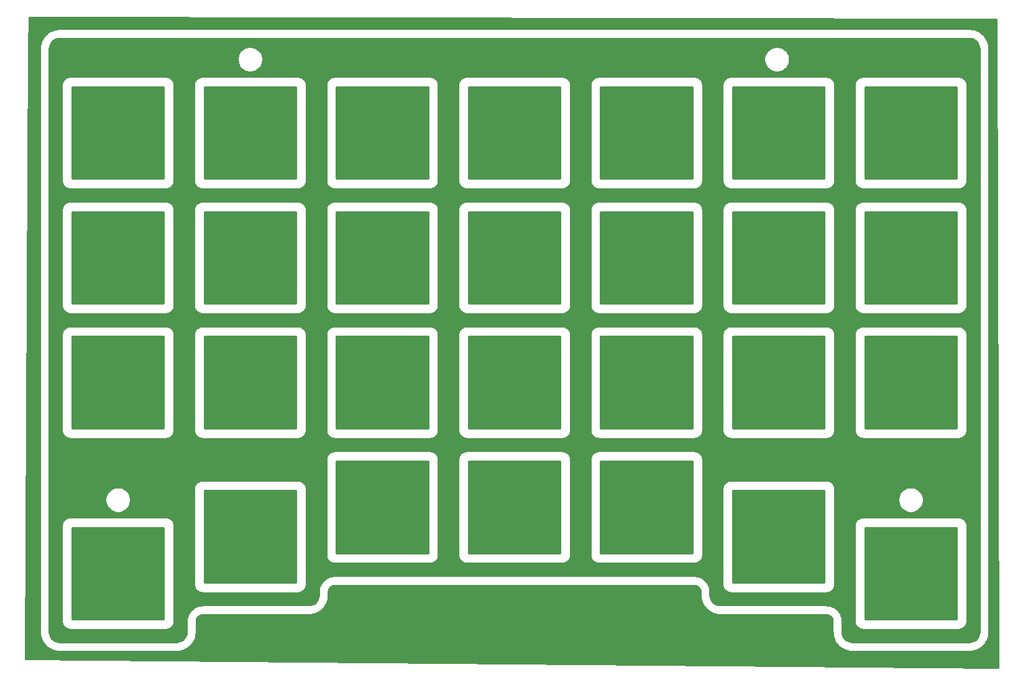
<source format=gbl>
G04 #@! TF.GenerationSoftware,KiCad,Pcbnew,(5.1.0-0)*
G04 #@! TF.CreationDate,2019-06-09T21:39:38+02:00*
G04 #@! TF.ProjectId,ssol56-pcb,73736f6c-3536-42d7-9063-622e6b696361,rev?*
G04 #@! TF.SameCoordinates,Original*
G04 #@! TF.FileFunction,Copper,L2,Bot*
G04 #@! TF.FilePolarity,Positive*
%FSLAX46Y46*%
G04 Gerber Fmt 4.6, Leading zero omitted, Abs format (unit mm)*
G04 Created by KiCad (PCBNEW (5.1.0-0)) date 2019-06-09 21:39:38*
%MOMM*%
%LPD*%
G04 APERTURE LIST*
%ADD10C,0.254000*%
G04 APERTURE END LIST*
D10*
G36*
X278623358Y-26001761D02*
G01*
X278872638Y-114371795D01*
X146377720Y-113124197D01*
X146852222Y-29967582D01*
X148340000Y-29967582D01*
X148340001Y-109532419D01*
X148342852Y-109561364D01*
X148342765Y-109573781D01*
X148343665Y-109582952D01*
X148384466Y-109971145D01*
X148396487Y-110029708D01*
X148407702Y-110088501D01*
X148410366Y-110097323D01*
X148525790Y-110470198D01*
X148548975Y-110525353D01*
X148571379Y-110580806D01*
X148575706Y-110588943D01*
X148761357Y-110932298D01*
X148794780Y-110981849D01*
X148827562Y-111031946D01*
X148833387Y-111039087D01*
X149082194Y-111339841D01*
X149124629Y-111381981D01*
X149166492Y-111424730D01*
X149173592Y-111430604D01*
X149476077Y-111677305D01*
X149525904Y-111710409D01*
X149575259Y-111744204D01*
X149583365Y-111748587D01*
X149928007Y-111931837D01*
X149983311Y-111954631D01*
X150038295Y-111978198D01*
X150047098Y-111980923D01*
X150420770Y-112093741D01*
X150479458Y-112105361D01*
X150537961Y-112117797D01*
X150547126Y-112118760D01*
X150935595Y-112156850D01*
X150935598Y-112156850D01*
X150967581Y-112160000D01*
X167032419Y-112160000D01*
X167061373Y-112157148D01*
X167073781Y-112157235D01*
X167082952Y-112156335D01*
X167471145Y-112115534D01*
X167529708Y-112103513D01*
X167588501Y-112092298D01*
X167597323Y-112089634D01*
X167970198Y-111974210D01*
X168025353Y-111951025D01*
X168080806Y-111928621D01*
X168088943Y-111924294D01*
X168432298Y-111738643D01*
X168481849Y-111705220D01*
X168531946Y-111672438D01*
X168539087Y-111666613D01*
X168839841Y-111417806D01*
X168881981Y-111375371D01*
X168924730Y-111333508D01*
X168930604Y-111326408D01*
X169177305Y-111023923D01*
X169210409Y-110974096D01*
X169244204Y-110924741D01*
X169248587Y-110916635D01*
X169431837Y-110571993D01*
X169454631Y-110516689D01*
X169478198Y-110461705D01*
X169480923Y-110452902D01*
X169593741Y-110079230D01*
X169605361Y-110020542D01*
X169617797Y-109962039D01*
X169618760Y-109952874D01*
X169656850Y-109564405D01*
X169656850Y-109564402D01*
X169660000Y-109532419D01*
X169660000Y-108032277D01*
X169679102Y-107837460D01*
X169726308Y-107681106D01*
X169802982Y-107536904D01*
X169906207Y-107410337D01*
X170032051Y-107306231D01*
X170175711Y-107228553D01*
X170331729Y-107180258D01*
X170524473Y-107160000D01*
X185032419Y-107160000D01*
X185061373Y-107157148D01*
X185073781Y-107157235D01*
X185082952Y-107156335D01*
X185471145Y-107115534D01*
X185529708Y-107103513D01*
X185588501Y-107092298D01*
X185597323Y-107089634D01*
X185970198Y-106974210D01*
X186025353Y-106951025D01*
X186080806Y-106928621D01*
X186088943Y-106924294D01*
X186432298Y-106738643D01*
X186481849Y-106705220D01*
X186531946Y-106672438D01*
X186539087Y-106666613D01*
X186839841Y-106417806D01*
X186881981Y-106375371D01*
X186924730Y-106333508D01*
X186930604Y-106326408D01*
X187177305Y-106023923D01*
X187210409Y-105974096D01*
X187244204Y-105924741D01*
X187248587Y-105916635D01*
X187431837Y-105571993D01*
X187454631Y-105516689D01*
X187478198Y-105461705D01*
X187480923Y-105452902D01*
X187593741Y-105079230D01*
X187605361Y-105020542D01*
X187617797Y-104962039D01*
X187618760Y-104952874D01*
X187656850Y-104564405D01*
X187656850Y-104564402D01*
X187660000Y-104532419D01*
X187660000Y-104032277D01*
X187679102Y-103837460D01*
X187726308Y-103681106D01*
X187802982Y-103536904D01*
X187906207Y-103410337D01*
X188032051Y-103306231D01*
X188175711Y-103228553D01*
X188331729Y-103180258D01*
X188524473Y-103160000D01*
X237467723Y-103160000D01*
X237662540Y-103179102D01*
X237818894Y-103226308D01*
X237963096Y-103302982D01*
X238089663Y-103406207D01*
X238193769Y-103532051D01*
X238271447Y-103675711D01*
X238319742Y-103831729D01*
X238340000Y-104024473D01*
X238340000Y-104532419D01*
X238342852Y-104561373D01*
X238342765Y-104573781D01*
X238343665Y-104582952D01*
X238384466Y-104971145D01*
X238396487Y-105029708D01*
X238407702Y-105088501D01*
X238410366Y-105097323D01*
X238525790Y-105470198D01*
X238548975Y-105525353D01*
X238571379Y-105580806D01*
X238575706Y-105588943D01*
X238761357Y-105932298D01*
X238794780Y-105981849D01*
X238827562Y-106031946D01*
X238833387Y-106039087D01*
X239082194Y-106339841D01*
X239124629Y-106381981D01*
X239166492Y-106424730D01*
X239173592Y-106430604D01*
X239476077Y-106677305D01*
X239525904Y-106710409D01*
X239575259Y-106744204D01*
X239583365Y-106748587D01*
X239928007Y-106931837D01*
X239983311Y-106954631D01*
X240038295Y-106978198D01*
X240047098Y-106980923D01*
X240420770Y-107093741D01*
X240479458Y-107105361D01*
X240537961Y-107117797D01*
X240547126Y-107118760D01*
X240935595Y-107156850D01*
X240935598Y-107156850D01*
X240967581Y-107160000D01*
X255467723Y-107160000D01*
X255662540Y-107179102D01*
X255818894Y-107226308D01*
X255963096Y-107302982D01*
X256089663Y-107406207D01*
X256193769Y-107532051D01*
X256271447Y-107675711D01*
X256319742Y-107831729D01*
X256340000Y-108024473D01*
X256340001Y-109532419D01*
X256342852Y-109561364D01*
X256342765Y-109573781D01*
X256343665Y-109582952D01*
X256384466Y-109971145D01*
X256396487Y-110029708D01*
X256407702Y-110088501D01*
X256410366Y-110097323D01*
X256525790Y-110470198D01*
X256548975Y-110525353D01*
X256571379Y-110580806D01*
X256575706Y-110588943D01*
X256761357Y-110932298D01*
X256794780Y-110981849D01*
X256827562Y-111031946D01*
X256833387Y-111039087D01*
X257082194Y-111339841D01*
X257124629Y-111381981D01*
X257166492Y-111424730D01*
X257173592Y-111430604D01*
X257476077Y-111677305D01*
X257525904Y-111710409D01*
X257575259Y-111744204D01*
X257583365Y-111748587D01*
X257928007Y-111931837D01*
X257983311Y-111954631D01*
X258038295Y-111978198D01*
X258047098Y-111980923D01*
X258420770Y-112093741D01*
X258479458Y-112105361D01*
X258537961Y-112117797D01*
X258547126Y-112118760D01*
X258935595Y-112156850D01*
X258935598Y-112156850D01*
X258967581Y-112160000D01*
X275032419Y-112160000D01*
X275061373Y-112157148D01*
X275073781Y-112157235D01*
X275082952Y-112156335D01*
X275471145Y-112115534D01*
X275529708Y-112103513D01*
X275588501Y-112092298D01*
X275597323Y-112089634D01*
X275970198Y-111974210D01*
X276025353Y-111951025D01*
X276080806Y-111928621D01*
X276088943Y-111924294D01*
X276432298Y-111738643D01*
X276481849Y-111705220D01*
X276531946Y-111672438D01*
X276539087Y-111666613D01*
X276839841Y-111417806D01*
X276881981Y-111375371D01*
X276924730Y-111333508D01*
X276930604Y-111326408D01*
X277177305Y-111023923D01*
X277210409Y-110974096D01*
X277244204Y-110924741D01*
X277248587Y-110916635D01*
X277431837Y-110571993D01*
X277454631Y-110516689D01*
X277478198Y-110461705D01*
X277480923Y-110452902D01*
X277593741Y-110079230D01*
X277605361Y-110020542D01*
X277617797Y-109962039D01*
X277618760Y-109952874D01*
X277656850Y-109564405D01*
X277656850Y-109564402D01*
X277660000Y-109532419D01*
X277660000Y-29967581D01*
X277657148Y-29938627D01*
X277657235Y-29926219D01*
X277656335Y-29917047D01*
X277615534Y-29528855D01*
X277603514Y-29470299D01*
X277592298Y-29411498D01*
X277589634Y-29402677D01*
X277474210Y-29029802D01*
X277451025Y-28974647D01*
X277428621Y-28919194D01*
X277424294Y-28911058D01*
X277424294Y-28911057D01*
X277424291Y-28911053D01*
X277238643Y-28567702D01*
X277205187Y-28518101D01*
X277172437Y-28468054D01*
X277166613Y-28460913D01*
X276917806Y-28160158D01*
X276875371Y-28118019D01*
X276833508Y-28075269D01*
X276826407Y-28069396D01*
X276523923Y-27822695D01*
X276474107Y-27789598D01*
X276424741Y-27755795D01*
X276416635Y-27751413D01*
X276071993Y-27568163D01*
X276016687Y-27545368D01*
X275961704Y-27521802D01*
X275952901Y-27519077D01*
X275579230Y-27406259D01*
X275520542Y-27394639D01*
X275462039Y-27382203D01*
X275452874Y-27381240D01*
X275064405Y-27343150D01*
X275064402Y-27343150D01*
X275032419Y-27340000D01*
X150967581Y-27340000D01*
X150938627Y-27342852D01*
X150926219Y-27342765D01*
X150917047Y-27343665D01*
X150528855Y-27384466D01*
X150470299Y-27396486D01*
X150411498Y-27407702D01*
X150402677Y-27410366D01*
X150029802Y-27525790D01*
X149974647Y-27548975D01*
X149919194Y-27571379D01*
X149911062Y-27575704D01*
X149911057Y-27575706D01*
X149911053Y-27575709D01*
X149567702Y-27761357D01*
X149518101Y-27794813D01*
X149468054Y-27827563D01*
X149460913Y-27833387D01*
X149160158Y-28082194D01*
X149118019Y-28124629D01*
X149075269Y-28166492D01*
X149069396Y-28173593D01*
X148822695Y-28476077D01*
X148789598Y-28525893D01*
X148755795Y-28575259D01*
X148751413Y-28583365D01*
X148568163Y-28928007D01*
X148545368Y-28983313D01*
X148521802Y-29038296D01*
X148519077Y-29047099D01*
X148406259Y-29420770D01*
X148394639Y-29479458D01*
X148382203Y-29537961D01*
X148381240Y-29547126D01*
X148343150Y-29935595D01*
X148340000Y-29967582D01*
X146852222Y-29967582D01*
X146876276Y-25752240D01*
X278623358Y-26001761D01*
X278623358Y-26001761D01*
G37*
X278623358Y-26001761D02*
X278872638Y-114371795D01*
X146377720Y-113124197D01*
X146852222Y-29967582D01*
X148340000Y-29967582D01*
X148340001Y-109532419D01*
X148342852Y-109561364D01*
X148342765Y-109573781D01*
X148343665Y-109582952D01*
X148384466Y-109971145D01*
X148396487Y-110029708D01*
X148407702Y-110088501D01*
X148410366Y-110097323D01*
X148525790Y-110470198D01*
X148548975Y-110525353D01*
X148571379Y-110580806D01*
X148575706Y-110588943D01*
X148761357Y-110932298D01*
X148794780Y-110981849D01*
X148827562Y-111031946D01*
X148833387Y-111039087D01*
X149082194Y-111339841D01*
X149124629Y-111381981D01*
X149166492Y-111424730D01*
X149173592Y-111430604D01*
X149476077Y-111677305D01*
X149525904Y-111710409D01*
X149575259Y-111744204D01*
X149583365Y-111748587D01*
X149928007Y-111931837D01*
X149983311Y-111954631D01*
X150038295Y-111978198D01*
X150047098Y-111980923D01*
X150420770Y-112093741D01*
X150479458Y-112105361D01*
X150537961Y-112117797D01*
X150547126Y-112118760D01*
X150935595Y-112156850D01*
X150935598Y-112156850D01*
X150967581Y-112160000D01*
X167032419Y-112160000D01*
X167061373Y-112157148D01*
X167073781Y-112157235D01*
X167082952Y-112156335D01*
X167471145Y-112115534D01*
X167529708Y-112103513D01*
X167588501Y-112092298D01*
X167597323Y-112089634D01*
X167970198Y-111974210D01*
X168025353Y-111951025D01*
X168080806Y-111928621D01*
X168088943Y-111924294D01*
X168432298Y-111738643D01*
X168481849Y-111705220D01*
X168531946Y-111672438D01*
X168539087Y-111666613D01*
X168839841Y-111417806D01*
X168881981Y-111375371D01*
X168924730Y-111333508D01*
X168930604Y-111326408D01*
X169177305Y-111023923D01*
X169210409Y-110974096D01*
X169244204Y-110924741D01*
X169248587Y-110916635D01*
X169431837Y-110571993D01*
X169454631Y-110516689D01*
X169478198Y-110461705D01*
X169480923Y-110452902D01*
X169593741Y-110079230D01*
X169605361Y-110020542D01*
X169617797Y-109962039D01*
X169618760Y-109952874D01*
X169656850Y-109564405D01*
X169656850Y-109564402D01*
X169660000Y-109532419D01*
X169660000Y-108032277D01*
X169679102Y-107837460D01*
X169726308Y-107681106D01*
X169802982Y-107536904D01*
X169906207Y-107410337D01*
X170032051Y-107306231D01*
X170175711Y-107228553D01*
X170331729Y-107180258D01*
X170524473Y-107160000D01*
X185032419Y-107160000D01*
X185061373Y-107157148D01*
X185073781Y-107157235D01*
X185082952Y-107156335D01*
X185471145Y-107115534D01*
X185529708Y-107103513D01*
X185588501Y-107092298D01*
X185597323Y-107089634D01*
X185970198Y-106974210D01*
X186025353Y-106951025D01*
X186080806Y-106928621D01*
X186088943Y-106924294D01*
X186432298Y-106738643D01*
X186481849Y-106705220D01*
X186531946Y-106672438D01*
X186539087Y-106666613D01*
X186839841Y-106417806D01*
X186881981Y-106375371D01*
X186924730Y-106333508D01*
X186930604Y-106326408D01*
X187177305Y-106023923D01*
X187210409Y-105974096D01*
X187244204Y-105924741D01*
X187248587Y-105916635D01*
X187431837Y-105571993D01*
X187454631Y-105516689D01*
X187478198Y-105461705D01*
X187480923Y-105452902D01*
X187593741Y-105079230D01*
X187605361Y-105020542D01*
X187617797Y-104962039D01*
X187618760Y-104952874D01*
X187656850Y-104564405D01*
X187656850Y-104564402D01*
X187660000Y-104532419D01*
X187660000Y-104032277D01*
X187679102Y-103837460D01*
X187726308Y-103681106D01*
X187802982Y-103536904D01*
X187906207Y-103410337D01*
X188032051Y-103306231D01*
X188175711Y-103228553D01*
X188331729Y-103180258D01*
X188524473Y-103160000D01*
X237467723Y-103160000D01*
X237662540Y-103179102D01*
X237818894Y-103226308D01*
X237963096Y-103302982D01*
X238089663Y-103406207D01*
X238193769Y-103532051D01*
X238271447Y-103675711D01*
X238319742Y-103831729D01*
X238340000Y-104024473D01*
X238340000Y-104532419D01*
X238342852Y-104561373D01*
X238342765Y-104573781D01*
X238343665Y-104582952D01*
X238384466Y-104971145D01*
X238396487Y-105029708D01*
X238407702Y-105088501D01*
X238410366Y-105097323D01*
X238525790Y-105470198D01*
X238548975Y-105525353D01*
X238571379Y-105580806D01*
X238575706Y-105588943D01*
X238761357Y-105932298D01*
X238794780Y-105981849D01*
X238827562Y-106031946D01*
X238833387Y-106039087D01*
X239082194Y-106339841D01*
X239124629Y-106381981D01*
X239166492Y-106424730D01*
X239173592Y-106430604D01*
X239476077Y-106677305D01*
X239525904Y-106710409D01*
X239575259Y-106744204D01*
X239583365Y-106748587D01*
X239928007Y-106931837D01*
X239983311Y-106954631D01*
X240038295Y-106978198D01*
X240047098Y-106980923D01*
X240420770Y-107093741D01*
X240479458Y-107105361D01*
X240537961Y-107117797D01*
X240547126Y-107118760D01*
X240935595Y-107156850D01*
X240935598Y-107156850D01*
X240967581Y-107160000D01*
X255467723Y-107160000D01*
X255662540Y-107179102D01*
X255818894Y-107226308D01*
X255963096Y-107302982D01*
X256089663Y-107406207D01*
X256193769Y-107532051D01*
X256271447Y-107675711D01*
X256319742Y-107831729D01*
X256340000Y-108024473D01*
X256340001Y-109532419D01*
X256342852Y-109561364D01*
X256342765Y-109573781D01*
X256343665Y-109582952D01*
X256384466Y-109971145D01*
X256396487Y-110029708D01*
X256407702Y-110088501D01*
X256410366Y-110097323D01*
X256525790Y-110470198D01*
X256548975Y-110525353D01*
X256571379Y-110580806D01*
X256575706Y-110588943D01*
X256761357Y-110932298D01*
X256794780Y-110981849D01*
X256827562Y-111031946D01*
X256833387Y-111039087D01*
X257082194Y-111339841D01*
X257124629Y-111381981D01*
X257166492Y-111424730D01*
X257173592Y-111430604D01*
X257476077Y-111677305D01*
X257525904Y-111710409D01*
X257575259Y-111744204D01*
X257583365Y-111748587D01*
X257928007Y-111931837D01*
X257983311Y-111954631D01*
X258038295Y-111978198D01*
X258047098Y-111980923D01*
X258420770Y-112093741D01*
X258479458Y-112105361D01*
X258537961Y-112117797D01*
X258547126Y-112118760D01*
X258935595Y-112156850D01*
X258935598Y-112156850D01*
X258967581Y-112160000D01*
X275032419Y-112160000D01*
X275061373Y-112157148D01*
X275073781Y-112157235D01*
X275082952Y-112156335D01*
X275471145Y-112115534D01*
X275529708Y-112103513D01*
X275588501Y-112092298D01*
X275597323Y-112089634D01*
X275970198Y-111974210D01*
X276025353Y-111951025D01*
X276080806Y-111928621D01*
X276088943Y-111924294D01*
X276432298Y-111738643D01*
X276481849Y-111705220D01*
X276531946Y-111672438D01*
X276539087Y-111666613D01*
X276839841Y-111417806D01*
X276881981Y-111375371D01*
X276924730Y-111333508D01*
X276930604Y-111326408D01*
X277177305Y-111023923D01*
X277210409Y-110974096D01*
X277244204Y-110924741D01*
X277248587Y-110916635D01*
X277431837Y-110571993D01*
X277454631Y-110516689D01*
X277478198Y-110461705D01*
X277480923Y-110452902D01*
X277593741Y-110079230D01*
X277605361Y-110020542D01*
X277617797Y-109962039D01*
X277618760Y-109952874D01*
X277656850Y-109564405D01*
X277656850Y-109564402D01*
X277660000Y-109532419D01*
X277660000Y-29967581D01*
X277657148Y-29938627D01*
X277657235Y-29926219D01*
X277656335Y-29917047D01*
X277615534Y-29528855D01*
X277603514Y-29470299D01*
X277592298Y-29411498D01*
X277589634Y-29402677D01*
X277474210Y-29029802D01*
X277451025Y-28974647D01*
X277428621Y-28919194D01*
X277424294Y-28911058D01*
X277424294Y-28911057D01*
X277424291Y-28911053D01*
X277238643Y-28567702D01*
X277205187Y-28518101D01*
X277172437Y-28468054D01*
X277166613Y-28460913D01*
X276917806Y-28160158D01*
X276875371Y-28118019D01*
X276833508Y-28075269D01*
X276826407Y-28069396D01*
X276523923Y-27822695D01*
X276474107Y-27789598D01*
X276424741Y-27755795D01*
X276416635Y-27751413D01*
X276071993Y-27568163D01*
X276016687Y-27545368D01*
X275961704Y-27521802D01*
X275952901Y-27519077D01*
X275579230Y-27406259D01*
X275520542Y-27394639D01*
X275462039Y-27382203D01*
X275452874Y-27381240D01*
X275064405Y-27343150D01*
X275064402Y-27343150D01*
X275032419Y-27340000D01*
X150967581Y-27340000D01*
X150938627Y-27342852D01*
X150926219Y-27342765D01*
X150917047Y-27343665D01*
X150528855Y-27384466D01*
X150470299Y-27396486D01*
X150411498Y-27407702D01*
X150402677Y-27410366D01*
X150029802Y-27525790D01*
X149974647Y-27548975D01*
X149919194Y-27571379D01*
X149911062Y-27575704D01*
X149911057Y-27575706D01*
X149911053Y-27575709D01*
X149567702Y-27761357D01*
X149518101Y-27794813D01*
X149468054Y-27827563D01*
X149460913Y-27833387D01*
X149160158Y-28082194D01*
X149118019Y-28124629D01*
X149075269Y-28166492D01*
X149069396Y-28173593D01*
X148822695Y-28476077D01*
X148789598Y-28525893D01*
X148755795Y-28575259D01*
X148751413Y-28583365D01*
X148568163Y-28928007D01*
X148545368Y-28983313D01*
X148521802Y-29038296D01*
X148519077Y-29047099D01*
X148406259Y-29420770D01*
X148394639Y-29479458D01*
X148382203Y-29537961D01*
X148381240Y-29547126D01*
X148343150Y-29935595D01*
X148340000Y-29967582D01*
X146852222Y-29967582D01*
X146876276Y-25752240D01*
X278623358Y-26001761D01*
G36*
X275259659Y-28688625D02*
G01*
X275509429Y-28764035D01*
X275739792Y-28886522D01*
X275941980Y-29051422D01*
X276108286Y-29252450D01*
X276232378Y-29481954D01*
X276309531Y-29731195D01*
X276340000Y-30021088D01*
X276340001Y-109467711D01*
X276311375Y-109759660D01*
X276235965Y-110009429D01*
X276113477Y-110239794D01*
X275948579Y-110441979D01*
X275747546Y-110608288D01*
X275518046Y-110732378D01*
X275268805Y-110809531D01*
X274978911Y-110840000D01*
X259032279Y-110840000D01*
X258740340Y-110811375D01*
X258490571Y-110735965D01*
X258260206Y-110613477D01*
X258058021Y-110448579D01*
X257891712Y-110247546D01*
X257767622Y-110018046D01*
X257690469Y-109768805D01*
X257660000Y-109478911D01*
X257660000Y-108034876D01*
X259340000Y-108034876D01*
X259342951Y-108064844D01*
X259342933Y-108067490D01*
X259343900Y-108077356D01*
X259348409Y-108120256D01*
X259350273Y-108139183D01*
X259350465Y-108139815D01*
X259353080Y-108164699D01*
X259366015Y-108227714D01*
X259378079Y-108290952D01*
X259380945Y-108300442D01*
X259406916Y-108384339D01*
X259431836Y-108443621D01*
X259455955Y-108503318D01*
X259460609Y-108512071D01*
X259502381Y-108589327D01*
X259538368Y-108642680D01*
X259573605Y-108696528D01*
X259579862Y-108704198D01*
X259579866Y-108704205D01*
X259579871Y-108704210D01*
X259635853Y-108771881D01*
X259681489Y-108817198D01*
X259726534Y-108863197D01*
X259734172Y-108869516D01*
X259802231Y-108925024D01*
X259855799Y-108960614D01*
X259908928Y-108996993D01*
X259917648Y-109001707D01*
X259995192Y-109042938D01*
X260054678Y-109067456D01*
X260113838Y-109092812D01*
X260123308Y-109095744D01*
X260207385Y-109121128D01*
X260270475Y-109133619D01*
X260333453Y-109147006D01*
X260343312Y-109148042D01*
X260430717Y-109156612D01*
X260430723Y-109156612D01*
X260465123Y-109160000D01*
X273534877Y-109160000D01*
X273564845Y-109157049D01*
X273567490Y-109157067D01*
X273577356Y-109156100D01*
X273620241Y-109151593D01*
X273639184Y-109149727D01*
X273639816Y-109149535D01*
X273664699Y-109146920D01*
X273727714Y-109133985D01*
X273790952Y-109121921D01*
X273800434Y-109119057D01*
X273800436Y-109119057D01*
X273800438Y-109119056D01*
X273800442Y-109119055D01*
X273884339Y-109093084D01*
X273943621Y-109068164D01*
X274003318Y-109044045D01*
X274012071Y-109039391D01*
X274089327Y-108997619D01*
X274142680Y-108961632D01*
X274196528Y-108926395D01*
X274204198Y-108920138D01*
X274204205Y-108920134D01*
X274204210Y-108920129D01*
X274271881Y-108864147D01*
X274317198Y-108818511D01*
X274363197Y-108773466D01*
X274369516Y-108765828D01*
X274425024Y-108697769D01*
X274460614Y-108644201D01*
X274496993Y-108591072D01*
X274501707Y-108582352D01*
X274542938Y-108504808D01*
X274567456Y-108445322D01*
X274592812Y-108386162D01*
X274595744Y-108376692D01*
X274621128Y-108292615D01*
X274633619Y-108229525D01*
X274647006Y-108166547D01*
X274648042Y-108156688D01*
X274656612Y-108069283D01*
X274656612Y-108069277D01*
X274660000Y-108034877D01*
X274660000Y-94965123D01*
X274657049Y-94935155D01*
X274657067Y-94932510D01*
X274656100Y-94922644D01*
X274651593Y-94879759D01*
X274649727Y-94860816D01*
X274649535Y-94860184D01*
X274646920Y-94835301D01*
X274633982Y-94772273D01*
X274621921Y-94709049D01*
X274619055Y-94699558D01*
X274593084Y-94615661D01*
X274568164Y-94556379D01*
X274544045Y-94496682D01*
X274539391Y-94487929D01*
X274497620Y-94410674D01*
X274461637Y-94357327D01*
X274426395Y-94303472D01*
X274420129Y-94295790D01*
X274364147Y-94228120D01*
X274318550Y-94182840D01*
X274273467Y-94136803D01*
X274265828Y-94130484D01*
X274197769Y-94074976D01*
X274144201Y-94039386D01*
X274091072Y-94003007D01*
X274082352Y-93998293D01*
X274004808Y-93957062D01*
X273945343Y-93932552D01*
X273886162Y-93907187D01*
X273876692Y-93904256D01*
X273792615Y-93878872D01*
X273729525Y-93866381D01*
X273666547Y-93852994D01*
X273656688Y-93851958D01*
X273569283Y-93843388D01*
X273569277Y-93843388D01*
X273534877Y-93840000D01*
X260465123Y-93840000D01*
X260435155Y-93842951D01*
X260432510Y-93842933D01*
X260422644Y-93843900D01*
X260379759Y-93848407D01*
X260360816Y-93850273D01*
X260360184Y-93850465D01*
X260335301Y-93853080D01*
X260272273Y-93866018D01*
X260209049Y-93878079D01*
X260199566Y-93880943D01*
X260199564Y-93880943D01*
X260199562Y-93880944D01*
X260199558Y-93880945D01*
X260115661Y-93906916D01*
X260056379Y-93931836D01*
X259996682Y-93955955D01*
X259987929Y-93960609D01*
X259910674Y-94002380D01*
X259857327Y-94038363D01*
X259803472Y-94073605D01*
X259795790Y-94079871D01*
X259728120Y-94135853D01*
X259682840Y-94181450D01*
X259636803Y-94226533D01*
X259630484Y-94234172D01*
X259574976Y-94302231D01*
X259539386Y-94355799D01*
X259503007Y-94408928D01*
X259498293Y-94417648D01*
X259457062Y-94495192D01*
X259432552Y-94554657D01*
X259407187Y-94613838D01*
X259404256Y-94623308D01*
X259378872Y-94707385D01*
X259366381Y-94770475D01*
X259352994Y-94833453D01*
X259351958Y-94843312D01*
X259343388Y-94930717D01*
X259343388Y-94930733D01*
X259340001Y-94965123D01*
X259340000Y-108034876D01*
X257660000Y-108034876D01*
X257660000Y-107967581D01*
X257657182Y-107938972D01*
X257657247Y-107929712D01*
X257656348Y-107920541D01*
X257625748Y-107629395D01*
X257613710Y-107570753D01*
X257602510Y-107512037D01*
X257599847Y-107503216D01*
X257513279Y-107223560D01*
X257490101Y-107168422D01*
X257467689Y-107112950D01*
X257463362Y-107104814D01*
X257324123Y-106847298D01*
X257290701Y-106797749D01*
X257257920Y-106747653D01*
X257252095Y-106740512D01*
X257065490Y-106514945D01*
X257023054Y-106472804D01*
X256981191Y-106430055D01*
X256974091Y-106424181D01*
X256747227Y-106239155D01*
X256697408Y-106206055D01*
X256648045Y-106172256D01*
X256639939Y-106167873D01*
X256381458Y-106030436D01*
X256326164Y-106007645D01*
X256271171Y-105984075D01*
X256262368Y-105981350D01*
X255982114Y-105896736D01*
X255923429Y-105885116D01*
X255864921Y-105872680D01*
X255855758Y-105871717D01*
X255855756Y-105871717D01*
X255564404Y-105843150D01*
X255564402Y-105843150D01*
X255532419Y-105840000D01*
X241032279Y-105840000D01*
X240740340Y-105811375D01*
X240490571Y-105735965D01*
X240260206Y-105613477D01*
X240058021Y-105448579D01*
X239891712Y-105247546D01*
X239767622Y-105018046D01*
X239690469Y-104768805D01*
X239660000Y-104478911D01*
X239660000Y-103967581D01*
X239657182Y-103938972D01*
X239657247Y-103929712D01*
X239656348Y-103920541D01*
X239625748Y-103629395D01*
X239613710Y-103570753D01*
X239602510Y-103512037D01*
X239599847Y-103503216D01*
X239513279Y-103223560D01*
X239490101Y-103168422D01*
X239467689Y-103112950D01*
X239463362Y-103104814D01*
X239425547Y-103034876D01*
X241340000Y-103034876D01*
X241342951Y-103064844D01*
X241342933Y-103067490D01*
X241343900Y-103077356D01*
X241348409Y-103120256D01*
X241350273Y-103139183D01*
X241350465Y-103139815D01*
X241353080Y-103164699D01*
X241366015Y-103227714D01*
X241378079Y-103290952D01*
X241380945Y-103300442D01*
X241406916Y-103384339D01*
X241431836Y-103443621D01*
X241455955Y-103503318D01*
X241460609Y-103512071D01*
X241502381Y-103589327D01*
X241538368Y-103642680D01*
X241573605Y-103696528D01*
X241579862Y-103704198D01*
X241579866Y-103704205D01*
X241579871Y-103704210D01*
X241635853Y-103771881D01*
X241681489Y-103817198D01*
X241726534Y-103863197D01*
X241734172Y-103869516D01*
X241802231Y-103925024D01*
X241855799Y-103960614D01*
X241908928Y-103996993D01*
X241917648Y-104001707D01*
X241995192Y-104042938D01*
X242054678Y-104067456D01*
X242113838Y-104092812D01*
X242123308Y-104095744D01*
X242207385Y-104121128D01*
X242270475Y-104133619D01*
X242333453Y-104147006D01*
X242343312Y-104148042D01*
X242430717Y-104156612D01*
X242430723Y-104156612D01*
X242465123Y-104160000D01*
X255534877Y-104160000D01*
X255564845Y-104157049D01*
X255567490Y-104157067D01*
X255577356Y-104156100D01*
X255620241Y-104151593D01*
X255639184Y-104149727D01*
X255639816Y-104149535D01*
X255664699Y-104146920D01*
X255727714Y-104133985D01*
X255790952Y-104121921D01*
X255800434Y-104119057D01*
X255800436Y-104119057D01*
X255800438Y-104119056D01*
X255800442Y-104119055D01*
X255884339Y-104093084D01*
X255943621Y-104068164D01*
X256003318Y-104044045D01*
X256012071Y-104039391D01*
X256089327Y-103997619D01*
X256142680Y-103961632D01*
X256196528Y-103926395D01*
X256204198Y-103920138D01*
X256204205Y-103920134D01*
X256204210Y-103920129D01*
X256271881Y-103864147D01*
X256317198Y-103818511D01*
X256363197Y-103773466D01*
X256369516Y-103765828D01*
X256425024Y-103697769D01*
X256460614Y-103644201D01*
X256496993Y-103591072D01*
X256501707Y-103582352D01*
X256542938Y-103504808D01*
X256567456Y-103445322D01*
X256592812Y-103386162D01*
X256595744Y-103376692D01*
X256621128Y-103292615D01*
X256633619Y-103229525D01*
X256647006Y-103166547D01*
X256648042Y-103156688D01*
X256656612Y-103069283D01*
X256656612Y-103069277D01*
X256660000Y-103034877D01*
X256660000Y-91329117D01*
X265265000Y-91329117D01*
X265265000Y-91670883D01*
X265331675Y-92006081D01*
X265462463Y-92321831D01*
X265652337Y-92605998D01*
X265894002Y-92847663D01*
X266178169Y-93037537D01*
X266493919Y-93168325D01*
X266829117Y-93235000D01*
X267170883Y-93235000D01*
X267506081Y-93168325D01*
X267821831Y-93037537D01*
X268105998Y-92847663D01*
X268347663Y-92605998D01*
X268537537Y-92321831D01*
X268668325Y-92006081D01*
X268735000Y-91670883D01*
X268735000Y-91329117D01*
X268668325Y-90993919D01*
X268537537Y-90678169D01*
X268347663Y-90394002D01*
X268105998Y-90152337D01*
X267821831Y-89962463D01*
X267506081Y-89831675D01*
X267170883Y-89765000D01*
X266829117Y-89765000D01*
X266493919Y-89831675D01*
X266178169Y-89962463D01*
X265894002Y-90152337D01*
X265652337Y-90394002D01*
X265462463Y-90678169D01*
X265331675Y-90993919D01*
X265265000Y-91329117D01*
X256660000Y-91329117D01*
X256660000Y-89965123D01*
X256657049Y-89935155D01*
X256657067Y-89932510D01*
X256656100Y-89922644D01*
X256651593Y-89879759D01*
X256649727Y-89860816D01*
X256649535Y-89860184D01*
X256646920Y-89835301D01*
X256633982Y-89772273D01*
X256621921Y-89709049D01*
X256619055Y-89699558D01*
X256593084Y-89615661D01*
X256568164Y-89556379D01*
X256544045Y-89496682D01*
X256539391Y-89487929D01*
X256497620Y-89410674D01*
X256461637Y-89357327D01*
X256426395Y-89303472D01*
X256420129Y-89295790D01*
X256364147Y-89228120D01*
X256318550Y-89182840D01*
X256273467Y-89136803D01*
X256265828Y-89130484D01*
X256197769Y-89074976D01*
X256144201Y-89039386D01*
X256091072Y-89003007D01*
X256082352Y-88998293D01*
X256004808Y-88957062D01*
X255945343Y-88932552D01*
X255886162Y-88907187D01*
X255876692Y-88904256D01*
X255792615Y-88878872D01*
X255729525Y-88866381D01*
X255666547Y-88852994D01*
X255656688Y-88851958D01*
X255569283Y-88843388D01*
X255569277Y-88843388D01*
X255534877Y-88840000D01*
X242465123Y-88840000D01*
X242435155Y-88842951D01*
X242432510Y-88842933D01*
X242422644Y-88843900D01*
X242379759Y-88848407D01*
X242360816Y-88850273D01*
X242360184Y-88850465D01*
X242335301Y-88853080D01*
X242272273Y-88866018D01*
X242209049Y-88878079D01*
X242199566Y-88880943D01*
X242199564Y-88880943D01*
X242199562Y-88880944D01*
X242199558Y-88880945D01*
X242115661Y-88906916D01*
X242056379Y-88931836D01*
X241996682Y-88955955D01*
X241987929Y-88960609D01*
X241910674Y-89002380D01*
X241857327Y-89038363D01*
X241803472Y-89073605D01*
X241795790Y-89079871D01*
X241728120Y-89135853D01*
X241682840Y-89181450D01*
X241636803Y-89226533D01*
X241630484Y-89234172D01*
X241574976Y-89302231D01*
X241539386Y-89355799D01*
X241503007Y-89408928D01*
X241498293Y-89417648D01*
X241457062Y-89495192D01*
X241432552Y-89554657D01*
X241407187Y-89613838D01*
X241404256Y-89623308D01*
X241378872Y-89707385D01*
X241366381Y-89770475D01*
X241352994Y-89833453D01*
X241351958Y-89843312D01*
X241343388Y-89930717D01*
X241343388Y-89930733D01*
X241340001Y-89965123D01*
X241340000Y-103034876D01*
X239425547Y-103034876D01*
X239324123Y-102847298D01*
X239290701Y-102797749D01*
X239257920Y-102747653D01*
X239252095Y-102740512D01*
X239065490Y-102514945D01*
X239023054Y-102472804D01*
X238981191Y-102430055D01*
X238974091Y-102424181D01*
X238747227Y-102239155D01*
X238697408Y-102206055D01*
X238648045Y-102172256D01*
X238639939Y-102167873D01*
X238381458Y-102030436D01*
X238326164Y-102007645D01*
X238271171Y-101984075D01*
X238262368Y-101981350D01*
X237982114Y-101896736D01*
X237923429Y-101885116D01*
X237864921Y-101872680D01*
X237855758Y-101871717D01*
X237855756Y-101871717D01*
X237564404Y-101843150D01*
X237564402Y-101843150D01*
X237532419Y-101840000D01*
X188467581Y-101840000D01*
X188438972Y-101842818D01*
X188429712Y-101842753D01*
X188420541Y-101843652D01*
X188129395Y-101874252D01*
X188070753Y-101886290D01*
X188012037Y-101897490D01*
X188003216Y-101900153D01*
X187723560Y-101986721D01*
X187668422Y-102009899D01*
X187612950Y-102032311D01*
X187604819Y-102036635D01*
X187604815Y-102036637D01*
X187604814Y-102036638D01*
X187347298Y-102175877D01*
X187297749Y-102209299D01*
X187247653Y-102242080D01*
X187240512Y-102247905D01*
X187014945Y-102434510D01*
X186972804Y-102476946D01*
X186930055Y-102518809D01*
X186924181Y-102525909D01*
X186739155Y-102752773D01*
X186706055Y-102802592D01*
X186672256Y-102851955D01*
X186667873Y-102860061D01*
X186530436Y-103118542D01*
X186507645Y-103173836D01*
X186484075Y-103228829D01*
X186481350Y-103237632D01*
X186396736Y-103517886D01*
X186385116Y-103576571D01*
X186372680Y-103635079D01*
X186371717Y-103644244D01*
X186343150Y-103935596D01*
X186340000Y-103967582D01*
X186340000Y-104467721D01*
X186311375Y-104759660D01*
X186235965Y-105009429D01*
X186113477Y-105239794D01*
X185948579Y-105441979D01*
X185747546Y-105608288D01*
X185518046Y-105732378D01*
X185268805Y-105809531D01*
X184978911Y-105840000D01*
X170467581Y-105840000D01*
X170438972Y-105842818D01*
X170429712Y-105842753D01*
X170420541Y-105843652D01*
X170129395Y-105874252D01*
X170070753Y-105886290D01*
X170012037Y-105897490D01*
X170003216Y-105900153D01*
X169723560Y-105986721D01*
X169668422Y-106009899D01*
X169612950Y-106032311D01*
X169604819Y-106036635D01*
X169604815Y-106036637D01*
X169604814Y-106036638D01*
X169347298Y-106175877D01*
X169297749Y-106209299D01*
X169247653Y-106242080D01*
X169240512Y-106247905D01*
X169014945Y-106434510D01*
X168972804Y-106476946D01*
X168930055Y-106518809D01*
X168924181Y-106525909D01*
X168739155Y-106752773D01*
X168706055Y-106802592D01*
X168672256Y-106851955D01*
X168667873Y-106860061D01*
X168530436Y-107118542D01*
X168507645Y-107173836D01*
X168484075Y-107228829D01*
X168481350Y-107237632D01*
X168396736Y-107517886D01*
X168385116Y-107576571D01*
X168372680Y-107635079D01*
X168371717Y-107644244D01*
X168343150Y-107935596D01*
X168340000Y-107967582D01*
X168340001Y-109467711D01*
X168311375Y-109759660D01*
X168235965Y-110009429D01*
X168113477Y-110239794D01*
X167948579Y-110441979D01*
X167747546Y-110608288D01*
X167518046Y-110732378D01*
X167268805Y-110809531D01*
X166978911Y-110840000D01*
X151032279Y-110840000D01*
X150740340Y-110811375D01*
X150490571Y-110735965D01*
X150260206Y-110613477D01*
X150058021Y-110448579D01*
X149891712Y-110247546D01*
X149767622Y-110018046D01*
X149690469Y-109768805D01*
X149660000Y-109478911D01*
X149660000Y-108034876D01*
X151340000Y-108034876D01*
X151342951Y-108064844D01*
X151342933Y-108067490D01*
X151343900Y-108077356D01*
X151348409Y-108120256D01*
X151350273Y-108139183D01*
X151350465Y-108139815D01*
X151353080Y-108164699D01*
X151366015Y-108227714D01*
X151378079Y-108290952D01*
X151380945Y-108300442D01*
X151406916Y-108384339D01*
X151431836Y-108443621D01*
X151455955Y-108503318D01*
X151460609Y-108512071D01*
X151502381Y-108589327D01*
X151538368Y-108642680D01*
X151573605Y-108696528D01*
X151579862Y-108704198D01*
X151579866Y-108704205D01*
X151579871Y-108704210D01*
X151635853Y-108771881D01*
X151681489Y-108817198D01*
X151726534Y-108863197D01*
X151734172Y-108869516D01*
X151802231Y-108925024D01*
X151855799Y-108960614D01*
X151908928Y-108996993D01*
X151917648Y-109001707D01*
X151995192Y-109042938D01*
X152054678Y-109067456D01*
X152113838Y-109092812D01*
X152123308Y-109095744D01*
X152207385Y-109121128D01*
X152270475Y-109133619D01*
X152333453Y-109147006D01*
X152343312Y-109148042D01*
X152430717Y-109156612D01*
X152430723Y-109156612D01*
X152465123Y-109160000D01*
X165534877Y-109160000D01*
X165564845Y-109157049D01*
X165567490Y-109157067D01*
X165577356Y-109156100D01*
X165620241Y-109151593D01*
X165639184Y-109149727D01*
X165639816Y-109149535D01*
X165664699Y-109146920D01*
X165727714Y-109133985D01*
X165790952Y-109121921D01*
X165800434Y-109119057D01*
X165800436Y-109119057D01*
X165800438Y-109119056D01*
X165800442Y-109119055D01*
X165884339Y-109093084D01*
X165943621Y-109068164D01*
X166003318Y-109044045D01*
X166012071Y-109039391D01*
X166089327Y-108997619D01*
X166142680Y-108961632D01*
X166196528Y-108926395D01*
X166204198Y-108920138D01*
X166204205Y-108920134D01*
X166204210Y-108920129D01*
X166271881Y-108864147D01*
X166317198Y-108818511D01*
X166363197Y-108773466D01*
X166369516Y-108765828D01*
X166425024Y-108697769D01*
X166460614Y-108644201D01*
X166496993Y-108591072D01*
X166501707Y-108582352D01*
X166542938Y-108504808D01*
X166567456Y-108445322D01*
X166592812Y-108386162D01*
X166595744Y-108376692D01*
X166621128Y-108292615D01*
X166633619Y-108229525D01*
X166647006Y-108166547D01*
X166648042Y-108156688D01*
X166656612Y-108069283D01*
X166656612Y-108069277D01*
X166660000Y-108034877D01*
X166660000Y-103034876D01*
X169340000Y-103034876D01*
X169342951Y-103064844D01*
X169342933Y-103067490D01*
X169343900Y-103077356D01*
X169348409Y-103120256D01*
X169350273Y-103139183D01*
X169350465Y-103139815D01*
X169353080Y-103164699D01*
X169366015Y-103227714D01*
X169378079Y-103290952D01*
X169380945Y-103300442D01*
X169406916Y-103384339D01*
X169431836Y-103443621D01*
X169455955Y-103503318D01*
X169460609Y-103512071D01*
X169502381Y-103589327D01*
X169538368Y-103642680D01*
X169573605Y-103696528D01*
X169579862Y-103704198D01*
X169579866Y-103704205D01*
X169579871Y-103704210D01*
X169635853Y-103771881D01*
X169681489Y-103817198D01*
X169726534Y-103863197D01*
X169734172Y-103869516D01*
X169802231Y-103925024D01*
X169855799Y-103960614D01*
X169908928Y-103996993D01*
X169917648Y-104001707D01*
X169995192Y-104042938D01*
X170054678Y-104067456D01*
X170113838Y-104092812D01*
X170123308Y-104095744D01*
X170207385Y-104121128D01*
X170270475Y-104133619D01*
X170333453Y-104147006D01*
X170343312Y-104148042D01*
X170430717Y-104156612D01*
X170430723Y-104156612D01*
X170465123Y-104160000D01*
X183534877Y-104160000D01*
X183564845Y-104157049D01*
X183567490Y-104157067D01*
X183577356Y-104156100D01*
X183620241Y-104151593D01*
X183639184Y-104149727D01*
X183639816Y-104149535D01*
X183664699Y-104146920D01*
X183727714Y-104133985D01*
X183790952Y-104121921D01*
X183800434Y-104119057D01*
X183800436Y-104119057D01*
X183800438Y-104119056D01*
X183800442Y-104119055D01*
X183884339Y-104093084D01*
X183943621Y-104068164D01*
X184003318Y-104044045D01*
X184012071Y-104039391D01*
X184089327Y-103997619D01*
X184142680Y-103961632D01*
X184196528Y-103926395D01*
X184204198Y-103920138D01*
X184204205Y-103920134D01*
X184204210Y-103920129D01*
X184271881Y-103864147D01*
X184317198Y-103818511D01*
X184363197Y-103773466D01*
X184369516Y-103765828D01*
X184425024Y-103697769D01*
X184460614Y-103644201D01*
X184496993Y-103591072D01*
X184501707Y-103582352D01*
X184542938Y-103504808D01*
X184567456Y-103445322D01*
X184592812Y-103386162D01*
X184595744Y-103376692D01*
X184621128Y-103292615D01*
X184633619Y-103229525D01*
X184647006Y-103166547D01*
X184648042Y-103156688D01*
X184656612Y-103069283D01*
X184656612Y-103069277D01*
X184660000Y-103034877D01*
X184660000Y-99034876D01*
X187340000Y-99034876D01*
X187342951Y-99064844D01*
X187342933Y-99067490D01*
X187343900Y-99077356D01*
X187348409Y-99120256D01*
X187350273Y-99139183D01*
X187350465Y-99139815D01*
X187353080Y-99164699D01*
X187366015Y-99227714D01*
X187378079Y-99290952D01*
X187380945Y-99300442D01*
X187406916Y-99384339D01*
X187431836Y-99443621D01*
X187455955Y-99503318D01*
X187460609Y-99512071D01*
X187502381Y-99589327D01*
X187538368Y-99642680D01*
X187573605Y-99696528D01*
X187579862Y-99704198D01*
X187579866Y-99704205D01*
X187579871Y-99704210D01*
X187635853Y-99771881D01*
X187681489Y-99817198D01*
X187726534Y-99863197D01*
X187734172Y-99869516D01*
X187802231Y-99925024D01*
X187855799Y-99960614D01*
X187908928Y-99996993D01*
X187917648Y-100001707D01*
X187995192Y-100042938D01*
X188054678Y-100067456D01*
X188113838Y-100092812D01*
X188123308Y-100095744D01*
X188207385Y-100121128D01*
X188270475Y-100133619D01*
X188333453Y-100147006D01*
X188343312Y-100148042D01*
X188430717Y-100156612D01*
X188430723Y-100156612D01*
X188465123Y-100160000D01*
X201534877Y-100160000D01*
X201564845Y-100157049D01*
X201567490Y-100157067D01*
X201577356Y-100156100D01*
X201620241Y-100151593D01*
X201639184Y-100149727D01*
X201639816Y-100149535D01*
X201664699Y-100146920D01*
X201727714Y-100133985D01*
X201790952Y-100121921D01*
X201800434Y-100119057D01*
X201800436Y-100119057D01*
X201800438Y-100119056D01*
X201800442Y-100119055D01*
X201884339Y-100093084D01*
X201943621Y-100068164D01*
X202003318Y-100044045D01*
X202012071Y-100039391D01*
X202089327Y-99997619D01*
X202142680Y-99961632D01*
X202196528Y-99926395D01*
X202204198Y-99920138D01*
X202204205Y-99920134D01*
X202204210Y-99920129D01*
X202271881Y-99864147D01*
X202317198Y-99818511D01*
X202363197Y-99773466D01*
X202369516Y-99765828D01*
X202425024Y-99697769D01*
X202460614Y-99644201D01*
X202496993Y-99591072D01*
X202501707Y-99582352D01*
X202542938Y-99504808D01*
X202567456Y-99445322D01*
X202592812Y-99386162D01*
X202595744Y-99376692D01*
X202621128Y-99292615D01*
X202633619Y-99229525D01*
X202647006Y-99166547D01*
X202648042Y-99156688D01*
X202656612Y-99069283D01*
X202656612Y-99069277D01*
X202660000Y-99034877D01*
X202660000Y-99034876D01*
X205340000Y-99034876D01*
X205342951Y-99064844D01*
X205342933Y-99067490D01*
X205343900Y-99077356D01*
X205348409Y-99120256D01*
X205350273Y-99139183D01*
X205350465Y-99139815D01*
X205353080Y-99164699D01*
X205366015Y-99227714D01*
X205378079Y-99290952D01*
X205380945Y-99300442D01*
X205406916Y-99384339D01*
X205431836Y-99443621D01*
X205455955Y-99503318D01*
X205460609Y-99512071D01*
X205502381Y-99589327D01*
X205538368Y-99642680D01*
X205573605Y-99696528D01*
X205579862Y-99704198D01*
X205579866Y-99704205D01*
X205579871Y-99704210D01*
X205635853Y-99771881D01*
X205681489Y-99817198D01*
X205726534Y-99863197D01*
X205734172Y-99869516D01*
X205802231Y-99925024D01*
X205855799Y-99960614D01*
X205908928Y-99996993D01*
X205917648Y-100001707D01*
X205995192Y-100042938D01*
X206054678Y-100067456D01*
X206113838Y-100092812D01*
X206123308Y-100095744D01*
X206207385Y-100121128D01*
X206270475Y-100133619D01*
X206333453Y-100147006D01*
X206343312Y-100148042D01*
X206430717Y-100156612D01*
X206430723Y-100156612D01*
X206465123Y-100160000D01*
X219534877Y-100160000D01*
X219564845Y-100157049D01*
X219567490Y-100157067D01*
X219577356Y-100156100D01*
X219620241Y-100151593D01*
X219639184Y-100149727D01*
X219639816Y-100149535D01*
X219664699Y-100146920D01*
X219727714Y-100133985D01*
X219790952Y-100121921D01*
X219800434Y-100119057D01*
X219800436Y-100119057D01*
X219800438Y-100119056D01*
X219800442Y-100119055D01*
X219884339Y-100093084D01*
X219943621Y-100068164D01*
X220003318Y-100044045D01*
X220012071Y-100039391D01*
X220089327Y-99997619D01*
X220142680Y-99961632D01*
X220196528Y-99926395D01*
X220204198Y-99920138D01*
X220204205Y-99920134D01*
X220204210Y-99920129D01*
X220271881Y-99864147D01*
X220317198Y-99818511D01*
X220363197Y-99773466D01*
X220369516Y-99765828D01*
X220425024Y-99697769D01*
X220460614Y-99644201D01*
X220496993Y-99591072D01*
X220501707Y-99582352D01*
X220542938Y-99504808D01*
X220567456Y-99445322D01*
X220592812Y-99386162D01*
X220595744Y-99376692D01*
X220621128Y-99292615D01*
X220633619Y-99229525D01*
X220647006Y-99166547D01*
X220648042Y-99156688D01*
X220656612Y-99069283D01*
X220656612Y-99069277D01*
X220660000Y-99034877D01*
X220660000Y-99034876D01*
X223340000Y-99034876D01*
X223342951Y-99064844D01*
X223342933Y-99067490D01*
X223343900Y-99077356D01*
X223348409Y-99120256D01*
X223350273Y-99139183D01*
X223350465Y-99139815D01*
X223353080Y-99164699D01*
X223366015Y-99227714D01*
X223378079Y-99290952D01*
X223380945Y-99300442D01*
X223406916Y-99384339D01*
X223431836Y-99443621D01*
X223455955Y-99503318D01*
X223460609Y-99512071D01*
X223502381Y-99589327D01*
X223538368Y-99642680D01*
X223573605Y-99696528D01*
X223579862Y-99704198D01*
X223579866Y-99704205D01*
X223579871Y-99704210D01*
X223635853Y-99771881D01*
X223681489Y-99817198D01*
X223726534Y-99863197D01*
X223734172Y-99869516D01*
X223802231Y-99925024D01*
X223855799Y-99960614D01*
X223908928Y-99996993D01*
X223917648Y-100001707D01*
X223995192Y-100042938D01*
X224054678Y-100067456D01*
X224113838Y-100092812D01*
X224123308Y-100095744D01*
X224207385Y-100121128D01*
X224270475Y-100133619D01*
X224333453Y-100147006D01*
X224343312Y-100148042D01*
X224430717Y-100156612D01*
X224430723Y-100156612D01*
X224465123Y-100160000D01*
X237534877Y-100160000D01*
X237564845Y-100157049D01*
X237567490Y-100157067D01*
X237577356Y-100156100D01*
X237620241Y-100151593D01*
X237639184Y-100149727D01*
X237639816Y-100149535D01*
X237664699Y-100146920D01*
X237727714Y-100133985D01*
X237790952Y-100121921D01*
X237800434Y-100119057D01*
X237800436Y-100119057D01*
X237800438Y-100119056D01*
X237800442Y-100119055D01*
X237884339Y-100093084D01*
X237943621Y-100068164D01*
X238003318Y-100044045D01*
X238012071Y-100039391D01*
X238089327Y-99997619D01*
X238142680Y-99961632D01*
X238196528Y-99926395D01*
X238204198Y-99920138D01*
X238204205Y-99920134D01*
X238204210Y-99920129D01*
X238271881Y-99864147D01*
X238317198Y-99818511D01*
X238363197Y-99773466D01*
X238369516Y-99765828D01*
X238425024Y-99697769D01*
X238460614Y-99644201D01*
X238496993Y-99591072D01*
X238501707Y-99582352D01*
X238542938Y-99504808D01*
X238567456Y-99445322D01*
X238592812Y-99386162D01*
X238595744Y-99376692D01*
X238621128Y-99292615D01*
X238633619Y-99229525D01*
X238647006Y-99166547D01*
X238648042Y-99156688D01*
X238656612Y-99069283D01*
X238656612Y-99069277D01*
X238660000Y-99034877D01*
X238660000Y-85965123D01*
X238657049Y-85935155D01*
X238657067Y-85932510D01*
X238656100Y-85922644D01*
X238651593Y-85879759D01*
X238649727Y-85860816D01*
X238649535Y-85860184D01*
X238646920Y-85835301D01*
X238633982Y-85772273D01*
X238621921Y-85709049D01*
X238619055Y-85699558D01*
X238593084Y-85615661D01*
X238568164Y-85556379D01*
X238544045Y-85496682D01*
X238539391Y-85487929D01*
X238497620Y-85410674D01*
X238461637Y-85357327D01*
X238426395Y-85303472D01*
X238420129Y-85295790D01*
X238364147Y-85228120D01*
X238318550Y-85182840D01*
X238273467Y-85136803D01*
X238265828Y-85130484D01*
X238197769Y-85074976D01*
X238144201Y-85039386D01*
X238091072Y-85003007D01*
X238082352Y-84998293D01*
X238004808Y-84957062D01*
X237945343Y-84932552D01*
X237886162Y-84907187D01*
X237876692Y-84904256D01*
X237792615Y-84878872D01*
X237729525Y-84866381D01*
X237666547Y-84852994D01*
X237656688Y-84851958D01*
X237569283Y-84843388D01*
X237569277Y-84843388D01*
X237534877Y-84840000D01*
X224465123Y-84840000D01*
X224435155Y-84842951D01*
X224432510Y-84842933D01*
X224422644Y-84843900D01*
X224379759Y-84848407D01*
X224360816Y-84850273D01*
X224360184Y-84850465D01*
X224335301Y-84853080D01*
X224272273Y-84866018D01*
X224209049Y-84878079D01*
X224199566Y-84880943D01*
X224199564Y-84880943D01*
X224199562Y-84880944D01*
X224199558Y-84880945D01*
X224115661Y-84906916D01*
X224056379Y-84931836D01*
X223996682Y-84955955D01*
X223987929Y-84960609D01*
X223910674Y-85002380D01*
X223857327Y-85038363D01*
X223803472Y-85073605D01*
X223795790Y-85079871D01*
X223728120Y-85135853D01*
X223682840Y-85181450D01*
X223636803Y-85226533D01*
X223630484Y-85234172D01*
X223574976Y-85302231D01*
X223539386Y-85355799D01*
X223503007Y-85408928D01*
X223498293Y-85417648D01*
X223457062Y-85495192D01*
X223432552Y-85554657D01*
X223407187Y-85613838D01*
X223404256Y-85623308D01*
X223378872Y-85707385D01*
X223366381Y-85770475D01*
X223352994Y-85833453D01*
X223351958Y-85843312D01*
X223343388Y-85930717D01*
X223343388Y-85930733D01*
X223340001Y-85965123D01*
X223340000Y-99034876D01*
X220660000Y-99034876D01*
X220660000Y-85965123D01*
X220657049Y-85935155D01*
X220657067Y-85932510D01*
X220656100Y-85922644D01*
X220651593Y-85879759D01*
X220649727Y-85860816D01*
X220649535Y-85860184D01*
X220646920Y-85835301D01*
X220633982Y-85772273D01*
X220621921Y-85709049D01*
X220619055Y-85699558D01*
X220593084Y-85615661D01*
X220568164Y-85556379D01*
X220544045Y-85496682D01*
X220539391Y-85487929D01*
X220497620Y-85410674D01*
X220461637Y-85357327D01*
X220426395Y-85303472D01*
X220420129Y-85295790D01*
X220364147Y-85228120D01*
X220318550Y-85182840D01*
X220273467Y-85136803D01*
X220265828Y-85130484D01*
X220197769Y-85074976D01*
X220144201Y-85039386D01*
X220091072Y-85003007D01*
X220082352Y-84998293D01*
X220004808Y-84957062D01*
X219945343Y-84932552D01*
X219886162Y-84907187D01*
X219876692Y-84904256D01*
X219792615Y-84878872D01*
X219729525Y-84866381D01*
X219666547Y-84852994D01*
X219656688Y-84851958D01*
X219569283Y-84843388D01*
X219569277Y-84843388D01*
X219534877Y-84840000D01*
X206465123Y-84840000D01*
X206435155Y-84842951D01*
X206432510Y-84842933D01*
X206422644Y-84843900D01*
X206379759Y-84848407D01*
X206360816Y-84850273D01*
X206360184Y-84850465D01*
X206335301Y-84853080D01*
X206272273Y-84866018D01*
X206209049Y-84878079D01*
X206199566Y-84880943D01*
X206199564Y-84880943D01*
X206199562Y-84880944D01*
X206199558Y-84880945D01*
X206115661Y-84906916D01*
X206056379Y-84931836D01*
X205996682Y-84955955D01*
X205987929Y-84960609D01*
X205910674Y-85002380D01*
X205857327Y-85038363D01*
X205803472Y-85073605D01*
X205795790Y-85079871D01*
X205728120Y-85135853D01*
X205682840Y-85181450D01*
X205636803Y-85226533D01*
X205630484Y-85234172D01*
X205574976Y-85302231D01*
X205539386Y-85355799D01*
X205503007Y-85408928D01*
X205498293Y-85417648D01*
X205457062Y-85495192D01*
X205432552Y-85554657D01*
X205407187Y-85613838D01*
X205404256Y-85623308D01*
X205378872Y-85707385D01*
X205366381Y-85770475D01*
X205352994Y-85833453D01*
X205351958Y-85843312D01*
X205343388Y-85930717D01*
X205343388Y-85930733D01*
X205340001Y-85965123D01*
X205340000Y-99034876D01*
X202660000Y-99034876D01*
X202660000Y-85965123D01*
X202657049Y-85935155D01*
X202657067Y-85932510D01*
X202656100Y-85922644D01*
X202651593Y-85879759D01*
X202649727Y-85860816D01*
X202649535Y-85860184D01*
X202646920Y-85835301D01*
X202633982Y-85772273D01*
X202621921Y-85709049D01*
X202619055Y-85699558D01*
X202593084Y-85615661D01*
X202568164Y-85556379D01*
X202544045Y-85496682D01*
X202539391Y-85487929D01*
X202497620Y-85410674D01*
X202461637Y-85357327D01*
X202426395Y-85303472D01*
X202420129Y-85295790D01*
X202364147Y-85228120D01*
X202318550Y-85182840D01*
X202273467Y-85136803D01*
X202265828Y-85130484D01*
X202197769Y-85074976D01*
X202144201Y-85039386D01*
X202091072Y-85003007D01*
X202082352Y-84998293D01*
X202004808Y-84957062D01*
X201945343Y-84932552D01*
X201886162Y-84907187D01*
X201876692Y-84904256D01*
X201792615Y-84878872D01*
X201729525Y-84866381D01*
X201666547Y-84852994D01*
X201656688Y-84851958D01*
X201569283Y-84843388D01*
X201569277Y-84843388D01*
X201534877Y-84840000D01*
X188465123Y-84840000D01*
X188435155Y-84842951D01*
X188432510Y-84842933D01*
X188422644Y-84843900D01*
X188379759Y-84848407D01*
X188360816Y-84850273D01*
X188360184Y-84850465D01*
X188335301Y-84853080D01*
X188272273Y-84866018D01*
X188209049Y-84878079D01*
X188199566Y-84880943D01*
X188199564Y-84880943D01*
X188199562Y-84880944D01*
X188199558Y-84880945D01*
X188115661Y-84906916D01*
X188056379Y-84931836D01*
X187996682Y-84955955D01*
X187987929Y-84960609D01*
X187910674Y-85002380D01*
X187857327Y-85038363D01*
X187803472Y-85073605D01*
X187795790Y-85079871D01*
X187728120Y-85135853D01*
X187682840Y-85181450D01*
X187636803Y-85226533D01*
X187630484Y-85234172D01*
X187574976Y-85302231D01*
X187539386Y-85355799D01*
X187503007Y-85408928D01*
X187498293Y-85417648D01*
X187457062Y-85495192D01*
X187432552Y-85554657D01*
X187407187Y-85613838D01*
X187404256Y-85623308D01*
X187378872Y-85707385D01*
X187366381Y-85770475D01*
X187352994Y-85833453D01*
X187351958Y-85843312D01*
X187343388Y-85930717D01*
X187343388Y-85930733D01*
X187340001Y-85965123D01*
X187340000Y-99034876D01*
X184660000Y-99034876D01*
X184660000Y-89965123D01*
X184657049Y-89935155D01*
X184657067Y-89932510D01*
X184656100Y-89922644D01*
X184651593Y-89879759D01*
X184649727Y-89860816D01*
X184649535Y-89860184D01*
X184646920Y-89835301D01*
X184633982Y-89772273D01*
X184621921Y-89709049D01*
X184619055Y-89699558D01*
X184593084Y-89615661D01*
X184568164Y-89556379D01*
X184544045Y-89496682D01*
X184539391Y-89487929D01*
X184497620Y-89410674D01*
X184461637Y-89357327D01*
X184426395Y-89303472D01*
X184420129Y-89295790D01*
X184364147Y-89228120D01*
X184318550Y-89182840D01*
X184273467Y-89136803D01*
X184265828Y-89130484D01*
X184197769Y-89074976D01*
X184144201Y-89039386D01*
X184091072Y-89003007D01*
X184082352Y-88998293D01*
X184004808Y-88957062D01*
X183945343Y-88932552D01*
X183886162Y-88907187D01*
X183876692Y-88904256D01*
X183792615Y-88878872D01*
X183729525Y-88866381D01*
X183666547Y-88852994D01*
X183656688Y-88851958D01*
X183569283Y-88843388D01*
X183569277Y-88843388D01*
X183534877Y-88840000D01*
X170465123Y-88840000D01*
X170435155Y-88842951D01*
X170432510Y-88842933D01*
X170422644Y-88843900D01*
X170379759Y-88848407D01*
X170360816Y-88850273D01*
X170360184Y-88850465D01*
X170335301Y-88853080D01*
X170272273Y-88866018D01*
X170209049Y-88878079D01*
X170199566Y-88880943D01*
X170199564Y-88880943D01*
X170199562Y-88880944D01*
X170199558Y-88880945D01*
X170115661Y-88906916D01*
X170056379Y-88931836D01*
X169996682Y-88955955D01*
X169987929Y-88960609D01*
X169910674Y-89002380D01*
X169857327Y-89038363D01*
X169803472Y-89073605D01*
X169795790Y-89079871D01*
X169728120Y-89135853D01*
X169682840Y-89181450D01*
X169636803Y-89226533D01*
X169630484Y-89234172D01*
X169574976Y-89302231D01*
X169539386Y-89355799D01*
X169503007Y-89408928D01*
X169498293Y-89417648D01*
X169457062Y-89495192D01*
X169432552Y-89554657D01*
X169407187Y-89613838D01*
X169404256Y-89623308D01*
X169378872Y-89707385D01*
X169366381Y-89770475D01*
X169352994Y-89833453D01*
X169351958Y-89843312D01*
X169343388Y-89930717D01*
X169343388Y-89930733D01*
X169340001Y-89965123D01*
X169340000Y-103034876D01*
X166660000Y-103034876D01*
X166660000Y-94965123D01*
X166657049Y-94935155D01*
X166657067Y-94932510D01*
X166656100Y-94922644D01*
X166651593Y-94879759D01*
X166649727Y-94860816D01*
X166649535Y-94860184D01*
X166646920Y-94835301D01*
X166633982Y-94772273D01*
X166621921Y-94709049D01*
X166619055Y-94699558D01*
X166593084Y-94615661D01*
X166568164Y-94556379D01*
X166544045Y-94496682D01*
X166539391Y-94487929D01*
X166497620Y-94410674D01*
X166461637Y-94357327D01*
X166426395Y-94303472D01*
X166420129Y-94295790D01*
X166364147Y-94228120D01*
X166318550Y-94182840D01*
X166273467Y-94136803D01*
X166265828Y-94130484D01*
X166197769Y-94074976D01*
X166144201Y-94039386D01*
X166091072Y-94003007D01*
X166082352Y-93998293D01*
X166004808Y-93957062D01*
X165945343Y-93932552D01*
X165886162Y-93907187D01*
X165876692Y-93904256D01*
X165792615Y-93878872D01*
X165729525Y-93866381D01*
X165666547Y-93852994D01*
X165656688Y-93851958D01*
X165569283Y-93843388D01*
X165569277Y-93843388D01*
X165534877Y-93840000D01*
X152465123Y-93840000D01*
X152435155Y-93842951D01*
X152432510Y-93842933D01*
X152422644Y-93843900D01*
X152379759Y-93848407D01*
X152360816Y-93850273D01*
X152360184Y-93850465D01*
X152335301Y-93853080D01*
X152272273Y-93866018D01*
X152209049Y-93878079D01*
X152199566Y-93880943D01*
X152199564Y-93880943D01*
X152199562Y-93880944D01*
X152199558Y-93880945D01*
X152115661Y-93906916D01*
X152056379Y-93931836D01*
X151996682Y-93955955D01*
X151987929Y-93960609D01*
X151910674Y-94002380D01*
X151857327Y-94038363D01*
X151803472Y-94073605D01*
X151795790Y-94079871D01*
X151728120Y-94135853D01*
X151682840Y-94181450D01*
X151636803Y-94226533D01*
X151630484Y-94234172D01*
X151574976Y-94302231D01*
X151539386Y-94355799D01*
X151503007Y-94408928D01*
X151498293Y-94417648D01*
X151457062Y-94495192D01*
X151432552Y-94554657D01*
X151407187Y-94613838D01*
X151404256Y-94623308D01*
X151378872Y-94707385D01*
X151366381Y-94770475D01*
X151352994Y-94833453D01*
X151351958Y-94843312D01*
X151343388Y-94930717D01*
X151343388Y-94930733D01*
X151340001Y-94965123D01*
X151340000Y-108034876D01*
X149660000Y-108034876D01*
X149660000Y-91329117D01*
X157265000Y-91329117D01*
X157265000Y-91670883D01*
X157331675Y-92006081D01*
X157462463Y-92321831D01*
X157652337Y-92605998D01*
X157894002Y-92847663D01*
X158178169Y-93037537D01*
X158493919Y-93168325D01*
X158829117Y-93235000D01*
X159170883Y-93235000D01*
X159506081Y-93168325D01*
X159821831Y-93037537D01*
X160105998Y-92847663D01*
X160347663Y-92605998D01*
X160537537Y-92321831D01*
X160668325Y-92006081D01*
X160735000Y-91670883D01*
X160735000Y-91329117D01*
X160668325Y-90993919D01*
X160537537Y-90678169D01*
X160347663Y-90394002D01*
X160105998Y-90152337D01*
X159821831Y-89962463D01*
X159506081Y-89831675D01*
X159170883Y-89765000D01*
X158829117Y-89765000D01*
X158493919Y-89831675D01*
X158178169Y-89962463D01*
X157894002Y-90152337D01*
X157652337Y-90394002D01*
X157462463Y-90678169D01*
X157331675Y-90993919D01*
X157265000Y-91329117D01*
X149660000Y-91329117D01*
X149660000Y-82034876D01*
X151340000Y-82034876D01*
X151342951Y-82064844D01*
X151342933Y-82067490D01*
X151343900Y-82077356D01*
X151348409Y-82120256D01*
X151350273Y-82139183D01*
X151350465Y-82139815D01*
X151353080Y-82164699D01*
X151366015Y-82227714D01*
X151378079Y-82290952D01*
X151380945Y-82300442D01*
X151406916Y-82384339D01*
X151431836Y-82443621D01*
X151455955Y-82503318D01*
X151460609Y-82512071D01*
X151502381Y-82589327D01*
X151538368Y-82642680D01*
X151573605Y-82696528D01*
X151579862Y-82704198D01*
X151579866Y-82704205D01*
X151579871Y-82704210D01*
X151635853Y-82771881D01*
X151681489Y-82817198D01*
X151726534Y-82863197D01*
X151734172Y-82869516D01*
X151802231Y-82925024D01*
X151855799Y-82960614D01*
X151908928Y-82996993D01*
X151917648Y-83001707D01*
X151995192Y-83042938D01*
X152054678Y-83067456D01*
X152113838Y-83092812D01*
X152123308Y-83095744D01*
X152207385Y-83121128D01*
X152270475Y-83133619D01*
X152333453Y-83147006D01*
X152343312Y-83148042D01*
X152430717Y-83156612D01*
X152430723Y-83156612D01*
X152465123Y-83160000D01*
X165534877Y-83160000D01*
X165564845Y-83157049D01*
X165567490Y-83157067D01*
X165577356Y-83156100D01*
X165620241Y-83151593D01*
X165639184Y-83149727D01*
X165639816Y-83149535D01*
X165664699Y-83146920D01*
X165727714Y-83133985D01*
X165790952Y-83121921D01*
X165800434Y-83119057D01*
X165800436Y-83119057D01*
X165800438Y-83119056D01*
X165800442Y-83119055D01*
X165884339Y-83093084D01*
X165943621Y-83068164D01*
X166003318Y-83044045D01*
X166012071Y-83039391D01*
X166089327Y-82997619D01*
X166142680Y-82961632D01*
X166196528Y-82926395D01*
X166204198Y-82920138D01*
X166204205Y-82920134D01*
X166204210Y-82920129D01*
X166271881Y-82864147D01*
X166317198Y-82818511D01*
X166363197Y-82773466D01*
X166369516Y-82765828D01*
X166425024Y-82697769D01*
X166460614Y-82644201D01*
X166496993Y-82591072D01*
X166501707Y-82582352D01*
X166542938Y-82504808D01*
X166567456Y-82445322D01*
X166592812Y-82386162D01*
X166595744Y-82376692D01*
X166621128Y-82292615D01*
X166633619Y-82229525D01*
X166647006Y-82166547D01*
X166648042Y-82156688D01*
X166656612Y-82069283D01*
X166656612Y-82069277D01*
X166660000Y-82034877D01*
X166660000Y-82034876D01*
X169340000Y-82034876D01*
X169342951Y-82064844D01*
X169342933Y-82067490D01*
X169343900Y-82077356D01*
X169348409Y-82120256D01*
X169350273Y-82139183D01*
X169350465Y-82139815D01*
X169353080Y-82164699D01*
X169366015Y-82227714D01*
X169378079Y-82290952D01*
X169380945Y-82300442D01*
X169406916Y-82384339D01*
X169431836Y-82443621D01*
X169455955Y-82503318D01*
X169460609Y-82512071D01*
X169502381Y-82589327D01*
X169538368Y-82642680D01*
X169573605Y-82696528D01*
X169579862Y-82704198D01*
X169579866Y-82704205D01*
X169579871Y-82704210D01*
X169635853Y-82771881D01*
X169681489Y-82817198D01*
X169726534Y-82863197D01*
X169734172Y-82869516D01*
X169802231Y-82925024D01*
X169855799Y-82960614D01*
X169908928Y-82996993D01*
X169917648Y-83001707D01*
X169995192Y-83042938D01*
X170054678Y-83067456D01*
X170113838Y-83092812D01*
X170123308Y-83095744D01*
X170207385Y-83121128D01*
X170270475Y-83133619D01*
X170333453Y-83147006D01*
X170343312Y-83148042D01*
X170430717Y-83156612D01*
X170430723Y-83156612D01*
X170465123Y-83160000D01*
X183534877Y-83160000D01*
X183564845Y-83157049D01*
X183567490Y-83157067D01*
X183577356Y-83156100D01*
X183620241Y-83151593D01*
X183639184Y-83149727D01*
X183639816Y-83149535D01*
X183664699Y-83146920D01*
X183727714Y-83133985D01*
X183790952Y-83121921D01*
X183800434Y-83119057D01*
X183800436Y-83119057D01*
X183800438Y-83119056D01*
X183800442Y-83119055D01*
X183884339Y-83093084D01*
X183943621Y-83068164D01*
X184003318Y-83044045D01*
X184012071Y-83039391D01*
X184089327Y-82997619D01*
X184142680Y-82961632D01*
X184196528Y-82926395D01*
X184204198Y-82920138D01*
X184204205Y-82920134D01*
X184204210Y-82920129D01*
X184271881Y-82864147D01*
X184317198Y-82818511D01*
X184363197Y-82773466D01*
X184369516Y-82765828D01*
X184425024Y-82697769D01*
X184460614Y-82644201D01*
X184496993Y-82591072D01*
X184501707Y-82582352D01*
X184542938Y-82504808D01*
X184567456Y-82445322D01*
X184592812Y-82386162D01*
X184595744Y-82376692D01*
X184621128Y-82292615D01*
X184633619Y-82229525D01*
X184647006Y-82166547D01*
X184648042Y-82156688D01*
X184656612Y-82069283D01*
X184656612Y-82069277D01*
X184660000Y-82034877D01*
X184660000Y-82034876D01*
X187340000Y-82034876D01*
X187342951Y-82064844D01*
X187342933Y-82067490D01*
X187343900Y-82077356D01*
X187348409Y-82120256D01*
X187350273Y-82139183D01*
X187350465Y-82139815D01*
X187353080Y-82164699D01*
X187366015Y-82227714D01*
X187378079Y-82290952D01*
X187380945Y-82300442D01*
X187406916Y-82384339D01*
X187431836Y-82443621D01*
X187455955Y-82503318D01*
X187460609Y-82512071D01*
X187502381Y-82589327D01*
X187538368Y-82642680D01*
X187573605Y-82696528D01*
X187579862Y-82704198D01*
X187579866Y-82704205D01*
X187579871Y-82704210D01*
X187635853Y-82771881D01*
X187681489Y-82817198D01*
X187726534Y-82863197D01*
X187734172Y-82869516D01*
X187802231Y-82925024D01*
X187855799Y-82960614D01*
X187908928Y-82996993D01*
X187917648Y-83001707D01*
X187995192Y-83042938D01*
X188054678Y-83067456D01*
X188113838Y-83092812D01*
X188123308Y-83095744D01*
X188207385Y-83121128D01*
X188270475Y-83133619D01*
X188333453Y-83147006D01*
X188343312Y-83148042D01*
X188430717Y-83156612D01*
X188430723Y-83156612D01*
X188465123Y-83160000D01*
X201534877Y-83160000D01*
X201564845Y-83157049D01*
X201567490Y-83157067D01*
X201577356Y-83156100D01*
X201620241Y-83151593D01*
X201639184Y-83149727D01*
X201639816Y-83149535D01*
X201664699Y-83146920D01*
X201727714Y-83133985D01*
X201790952Y-83121921D01*
X201800434Y-83119057D01*
X201800436Y-83119057D01*
X201800438Y-83119056D01*
X201800442Y-83119055D01*
X201884339Y-83093084D01*
X201943621Y-83068164D01*
X202003318Y-83044045D01*
X202012071Y-83039391D01*
X202089327Y-82997619D01*
X202142680Y-82961632D01*
X202196528Y-82926395D01*
X202204198Y-82920138D01*
X202204205Y-82920134D01*
X202204210Y-82920129D01*
X202271881Y-82864147D01*
X202317198Y-82818511D01*
X202363197Y-82773466D01*
X202369516Y-82765828D01*
X202425024Y-82697769D01*
X202460614Y-82644201D01*
X202496993Y-82591072D01*
X202501707Y-82582352D01*
X202542938Y-82504808D01*
X202567456Y-82445322D01*
X202592812Y-82386162D01*
X202595744Y-82376692D01*
X202621128Y-82292615D01*
X202633619Y-82229525D01*
X202647006Y-82166547D01*
X202648042Y-82156688D01*
X202656612Y-82069283D01*
X202656612Y-82069277D01*
X202660000Y-82034877D01*
X202660000Y-82034876D01*
X205340000Y-82034876D01*
X205342951Y-82064844D01*
X205342933Y-82067490D01*
X205343900Y-82077356D01*
X205348409Y-82120256D01*
X205350273Y-82139183D01*
X205350465Y-82139815D01*
X205353080Y-82164699D01*
X205366015Y-82227714D01*
X205378079Y-82290952D01*
X205380945Y-82300442D01*
X205406916Y-82384339D01*
X205431836Y-82443621D01*
X205455955Y-82503318D01*
X205460609Y-82512071D01*
X205502381Y-82589327D01*
X205538368Y-82642680D01*
X205573605Y-82696528D01*
X205579862Y-82704198D01*
X205579866Y-82704205D01*
X205579871Y-82704210D01*
X205635853Y-82771881D01*
X205681489Y-82817198D01*
X205726534Y-82863197D01*
X205734172Y-82869516D01*
X205802231Y-82925024D01*
X205855799Y-82960614D01*
X205908928Y-82996993D01*
X205917648Y-83001707D01*
X205995192Y-83042938D01*
X206054678Y-83067456D01*
X206113838Y-83092812D01*
X206123308Y-83095744D01*
X206207385Y-83121128D01*
X206270475Y-83133619D01*
X206333453Y-83147006D01*
X206343312Y-83148042D01*
X206430717Y-83156612D01*
X206430723Y-83156612D01*
X206465123Y-83160000D01*
X219534877Y-83160000D01*
X219564845Y-83157049D01*
X219567490Y-83157067D01*
X219577356Y-83156100D01*
X219620241Y-83151593D01*
X219639184Y-83149727D01*
X219639816Y-83149535D01*
X219664699Y-83146920D01*
X219727714Y-83133985D01*
X219790952Y-83121921D01*
X219800434Y-83119057D01*
X219800436Y-83119057D01*
X219800438Y-83119056D01*
X219800442Y-83119055D01*
X219884339Y-83093084D01*
X219943621Y-83068164D01*
X220003318Y-83044045D01*
X220012071Y-83039391D01*
X220089327Y-82997619D01*
X220142680Y-82961632D01*
X220196528Y-82926395D01*
X220204198Y-82920138D01*
X220204205Y-82920134D01*
X220204210Y-82920129D01*
X220271881Y-82864147D01*
X220317198Y-82818511D01*
X220363197Y-82773466D01*
X220369516Y-82765828D01*
X220425024Y-82697769D01*
X220460614Y-82644201D01*
X220496993Y-82591072D01*
X220501707Y-82582352D01*
X220542938Y-82504808D01*
X220567456Y-82445322D01*
X220592812Y-82386162D01*
X220595744Y-82376692D01*
X220621128Y-82292615D01*
X220633619Y-82229525D01*
X220647006Y-82166547D01*
X220648042Y-82156688D01*
X220656612Y-82069283D01*
X220656612Y-82069277D01*
X220660000Y-82034877D01*
X220660000Y-82034876D01*
X223340000Y-82034876D01*
X223342951Y-82064844D01*
X223342933Y-82067490D01*
X223343900Y-82077356D01*
X223348409Y-82120256D01*
X223350273Y-82139183D01*
X223350465Y-82139815D01*
X223353080Y-82164699D01*
X223366015Y-82227714D01*
X223378079Y-82290952D01*
X223380945Y-82300442D01*
X223406916Y-82384339D01*
X223431836Y-82443621D01*
X223455955Y-82503318D01*
X223460609Y-82512071D01*
X223502381Y-82589327D01*
X223538368Y-82642680D01*
X223573605Y-82696528D01*
X223579862Y-82704198D01*
X223579866Y-82704205D01*
X223579871Y-82704210D01*
X223635853Y-82771881D01*
X223681489Y-82817198D01*
X223726534Y-82863197D01*
X223734172Y-82869516D01*
X223802231Y-82925024D01*
X223855799Y-82960614D01*
X223908928Y-82996993D01*
X223917648Y-83001707D01*
X223995192Y-83042938D01*
X224054678Y-83067456D01*
X224113838Y-83092812D01*
X224123308Y-83095744D01*
X224207385Y-83121128D01*
X224270475Y-83133619D01*
X224333453Y-83147006D01*
X224343312Y-83148042D01*
X224430717Y-83156612D01*
X224430723Y-83156612D01*
X224465123Y-83160000D01*
X237534877Y-83160000D01*
X237564845Y-83157049D01*
X237567490Y-83157067D01*
X237577356Y-83156100D01*
X237620241Y-83151593D01*
X237639184Y-83149727D01*
X237639816Y-83149535D01*
X237664699Y-83146920D01*
X237727714Y-83133985D01*
X237790952Y-83121921D01*
X237800434Y-83119057D01*
X237800436Y-83119057D01*
X237800438Y-83119056D01*
X237800442Y-83119055D01*
X237884339Y-83093084D01*
X237943621Y-83068164D01*
X238003318Y-83044045D01*
X238012071Y-83039391D01*
X238089327Y-82997619D01*
X238142680Y-82961632D01*
X238196528Y-82926395D01*
X238204198Y-82920138D01*
X238204205Y-82920134D01*
X238204210Y-82920129D01*
X238271881Y-82864147D01*
X238317198Y-82818511D01*
X238363197Y-82773466D01*
X238369516Y-82765828D01*
X238425024Y-82697769D01*
X238460614Y-82644201D01*
X238496993Y-82591072D01*
X238501707Y-82582352D01*
X238542938Y-82504808D01*
X238567456Y-82445322D01*
X238592812Y-82386162D01*
X238595744Y-82376692D01*
X238621128Y-82292615D01*
X238633619Y-82229525D01*
X238647006Y-82166547D01*
X238648042Y-82156688D01*
X238656612Y-82069283D01*
X238656612Y-82069277D01*
X238660000Y-82034877D01*
X238660000Y-82034876D01*
X241340000Y-82034876D01*
X241342951Y-82064844D01*
X241342933Y-82067490D01*
X241343900Y-82077356D01*
X241348409Y-82120256D01*
X241350273Y-82139183D01*
X241350465Y-82139815D01*
X241353080Y-82164699D01*
X241366015Y-82227714D01*
X241378079Y-82290952D01*
X241380945Y-82300442D01*
X241406916Y-82384339D01*
X241431836Y-82443621D01*
X241455955Y-82503318D01*
X241460609Y-82512071D01*
X241502381Y-82589327D01*
X241538368Y-82642680D01*
X241573605Y-82696528D01*
X241579862Y-82704198D01*
X241579866Y-82704205D01*
X241579871Y-82704210D01*
X241635853Y-82771881D01*
X241681489Y-82817198D01*
X241726534Y-82863197D01*
X241734172Y-82869516D01*
X241802231Y-82925024D01*
X241855799Y-82960614D01*
X241908928Y-82996993D01*
X241917648Y-83001707D01*
X241995192Y-83042938D01*
X242054678Y-83067456D01*
X242113838Y-83092812D01*
X242123308Y-83095744D01*
X242207385Y-83121128D01*
X242270475Y-83133619D01*
X242333453Y-83147006D01*
X242343312Y-83148042D01*
X242430717Y-83156612D01*
X242430723Y-83156612D01*
X242465123Y-83160000D01*
X255534877Y-83160000D01*
X255564845Y-83157049D01*
X255567490Y-83157067D01*
X255577356Y-83156100D01*
X255620241Y-83151593D01*
X255639184Y-83149727D01*
X255639816Y-83149535D01*
X255664699Y-83146920D01*
X255727714Y-83133985D01*
X255790952Y-83121921D01*
X255800434Y-83119057D01*
X255800436Y-83119057D01*
X255800438Y-83119056D01*
X255800442Y-83119055D01*
X255884339Y-83093084D01*
X255943621Y-83068164D01*
X256003318Y-83044045D01*
X256012071Y-83039391D01*
X256089327Y-82997619D01*
X256142680Y-82961632D01*
X256196528Y-82926395D01*
X256204198Y-82920138D01*
X256204205Y-82920134D01*
X256204210Y-82920129D01*
X256271881Y-82864147D01*
X256317198Y-82818511D01*
X256363197Y-82773466D01*
X256369516Y-82765828D01*
X256425024Y-82697769D01*
X256460614Y-82644201D01*
X256496993Y-82591072D01*
X256501707Y-82582352D01*
X256542938Y-82504808D01*
X256567456Y-82445322D01*
X256592812Y-82386162D01*
X256595744Y-82376692D01*
X256621128Y-82292615D01*
X256633619Y-82229525D01*
X256647006Y-82166547D01*
X256648042Y-82156688D01*
X256656612Y-82069283D01*
X256656612Y-82069277D01*
X256660000Y-82034877D01*
X256660000Y-82034876D01*
X259340000Y-82034876D01*
X259342951Y-82064844D01*
X259342933Y-82067490D01*
X259343900Y-82077356D01*
X259348409Y-82120256D01*
X259350273Y-82139183D01*
X259350465Y-82139815D01*
X259353080Y-82164699D01*
X259366015Y-82227714D01*
X259378079Y-82290952D01*
X259380945Y-82300442D01*
X259406916Y-82384339D01*
X259431836Y-82443621D01*
X259455955Y-82503318D01*
X259460609Y-82512071D01*
X259502381Y-82589327D01*
X259538368Y-82642680D01*
X259573605Y-82696528D01*
X259579862Y-82704198D01*
X259579866Y-82704205D01*
X259579871Y-82704210D01*
X259635853Y-82771881D01*
X259681489Y-82817198D01*
X259726534Y-82863197D01*
X259734172Y-82869516D01*
X259802231Y-82925024D01*
X259855799Y-82960614D01*
X259908928Y-82996993D01*
X259917648Y-83001707D01*
X259995192Y-83042938D01*
X260054678Y-83067456D01*
X260113838Y-83092812D01*
X260123308Y-83095744D01*
X260207385Y-83121128D01*
X260270475Y-83133619D01*
X260333453Y-83147006D01*
X260343312Y-83148042D01*
X260430717Y-83156612D01*
X260430723Y-83156612D01*
X260465123Y-83160000D01*
X273534877Y-83160000D01*
X273564845Y-83157049D01*
X273567490Y-83157067D01*
X273577356Y-83156100D01*
X273620241Y-83151593D01*
X273639184Y-83149727D01*
X273639816Y-83149535D01*
X273664699Y-83146920D01*
X273727714Y-83133985D01*
X273790952Y-83121921D01*
X273800434Y-83119057D01*
X273800436Y-83119057D01*
X273800438Y-83119056D01*
X273800442Y-83119055D01*
X273884339Y-83093084D01*
X273943621Y-83068164D01*
X274003318Y-83044045D01*
X274012071Y-83039391D01*
X274089327Y-82997619D01*
X274142680Y-82961632D01*
X274196528Y-82926395D01*
X274204198Y-82920138D01*
X274204205Y-82920134D01*
X274204210Y-82920129D01*
X274271881Y-82864147D01*
X274317198Y-82818511D01*
X274363197Y-82773466D01*
X274369516Y-82765828D01*
X274425024Y-82697769D01*
X274460614Y-82644201D01*
X274496993Y-82591072D01*
X274501707Y-82582352D01*
X274542938Y-82504808D01*
X274567456Y-82445322D01*
X274592812Y-82386162D01*
X274595744Y-82376692D01*
X274621128Y-82292615D01*
X274633619Y-82229525D01*
X274647006Y-82166547D01*
X274648042Y-82156688D01*
X274656612Y-82069283D01*
X274656612Y-82069277D01*
X274660000Y-82034877D01*
X274660000Y-68965123D01*
X274657049Y-68935155D01*
X274657067Y-68932510D01*
X274656100Y-68922644D01*
X274651593Y-68879759D01*
X274649727Y-68860816D01*
X274649535Y-68860184D01*
X274646920Y-68835301D01*
X274633982Y-68772273D01*
X274621921Y-68709049D01*
X274619055Y-68699558D01*
X274593084Y-68615661D01*
X274568164Y-68556379D01*
X274544045Y-68496682D01*
X274539391Y-68487929D01*
X274497620Y-68410674D01*
X274461637Y-68357327D01*
X274426395Y-68303472D01*
X274420129Y-68295790D01*
X274364147Y-68228120D01*
X274318550Y-68182840D01*
X274273467Y-68136803D01*
X274265828Y-68130484D01*
X274197769Y-68074976D01*
X274144201Y-68039386D01*
X274091072Y-68003007D01*
X274082352Y-67998293D01*
X274004808Y-67957062D01*
X273945343Y-67932552D01*
X273886162Y-67907187D01*
X273876692Y-67904256D01*
X273792615Y-67878872D01*
X273729525Y-67866381D01*
X273666547Y-67852994D01*
X273656688Y-67851958D01*
X273569283Y-67843388D01*
X273569277Y-67843388D01*
X273534877Y-67840000D01*
X260465123Y-67840000D01*
X260435155Y-67842951D01*
X260432510Y-67842933D01*
X260422644Y-67843900D01*
X260379759Y-67848407D01*
X260360816Y-67850273D01*
X260360184Y-67850465D01*
X260335301Y-67853080D01*
X260272273Y-67866018D01*
X260209049Y-67878079D01*
X260199566Y-67880943D01*
X260199564Y-67880943D01*
X260199562Y-67880944D01*
X260199558Y-67880945D01*
X260115661Y-67906916D01*
X260056379Y-67931836D01*
X259996682Y-67955955D01*
X259987929Y-67960609D01*
X259910674Y-68002380D01*
X259857327Y-68038363D01*
X259803472Y-68073605D01*
X259795790Y-68079871D01*
X259728120Y-68135853D01*
X259682840Y-68181450D01*
X259636803Y-68226533D01*
X259630484Y-68234172D01*
X259574976Y-68302231D01*
X259539386Y-68355799D01*
X259503007Y-68408928D01*
X259498293Y-68417648D01*
X259457062Y-68495192D01*
X259432552Y-68554657D01*
X259407187Y-68613838D01*
X259404256Y-68623308D01*
X259378872Y-68707385D01*
X259366381Y-68770475D01*
X259352994Y-68833453D01*
X259351958Y-68843312D01*
X259343388Y-68930717D01*
X259343388Y-68930733D01*
X259340001Y-68965123D01*
X259340000Y-82034876D01*
X256660000Y-82034876D01*
X256660000Y-68965123D01*
X256657049Y-68935155D01*
X256657067Y-68932510D01*
X256656100Y-68922644D01*
X256651593Y-68879759D01*
X256649727Y-68860816D01*
X256649535Y-68860184D01*
X256646920Y-68835301D01*
X256633982Y-68772273D01*
X256621921Y-68709049D01*
X256619055Y-68699558D01*
X256593084Y-68615661D01*
X256568164Y-68556379D01*
X256544045Y-68496682D01*
X256539391Y-68487929D01*
X256497620Y-68410674D01*
X256461637Y-68357327D01*
X256426395Y-68303472D01*
X256420129Y-68295790D01*
X256364147Y-68228120D01*
X256318550Y-68182840D01*
X256273467Y-68136803D01*
X256265828Y-68130484D01*
X256197769Y-68074976D01*
X256144201Y-68039386D01*
X256091072Y-68003007D01*
X256082352Y-67998293D01*
X256004808Y-67957062D01*
X255945343Y-67932552D01*
X255886162Y-67907187D01*
X255876692Y-67904256D01*
X255792615Y-67878872D01*
X255729525Y-67866381D01*
X255666547Y-67852994D01*
X255656688Y-67851958D01*
X255569283Y-67843388D01*
X255569277Y-67843388D01*
X255534877Y-67840000D01*
X242465123Y-67840000D01*
X242435155Y-67842951D01*
X242432510Y-67842933D01*
X242422644Y-67843900D01*
X242379759Y-67848407D01*
X242360816Y-67850273D01*
X242360184Y-67850465D01*
X242335301Y-67853080D01*
X242272273Y-67866018D01*
X242209049Y-67878079D01*
X242199566Y-67880943D01*
X242199564Y-67880943D01*
X242199562Y-67880944D01*
X242199558Y-67880945D01*
X242115661Y-67906916D01*
X242056379Y-67931836D01*
X241996682Y-67955955D01*
X241987929Y-67960609D01*
X241910674Y-68002380D01*
X241857327Y-68038363D01*
X241803472Y-68073605D01*
X241795790Y-68079871D01*
X241728120Y-68135853D01*
X241682840Y-68181450D01*
X241636803Y-68226533D01*
X241630484Y-68234172D01*
X241574976Y-68302231D01*
X241539386Y-68355799D01*
X241503007Y-68408928D01*
X241498293Y-68417648D01*
X241457062Y-68495192D01*
X241432552Y-68554657D01*
X241407187Y-68613838D01*
X241404256Y-68623308D01*
X241378872Y-68707385D01*
X241366381Y-68770475D01*
X241352994Y-68833453D01*
X241351958Y-68843312D01*
X241343388Y-68930717D01*
X241343388Y-68930733D01*
X241340001Y-68965123D01*
X241340000Y-82034876D01*
X238660000Y-82034876D01*
X238660000Y-68965123D01*
X238657049Y-68935155D01*
X238657067Y-68932510D01*
X238656100Y-68922644D01*
X238651593Y-68879759D01*
X238649727Y-68860816D01*
X238649535Y-68860184D01*
X238646920Y-68835301D01*
X238633982Y-68772273D01*
X238621921Y-68709049D01*
X238619055Y-68699558D01*
X238593084Y-68615661D01*
X238568164Y-68556379D01*
X238544045Y-68496682D01*
X238539391Y-68487929D01*
X238497620Y-68410674D01*
X238461637Y-68357327D01*
X238426395Y-68303472D01*
X238420129Y-68295790D01*
X238364147Y-68228120D01*
X238318550Y-68182840D01*
X238273467Y-68136803D01*
X238265828Y-68130484D01*
X238197769Y-68074976D01*
X238144201Y-68039386D01*
X238091072Y-68003007D01*
X238082352Y-67998293D01*
X238004808Y-67957062D01*
X237945343Y-67932552D01*
X237886162Y-67907187D01*
X237876692Y-67904256D01*
X237792615Y-67878872D01*
X237729525Y-67866381D01*
X237666547Y-67852994D01*
X237656688Y-67851958D01*
X237569283Y-67843388D01*
X237569277Y-67843388D01*
X237534877Y-67840000D01*
X224465123Y-67840000D01*
X224435155Y-67842951D01*
X224432510Y-67842933D01*
X224422644Y-67843900D01*
X224379759Y-67848407D01*
X224360816Y-67850273D01*
X224360184Y-67850465D01*
X224335301Y-67853080D01*
X224272273Y-67866018D01*
X224209049Y-67878079D01*
X224199566Y-67880943D01*
X224199564Y-67880943D01*
X224199562Y-67880944D01*
X224199558Y-67880945D01*
X224115661Y-67906916D01*
X224056379Y-67931836D01*
X223996682Y-67955955D01*
X223987929Y-67960609D01*
X223910674Y-68002380D01*
X223857327Y-68038363D01*
X223803472Y-68073605D01*
X223795790Y-68079871D01*
X223728120Y-68135853D01*
X223682840Y-68181450D01*
X223636803Y-68226533D01*
X223630484Y-68234172D01*
X223574976Y-68302231D01*
X223539386Y-68355799D01*
X223503007Y-68408928D01*
X223498293Y-68417648D01*
X223457062Y-68495192D01*
X223432552Y-68554657D01*
X223407187Y-68613838D01*
X223404256Y-68623308D01*
X223378872Y-68707385D01*
X223366381Y-68770475D01*
X223352994Y-68833453D01*
X223351958Y-68843312D01*
X223343388Y-68930717D01*
X223343388Y-68930733D01*
X223340001Y-68965123D01*
X223340000Y-82034876D01*
X220660000Y-82034876D01*
X220660000Y-68965123D01*
X220657049Y-68935155D01*
X220657067Y-68932510D01*
X220656100Y-68922644D01*
X220651593Y-68879759D01*
X220649727Y-68860816D01*
X220649535Y-68860184D01*
X220646920Y-68835301D01*
X220633982Y-68772273D01*
X220621921Y-68709049D01*
X220619055Y-68699558D01*
X220593084Y-68615661D01*
X220568164Y-68556379D01*
X220544045Y-68496682D01*
X220539391Y-68487929D01*
X220497620Y-68410674D01*
X220461637Y-68357327D01*
X220426395Y-68303472D01*
X220420129Y-68295790D01*
X220364147Y-68228120D01*
X220318550Y-68182840D01*
X220273467Y-68136803D01*
X220265828Y-68130484D01*
X220197769Y-68074976D01*
X220144201Y-68039386D01*
X220091072Y-68003007D01*
X220082352Y-67998293D01*
X220004808Y-67957062D01*
X219945343Y-67932552D01*
X219886162Y-67907187D01*
X219876692Y-67904256D01*
X219792615Y-67878872D01*
X219729525Y-67866381D01*
X219666547Y-67852994D01*
X219656688Y-67851958D01*
X219569283Y-67843388D01*
X219569277Y-67843388D01*
X219534877Y-67840000D01*
X206465123Y-67840000D01*
X206435155Y-67842951D01*
X206432510Y-67842933D01*
X206422644Y-67843900D01*
X206379759Y-67848407D01*
X206360816Y-67850273D01*
X206360184Y-67850465D01*
X206335301Y-67853080D01*
X206272273Y-67866018D01*
X206209049Y-67878079D01*
X206199566Y-67880943D01*
X206199564Y-67880943D01*
X206199562Y-67880944D01*
X206199558Y-67880945D01*
X206115661Y-67906916D01*
X206056379Y-67931836D01*
X205996682Y-67955955D01*
X205987929Y-67960609D01*
X205910674Y-68002380D01*
X205857327Y-68038363D01*
X205803472Y-68073605D01*
X205795790Y-68079871D01*
X205728120Y-68135853D01*
X205682840Y-68181450D01*
X205636803Y-68226533D01*
X205630484Y-68234172D01*
X205574976Y-68302231D01*
X205539386Y-68355799D01*
X205503007Y-68408928D01*
X205498293Y-68417648D01*
X205457062Y-68495192D01*
X205432552Y-68554657D01*
X205407187Y-68613838D01*
X205404256Y-68623308D01*
X205378872Y-68707385D01*
X205366381Y-68770475D01*
X205352994Y-68833453D01*
X205351958Y-68843312D01*
X205343388Y-68930717D01*
X205343388Y-68930733D01*
X205340001Y-68965123D01*
X205340000Y-82034876D01*
X202660000Y-82034876D01*
X202660000Y-68965123D01*
X202657049Y-68935155D01*
X202657067Y-68932510D01*
X202656100Y-68922644D01*
X202651593Y-68879759D01*
X202649727Y-68860816D01*
X202649535Y-68860184D01*
X202646920Y-68835301D01*
X202633982Y-68772273D01*
X202621921Y-68709049D01*
X202619055Y-68699558D01*
X202593084Y-68615661D01*
X202568164Y-68556379D01*
X202544045Y-68496682D01*
X202539391Y-68487929D01*
X202497620Y-68410674D01*
X202461637Y-68357327D01*
X202426395Y-68303472D01*
X202420129Y-68295790D01*
X202364147Y-68228120D01*
X202318550Y-68182840D01*
X202273467Y-68136803D01*
X202265828Y-68130484D01*
X202197769Y-68074976D01*
X202144201Y-68039386D01*
X202091072Y-68003007D01*
X202082352Y-67998293D01*
X202004808Y-67957062D01*
X201945343Y-67932552D01*
X201886162Y-67907187D01*
X201876692Y-67904256D01*
X201792615Y-67878872D01*
X201729525Y-67866381D01*
X201666547Y-67852994D01*
X201656688Y-67851958D01*
X201569283Y-67843388D01*
X201569277Y-67843388D01*
X201534877Y-67840000D01*
X188465123Y-67840000D01*
X188435155Y-67842951D01*
X188432510Y-67842933D01*
X188422644Y-67843900D01*
X188379759Y-67848407D01*
X188360816Y-67850273D01*
X188360184Y-67850465D01*
X188335301Y-67853080D01*
X188272273Y-67866018D01*
X188209049Y-67878079D01*
X188199566Y-67880943D01*
X188199564Y-67880943D01*
X188199562Y-67880944D01*
X188199558Y-67880945D01*
X188115661Y-67906916D01*
X188056379Y-67931836D01*
X187996682Y-67955955D01*
X187987929Y-67960609D01*
X187910674Y-68002380D01*
X187857327Y-68038363D01*
X187803472Y-68073605D01*
X187795790Y-68079871D01*
X187728120Y-68135853D01*
X187682840Y-68181450D01*
X187636803Y-68226533D01*
X187630484Y-68234172D01*
X187574976Y-68302231D01*
X187539386Y-68355799D01*
X187503007Y-68408928D01*
X187498293Y-68417648D01*
X187457062Y-68495192D01*
X187432552Y-68554657D01*
X187407187Y-68613838D01*
X187404256Y-68623308D01*
X187378872Y-68707385D01*
X187366381Y-68770475D01*
X187352994Y-68833453D01*
X187351958Y-68843312D01*
X187343388Y-68930717D01*
X187343388Y-68930733D01*
X187340001Y-68965123D01*
X187340000Y-82034876D01*
X184660000Y-82034876D01*
X184660000Y-68965123D01*
X184657049Y-68935155D01*
X184657067Y-68932510D01*
X184656100Y-68922644D01*
X184651593Y-68879759D01*
X184649727Y-68860816D01*
X184649535Y-68860184D01*
X184646920Y-68835301D01*
X184633982Y-68772273D01*
X184621921Y-68709049D01*
X184619055Y-68699558D01*
X184593084Y-68615661D01*
X184568164Y-68556379D01*
X184544045Y-68496682D01*
X184539391Y-68487929D01*
X184497620Y-68410674D01*
X184461637Y-68357327D01*
X184426395Y-68303472D01*
X184420129Y-68295790D01*
X184364147Y-68228120D01*
X184318550Y-68182840D01*
X184273467Y-68136803D01*
X184265828Y-68130484D01*
X184197769Y-68074976D01*
X184144201Y-68039386D01*
X184091072Y-68003007D01*
X184082352Y-67998293D01*
X184004808Y-67957062D01*
X183945343Y-67932552D01*
X183886162Y-67907187D01*
X183876692Y-67904256D01*
X183792615Y-67878872D01*
X183729525Y-67866381D01*
X183666547Y-67852994D01*
X183656688Y-67851958D01*
X183569283Y-67843388D01*
X183569277Y-67843388D01*
X183534877Y-67840000D01*
X170465123Y-67840000D01*
X170435155Y-67842951D01*
X170432510Y-67842933D01*
X170422644Y-67843900D01*
X170379759Y-67848407D01*
X170360816Y-67850273D01*
X170360184Y-67850465D01*
X170335301Y-67853080D01*
X170272273Y-67866018D01*
X170209049Y-67878079D01*
X170199566Y-67880943D01*
X170199564Y-67880943D01*
X170199562Y-67880944D01*
X170199558Y-67880945D01*
X170115661Y-67906916D01*
X170056379Y-67931836D01*
X169996682Y-67955955D01*
X169987929Y-67960609D01*
X169910674Y-68002380D01*
X169857327Y-68038363D01*
X169803472Y-68073605D01*
X169795790Y-68079871D01*
X169728120Y-68135853D01*
X169682840Y-68181450D01*
X169636803Y-68226533D01*
X169630484Y-68234172D01*
X169574976Y-68302231D01*
X169539386Y-68355799D01*
X169503007Y-68408928D01*
X169498293Y-68417648D01*
X169457062Y-68495192D01*
X169432552Y-68554657D01*
X169407187Y-68613838D01*
X169404256Y-68623308D01*
X169378872Y-68707385D01*
X169366381Y-68770475D01*
X169352994Y-68833453D01*
X169351958Y-68843312D01*
X169343388Y-68930717D01*
X169343388Y-68930733D01*
X169340001Y-68965123D01*
X169340000Y-82034876D01*
X166660000Y-82034876D01*
X166660000Y-68965123D01*
X166657049Y-68935155D01*
X166657067Y-68932510D01*
X166656100Y-68922644D01*
X166651593Y-68879759D01*
X166649727Y-68860816D01*
X166649535Y-68860184D01*
X166646920Y-68835301D01*
X166633982Y-68772273D01*
X166621921Y-68709049D01*
X166619055Y-68699558D01*
X166593084Y-68615661D01*
X166568164Y-68556379D01*
X166544045Y-68496682D01*
X166539391Y-68487929D01*
X166497620Y-68410674D01*
X166461637Y-68357327D01*
X166426395Y-68303472D01*
X166420129Y-68295790D01*
X166364147Y-68228120D01*
X166318550Y-68182840D01*
X166273467Y-68136803D01*
X166265828Y-68130484D01*
X166197769Y-68074976D01*
X166144201Y-68039386D01*
X166091072Y-68003007D01*
X166082352Y-67998293D01*
X166004808Y-67957062D01*
X165945343Y-67932552D01*
X165886162Y-67907187D01*
X165876692Y-67904256D01*
X165792615Y-67878872D01*
X165729525Y-67866381D01*
X165666547Y-67852994D01*
X165656688Y-67851958D01*
X165569283Y-67843388D01*
X165569277Y-67843388D01*
X165534877Y-67840000D01*
X152465123Y-67840000D01*
X152435155Y-67842951D01*
X152432510Y-67842933D01*
X152422644Y-67843900D01*
X152379759Y-67848407D01*
X152360816Y-67850273D01*
X152360184Y-67850465D01*
X152335301Y-67853080D01*
X152272273Y-67866018D01*
X152209049Y-67878079D01*
X152199566Y-67880943D01*
X152199564Y-67880943D01*
X152199562Y-67880944D01*
X152199558Y-67880945D01*
X152115661Y-67906916D01*
X152056379Y-67931836D01*
X151996682Y-67955955D01*
X151987929Y-67960609D01*
X151910674Y-68002380D01*
X151857327Y-68038363D01*
X151803472Y-68073605D01*
X151795790Y-68079871D01*
X151728120Y-68135853D01*
X151682840Y-68181450D01*
X151636803Y-68226533D01*
X151630484Y-68234172D01*
X151574976Y-68302231D01*
X151539386Y-68355799D01*
X151503007Y-68408928D01*
X151498293Y-68417648D01*
X151457062Y-68495192D01*
X151432552Y-68554657D01*
X151407187Y-68613838D01*
X151404256Y-68623308D01*
X151378872Y-68707385D01*
X151366381Y-68770475D01*
X151352994Y-68833453D01*
X151351958Y-68843312D01*
X151343388Y-68930717D01*
X151343388Y-68930733D01*
X151340001Y-68965123D01*
X151340000Y-82034876D01*
X149660000Y-82034876D01*
X149660000Y-65034876D01*
X151340000Y-65034876D01*
X151342951Y-65064844D01*
X151342933Y-65067490D01*
X151343900Y-65077356D01*
X151348409Y-65120256D01*
X151350273Y-65139183D01*
X151350465Y-65139815D01*
X151353080Y-65164699D01*
X151366015Y-65227714D01*
X151378079Y-65290952D01*
X151380945Y-65300442D01*
X151406916Y-65384339D01*
X151431836Y-65443621D01*
X151455955Y-65503318D01*
X151460609Y-65512071D01*
X151502381Y-65589327D01*
X151538368Y-65642680D01*
X151573605Y-65696528D01*
X151579862Y-65704198D01*
X151579866Y-65704205D01*
X151579871Y-65704210D01*
X151635853Y-65771881D01*
X151681489Y-65817198D01*
X151726534Y-65863197D01*
X151734172Y-65869516D01*
X151802231Y-65925024D01*
X151855799Y-65960614D01*
X151908928Y-65996993D01*
X151917648Y-66001707D01*
X151995192Y-66042938D01*
X152054678Y-66067456D01*
X152113838Y-66092812D01*
X152123308Y-66095744D01*
X152207385Y-66121128D01*
X152270475Y-66133619D01*
X152333453Y-66147006D01*
X152343312Y-66148042D01*
X152430717Y-66156612D01*
X152430723Y-66156612D01*
X152465123Y-66160000D01*
X165534877Y-66160000D01*
X165564845Y-66157049D01*
X165567490Y-66157067D01*
X165577356Y-66156100D01*
X165620241Y-66151593D01*
X165639184Y-66149727D01*
X165639816Y-66149535D01*
X165664699Y-66146920D01*
X165727714Y-66133985D01*
X165790952Y-66121921D01*
X165800434Y-66119057D01*
X165800436Y-66119057D01*
X165800438Y-66119056D01*
X165800442Y-66119055D01*
X165884339Y-66093084D01*
X165943621Y-66068164D01*
X166003318Y-66044045D01*
X166012071Y-66039391D01*
X166089327Y-65997619D01*
X166142680Y-65961632D01*
X166196528Y-65926395D01*
X166204198Y-65920138D01*
X166204205Y-65920134D01*
X166204210Y-65920129D01*
X166271881Y-65864147D01*
X166317198Y-65818511D01*
X166363197Y-65773466D01*
X166369516Y-65765828D01*
X166425024Y-65697769D01*
X166460614Y-65644201D01*
X166496993Y-65591072D01*
X166501707Y-65582352D01*
X166542938Y-65504808D01*
X166567456Y-65445322D01*
X166592812Y-65386162D01*
X166595744Y-65376692D01*
X166621128Y-65292615D01*
X166633619Y-65229525D01*
X166647006Y-65166547D01*
X166648042Y-65156688D01*
X166656612Y-65069283D01*
X166656612Y-65069277D01*
X166660000Y-65034877D01*
X166660000Y-65034876D01*
X169340000Y-65034876D01*
X169342951Y-65064844D01*
X169342933Y-65067490D01*
X169343900Y-65077356D01*
X169348409Y-65120256D01*
X169350273Y-65139183D01*
X169350465Y-65139815D01*
X169353080Y-65164699D01*
X169366015Y-65227714D01*
X169378079Y-65290952D01*
X169380945Y-65300442D01*
X169406916Y-65384339D01*
X169431836Y-65443621D01*
X169455955Y-65503318D01*
X169460609Y-65512071D01*
X169502381Y-65589327D01*
X169538368Y-65642680D01*
X169573605Y-65696528D01*
X169579862Y-65704198D01*
X169579866Y-65704205D01*
X169579871Y-65704210D01*
X169635853Y-65771881D01*
X169681489Y-65817198D01*
X169726534Y-65863197D01*
X169734172Y-65869516D01*
X169802231Y-65925024D01*
X169855799Y-65960614D01*
X169908928Y-65996993D01*
X169917648Y-66001707D01*
X169995192Y-66042938D01*
X170054678Y-66067456D01*
X170113838Y-66092812D01*
X170123308Y-66095744D01*
X170207385Y-66121128D01*
X170270475Y-66133619D01*
X170333453Y-66147006D01*
X170343312Y-66148042D01*
X170430717Y-66156612D01*
X170430723Y-66156612D01*
X170465123Y-66160000D01*
X183534877Y-66160000D01*
X183564845Y-66157049D01*
X183567490Y-66157067D01*
X183577356Y-66156100D01*
X183620241Y-66151593D01*
X183639184Y-66149727D01*
X183639816Y-66149535D01*
X183664699Y-66146920D01*
X183727714Y-66133985D01*
X183790952Y-66121921D01*
X183800434Y-66119057D01*
X183800436Y-66119057D01*
X183800438Y-66119056D01*
X183800442Y-66119055D01*
X183884339Y-66093084D01*
X183943621Y-66068164D01*
X184003318Y-66044045D01*
X184012071Y-66039391D01*
X184089327Y-65997619D01*
X184142680Y-65961632D01*
X184196528Y-65926395D01*
X184204198Y-65920138D01*
X184204205Y-65920134D01*
X184204210Y-65920129D01*
X184271881Y-65864147D01*
X184317198Y-65818511D01*
X184363197Y-65773466D01*
X184369516Y-65765828D01*
X184425024Y-65697769D01*
X184460614Y-65644201D01*
X184496993Y-65591072D01*
X184501707Y-65582352D01*
X184542938Y-65504808D01*
X184567456Y-65445322D01*
X184592812Y-65386162D01*
X184595744Y-65376692D01*
X184621128Y-65292615D01*
X184633619Y-65229525D01*
X184647006Y-65166547D01*
X184648042Y-65156688D01*
X184656612Y-65069283D01*
X184656612Y-65069277D01*
X184660000Y-65034877D01*
X184660000Y-65034876D01*
X187340000Y-65034876D01*
X187342951Y-65064844D01*
X187342933Y-65067490D01*
X187343900Y-65077356D01*
X187348409Y-65120256D01*
X187350273Y-65139183D01*
X187350465Y-65139815D01*
X187353080Y-65164699D01*
X187366015Y-65227714D01*
X187378079Y-65290952D01*
X187380945Y-65300442D01*
X187406916Y-65384339D01*
X187431836Y-65443621D01*
X187455955Y-65503318D01*
X187460609Y-65512071D01*
X187502381Y-65589327D01*
X187538368Y-65642680D01*
X187573605Y-65696528D01*
X187579862Y-65704198D01*
X187579866Y-65704205D01*
X187579871Y-65704210D01*
X187635853Y-65771881D01*
X187681489Y-65817198D01*
X187726534Y-65863197D01*
X187734172Y-65869516D01*
X187802231Y-65925024D01*
X187855799Y-65960614D01*
X187908928Y-65996993D01*
X187917648Y-66001707D01*
X187995192Y-66042938D01*
X188054678Y-66067456D01*
X188113838Y-66092812D01*
X188123308Y-66095744D01*
X188207385Y-66121128D01*
X188270475Y-66133619D01*
X188333453Y-66147006D01*
X188343312Y-66148042D01*
X188430717Y-66156612D01*
X188430723Y-66156612D01*
X188465123Y-66160000D01*
X201534877Y-66160000D01*
X201564845Y-66157049D01*
X201567490Y-66157067D01*
X201577356Y-66156100D01*
X201620241Y-66151593D01*
X201639184Y-66149727D01*
X201639816Y-66149535D01*
X201664699Y-66146920D01*
X201727714Y-66133985D01*
X201790952Y-66121921D01*
X201800434Y-66119057D01*
X201800436Y-66119057D01*
X201800438Y-66119056D01*
X201800442Y-66119055D01*
X201884339Y-66093084D01*
X201943621Y-66068164D01*
X202003318Y-66044045D01*
X202012071Y-66039391D01*
X202089327Y-65997619D01*
X202142680Y-65961632D01*
X202196528Y-65926395D01*
X202204198Y-65920138D01*
X202204205Y-65920134D01*
X202204210Y-65920129D01*
X202271881Y-65864147D01*
X202317198Y-65818511D01*
X202363197Y-65773466D01*
X202369516Y-65765828D01*
X202425024Y-65697769D01*
X202460614Y-65644201D01*
X202496993Y-65591072D01*
X202501707Y-65582352D01*
X202542938Y-65504808D01*
X202567456Y-65445322D01*
X202592812Y-65386162D01*
X202595744Y-65376692D01*
X202621128Y-65292615D01*
X202633619Y-65229525D01*
X202647006Y-65166547D01*
X202648042Y-65156688D01*
X202656612Y-65069283D01*
X202656612Y-65069277D01*
X202660000Y-65034877D01*
X202660000Y-65034876D01*
X205340000Y-65034876D01*
X205342951Y-65064844D01*
X205342933Y-65067490D01*
X205343900Y-65077356D01*
X205348409Y-65120256D01*
X205350273Y-65139183D01*
X205350465Y-65139815D01*
X205353080Y-65164699D01*
X205366015Y-65227714D01*
X205378079Y-65290952D01*
X205380945Y-65300442D01*
X205406916Y-65384339D01*
X205431836Y-65443621D01*
X205455955Y-65503318D01*
X205460609Y-65512071D01*
X205502381Y-65589327D01*
X205538368Y-65642680D01*
X205573605Y-65696528D01*
X205579862Y-65704198D01*
X205579866Y-65704205D01*
X205579871Y-65704210D01*
X205635853Y-65771881D01*
X205681489Y-65817198D01*
X205726534Y-65863197D01*
X205734172Y-65869516D01*
X205802231Y-65925024D01*
X205855799Y-65960614D01*
X205908928Y-65996993D01*
X205917648Y-66001707D01*
X205995192Y-66042938D01*
X206054678Y-66067456D01*
X206113838Y-66092812D01*
X206123308Y-66095744D01*
X206207385Y-66121128D01*
X206270475Y-66133619D01*
X206333453Y-66147006D01*
X206343312Y-66148042D01*
X206430717Y-66156612D01*
X206430723Y-66156612D01*
X206465123Y-66160000D01*
X219534877Y-66160000D01*
X219564845Y-66157049D01*
X219567490Y-66157067D01*
X219577356Y-66156100D01*
X219620241Y-66151593D01*
X219639184Y-66149727D01*
X219639816Y-66149535D01*
X219664699Y-66146920D01*
X219727714Y-66133985D01*
X219790952Y-66121921D01*
X219800434Y-66119057D01*
X219800436Y-66119057D01*
X219800438Y-66119056D01*
X219800442Y-66119055D01*
X219884339Y-66093084D01*
X219943621Y-66068164D01*
X220003318Y-66044045D01*
X220012071Y-66039391D01*
X220089327Y-65997619D01*
X220142680Y-65961632D01*
X220196528Y-65926395D01*
X220204198Y-65920138D01*
X220204205Y-65920134D01*
X220204210Y-65920129D01*
X220271881Y-65864147D01*
X220317198Y-65818511D01*
X220363197Y-65773466D01*
X220369516Y-65765828D01*
X220425024Y-65697769D01*
X220460614Y-65644201D01*
X220496993Y-65591072D01*
X220501707Y-65582352D01*
X220542938Y-65504808D01*
X220567456Y-65445322D01*
X220592812Y-65386162D01*
X220595744Y-65376692D01*
X220621128Y-65292615D01*
X220633619Y-65229525D01*
X220647006Y-65166547D01*
X220648042Y-65156688D01*
X220656612Y-65069283D01*
X220656612Y-65069277D01*
X220660000Y-65034877D01*
X220660000Y-65034876D01*
X223340000Y-65034876D01*
X223342951Y-65064844D01*
X223342933Y-65067490D01*
X223343900Y-65077356D01*
X223348409Y-65120256D01*
X223350273Y-65139183D01*
X223350465Y-65139815D01*
X223353080Y-65164699D01*
X223366015Y-65227714D01*
X223378079Y-65290952D01*
X223380945Y-65300442D01*
X223406916Y-65384339D01*
X223431836Y-65443621D01*
X223455955Y-65503318D01*
X223460609Y-65512071D01*
X223502381Y-65589327D01*
X223538368Y-65642680D01*
X223573605Y-65696528D01*
X223579862Y-65704198D01*
X223579866Y-65704205D01*
X223579871Y-65704210D01*
X223635853Y-65771881D01*
X223681489Y-65817198D01*
X223726534Y-65863197D01*
X223734172Y-65869516D01*
X223802231Y-65925024D01*
X223855799Y-65960614D01*
X223908928Y-65996993D01*
X223917648Y-66001707D01*
X223995192Y-66042938D01*
X224054678Y-66067456D01*
X224113838Y-66092812D01*
X224123308Y-66095744D01*
X224207385Y-66121128D01*
X224270475Y-66133619D01*
X224333453Y-66147006D01*
X224343312Y-66148042D01*
X224430717Y-66156612D01*
X224430723Y-66156612D01*
X224465123Y-66160000D01*
X237534877Y-66160000D01*
X237564845Y-66157049D01*
X237567490Y-66157067D01*
X237577356Y-66156100D01*
X237620241Y-66151593D01*
X237639184Y-66149727D01*
X237639816Y-66149535D01*
X237664699Y-66146920D01*
X237727714Y-66133985D01*
X237790952Y-66121921D01*
X237800434Y-66119057D01*
X237800436Y-66119057D01*
X237800438Y-66119056D01*
X237800442Y-66119055D01*
X237884339Y-66093084D01*
X237943621Y-66068164D01*
X238003318Y-66044045D01*
X238012071Y-66039391D01*
X238089327Y-65997619D01*
X238142680Y-65961632D01*
X238196528Y-65926395D01*
X238204198Y-65920138D01*
X238204205Y-65920134D01*
X238204210Y-65920129D01*
X238271881Y-65864147D01*
X238317198Y-65818511D01*
X238363197Y-65773466D01*
X238369516Y-65765828D01*
X238425024Y-65697769D01*
X238460614Y-65644201D01*
X238496993Y-65591072D01*
X238501707Y-65582352D01*
X238542938Y-65504808D01*
X238567456Y-65445322D01*
X238592812Y-65386162D01*
X238595744Y-65376692D01*
X238621128Y-65292615D01*
X238633619Y-65229525D01*
X238647006Y-65166547D01*
X238648042Y-65156688D01*
X238656612Y-65069283D01*
X238656612Y-65069277D01*
X238660000Y-65034877D01*
X238660000Y-65034876D01*
X241340000Y-65034876D01*
X241342951Y-65064844D01*
X241342933Y-65067490D01*
X241343900Y-65077356D01*
X241348409Y-65120256D01*
X241350273Y-65139183D01*
X241350465Y-65139815D01*
X241353080Y-65164699D01*
X241366015Y-65227714D01*
X241378079Y-65290952D01*
X241380945Y-65300442D01*
X241406916Y-65384339D01*
X241431836Y-65443621D01*
X241455955Y-65503318D01*
X241460609Y-65512071D01*
X241502381Y-65589327D01*
X241538368Y-65642680D01*
X241573605Y-65696528D01*
X241579862Y-65704198D01*
X241579866Y-65704205D01*
X241579871Y-65704210D01*
X241635853Y-65771881D01*
X241681489Y-65817198D01*
X241726534Y-65863197D01*
X241734172Y-65869516D01*
X241802231Y-65925024D01*
X241855799Y-65960614D01*
X241908928Y-65996993D01*
X241917648Y-66001707D01*
X241995192Y-66042938D01*
X242054678Y-66067456D01*
X242113838Y-66092812D01*
X242123308Y-66095744D01*
X242207385Y-66121128D01*
X242270475Y-66133619D01*
X242333453Y-66147006D01*
X242343312Y-66148042D01*
X242430717Y-66156612D01*
X242430723Y-66156612D01*
X242465123Y-66160000D01*
X255534877Y-66160000D01*
X255564845Y-66157049D01*
X255567490Y-66157067D01*
X255577356Y-66156100D01*
X255620241Y-66151593D01*
X255639184Y-66149727D01*
X255639816Y-66149535D01*
X255664699Y-66146920D01*
X255727714Y-66133985D01*
X255790952Y-66121921D01*
X255800434Y-66119057D01*
X255800436Y-66119057D01*
X255800438Y-66119056D01*
X255800442Y-66119055D01*
X255884339Y-66093084D01*
X255943621Y-66068164D01*
X256003318Y-66044045D01*
X256012071Y-66039391D01*
X256089327Y-65997619D01*
X256142680Y-65961632D01*
X256196528Y-65926395D01*
X256204198Y-65920138D01*
X256204205Y-65920134D01*
X256204210Y-65920129D01*
X256271881Y-65864147D01*
X256317198Y-65818511D01*
X256363197Y-65773466D01*
X256369516Y-65765828D01*
X256425024Y-65697769D01*
X256460614Y-65644201D01*
X256496993Y-65591072D01*
X256501707Y-65582352D01*
X256542938Y-65504808D01*
X256567456Y-65445322D01*
X256592812Y-65386162D01*
X256595744Y-65376692D01*
X256621128Y-65292615D01*
X256633619Y-65229525D01*
X256647006Y-65166547D01*
X256648042Y-65156688D01*
X256656612Y-65069283D01*
X256656612Y-65069277D01*
X256660000Y-65034877D01*
X256660000Y-65034876D01*
X259340000Y-65034876D01*
X259342951Y-65064844D01*
X259342933Y-65067490D01*
X259343900Y-65077356D01*
X259348409Y-65120256D01*
X259350273Y-65139183D01*
X259350465Y-65139815D01*
X259353080Y-65164699D01*
X259366015Y-65227714D01*
X259378079Y-65290952D01*
X259380945Y-65300442D01*
X259406916Y-65384339D01*
X259431836Y-65443621D01*
X259455955Y-65503318D01*
X259460609Y-65512071D01*
X259502381Y-65589327D01*
X259538368Y-65642680D01*
X259573605Y-65696528D01*
X259579862Y-65704198D01*
X259579866Y-65704205D01*
X259579871Y-65704210D01*
X259635853Y-65771881D01*
X259681489Y-65817198D01*
X259726534Y-65863197D01*
X259734172Y-65869516D01*
X259802231Y-65925024D01*
X259855799Y-65960614D01*
X259908928Y-65996993D01*
X259917648Y-66001707D01*
X259995192Y-66042938D01*
X260054678Y-66067456D01*
X260113838Y-66092812D01*
X260123308Y-66095744D01*
X260207385Y-66121128D01*
X260270475Y-66133619D01*
X260333453Y-66147006D01*
X260343312Y-66148042D01*
X260430717Y-66156612D01*
X260430723Y-66156612D01*
X260465123Y-66160000D01*
X273534877Y-66160000D01*
X273564845Y-66157049D01*
X273567490Y-66157067D01*
X273577356Y-66156100D01*
X273620241Y-66151593D01*
X273639184Y-66149727D01*
X273639816Y-66149535D01*
X273664699Y-66146920D01*
X273727714Y-66133985D01*
X273790952Y-66121921D01*
X273800434Y-66119057D01*
X273800436Y-66119057D01*
X273800438Y-66119056D01*
X273800442Y-66119055D01*
X273884339Y-66093084D01*
X273943621Y-66068164D01*
X274003318Y-66044045D01*
X274012071Y-66039391D01*
X274089327Y-65997619D01*
X274142680Y-65961632D01*
X274196528Y-65926395D01*
X274204198Y-65920138D01*
X274204205Y-65920134D01*
X274204210Y-65920129D01*
X274271881Y-65864147D01*
X274317198Y-65818511D01*
X274363197Y-65773466D01*
X274369516Y-65765828D01*
X274425024Y-65697769D01*
X274460614Y-65644201D01*
X274496993Y-65591072D01*
X274501707Y-65582352D01*
X274542938Y-65504808D01*
X274567456Y-65445322D01*
X274592812Y-65386162D01*
X274595744Y-65376692D01*
X274621128Y-65292615D01*
X274633619Y-65229525D01*
X274647006Y-65166547D01*
X274648042Y-65156688D01*
X274656612Y-65069283D01*
X274656612Y-65069277D01*
X274660000Y-65034877D01*
X274660000Y-51965123D01*
X274657049Y-51935155D01*
X274657067Y-51932510D01*
X274656100Y-51922644D01*
X274651593Y-51879759D01*
X274649727Y-51860816D01*
X274649535Y-51860184D01*
X274646920Y-51835301D01*
X274633982Y-51772273D01*
X274621921Y-51709049D01*
X274619055Y-51699558D01*
X274593084Y-51615661D01*
X274568164Y-51556379D01*
X274544045Y-51496682D01*
X274539391Y-51487929D01*
X274497620Y-51410674D01*
X274461637Y-51357327D01*
X274426395Y-51303472D01*
X274420129Y-51295790D01*
X274364147Y-51228120D01*
X274318550Y-51182840D01*
X274273467Y-51136803D01*
X274265828Y-51130484D01*
X274197769Y-51074976D01*
X274144201Y-51039386D01*
X274091072Y-51003007D01*
X274082352Y-50998293D01*
X274004808Y-50957062D01*
X273945343Y-50932552D01*
X273886162Y-50907187D01*
X273876692Y-50904256D01*
X273792615Y-50878872D01*
X273729525Y-50866381D01*
X273666547Y-50852994D01*
X273656688Y-50851958D01*
X273569283Y-50843388D01*
X273569277Y-50843388D01*
X273534877Y-50840000D01*
X260465123Y-50840000D01*
X260435155Y-50842951D01*
X260432510Y-50842933D01*
X260422644Y-50843900D01*
X260379759Y-50848407D01*
X260360816Y-50850273D01*
X260360184Y-50850465D01*
X260335301Y-50853080D01*
X260272273Y-50866018D01*
X260209049Y-50878079D01*
X260199566Y-50880943D01*
X260199564Y-50880943D01*
X260199562Y-50880944D01*
X260199558Y-50880945D01*
X260115661Y-50906916D01*
X260056379Y-50931836D01*
X259996682Y-50955955D01*
X259987929Y-50960609D01*
X259910674Y-51002380D01*
X259857327Y-51038363D01*
X259803472Y-51073605D01*
X259795790Y-51079871D01*
X259728120Y-51135853D01*
X259682840Y-51181450D01*
X259636803Y-51226533D01*
X259630484Y-51234172D01*
X259574976Y-51302231D01*
X259539386Y-51355799D01*
X259503007Y-51408928D01*
X259498293Y-51417648D01*
X259457062Y-51495192D01*
X259432552Y-51554657D01*
X259407187Y-51613838D01*
X259404256Y-51623308D01*
X259378872Y-51707385D01*
X259366381Y-51770475D01*
X259352994Y-51833453D01*
X259351958Y-51843312D01*
X259343388Y-51930717D01*
X259343388Y-51930733D01*
X259340001Y-51965123D01*
X259340000Y-65034876D01*
X256660000Y-65034876D01*
X256660000Y-51965123D01*
X256657049Y-51935155D01*
X256657067Y-51932510D01*
X256656100Y-51922644D01*
X256651593Y-51879759D01*
X256649727Y-51860816D01*
X256649535Y-51860184D01*
X256646920Y-51835301D01*
X256633982Y-51772273D01*
X256621921Y-51709049D01*
X256619055Y-51699558D01*
X256593084Y-51615661D01*
X256568164Y-51556379D01*
X256544045Y-51496682D01*
X256539391Y-51487929D01*
X256497620Y-51410674D01*
X256461637Y-51357327D01*
X256426395Y-51303472D01*
X256420129Y-51295790D01*
X256364147Y-51228120D01*
X256318550Y-51182840D01*
X256273467Y-51136803D01*
X256265828Y-51130484D01*
X256197769Y-51074976D01*
X256144201Y-51039386D01*
X256091072Y-51003007D01*
X256082352Y-50998293D01*
X256004808Y-50957062D01*
X255945343Y-50932552D01*
X255886162Y-50907187D01*
X255876692Y-50904256D01*
X255792615Y-50878872D01*
X255729525Y-50866381D01*
X255666547Y-50852994D01*
X255656688Y-50851958D01*
X255569283Y-50843388D01*
X255569277Y-50843388D01*
X255534877Y-50840000D01*
X242465123Y-50840000D01*
X242435155Y-50842951D01*
X242432510Y-50842933D01*
X242422644Y-50843900D01*
X242379759Y-50848407D01*
X242360816Y-50850273D01*
X242360184Y-50850465D01*
X242335301Y-50853080D01*
X242272273Y-50866018D01*
X242209049Y-50878079D01*
X242199566Y-50880943D01*
X242199564Y-50880943D01*
X242199562Y-50880944D01*
X242199558Y-50880945D01*
X242115661Y-50906916D01*
X242056379Y-50931836D01*
X241996682Y-50955955D01*
X241987929Y-50960609D01*
X241910674Y-51002380D01*
X241857327Y-51038363D01*
X241803472Y-51073605D01*
X241795790Y-51079871D01*
X241728120Y-51135853D01*
X241682840Y-51181450D01*
X241636803Y-51226533D01*
X241630484Y-51234172D01*
X241574976Y-51302231D01*
X241539386Y-51355799D01*
X241503007Y-51408928D01*
X241498293Y-51417648D01*
X241457062Y-51495192D01*
X241432552Y-51554657D01*
X241407187Y-51613838D01*
X241404256Y-51623308D01*
X241378872Y-51707385D01*
X241366381Y-51770475D01*
X241352994Y-51833453D01*
X241351958Y-51843312D01*
X241343388Y-51930717D01*
X241343388Y-51930733D01*
X241340001Y-51965123D01*
X241340000Y-65034876D01*
X238660000Y-65034876D01*
X238660000Y-51965123D01*
X238657049Y-51935155D01*
X238657067Y-51932510D01*
X238656100Y-51922644D01*
X238651593Y-51879759D01*
X238649727Y-51860816D01*
X238649535Y-51860184D01*
X238646920Y-51835301D01*
X238633982Y-51772273D01*
X238621921Y-51709049D01*
X238619055Y-51699558D01*
X238593084Y-51615661D01*
X238568164Y-51556379D01*
X238544045Y-51496682D01*
X238539391Y-51487929D01*
X238497620Y-51410674D01*
X238461637Y-51357327D01*
X238426395Y-51303472D01*
X238420129Y-51295790D01*
X238364147Y-51228120D01*
X238318550Y-51182840D01*
X238273467Y-51136803D01*
X238265828Y-51130484D01*
X238197769Y-51074976D01*
X238144201Y-51039386D01*
X238091072Y-51003007D01*
X238082352Y-50998293D01*
X238004808Y-50957062D01*
X237945343Y-50932552D01*
X237886162Y-50907187D01*
X237876692Y-50904256D01*
X237792615Y-50878872D01*
X237729525Y-50866381D01*
X237666547Y-50852994D01*
X237656688Y-50851958D01*
X237569283Y-50843388D01*
X237569277Y-50843388D01*
X237534877Y-50840000D01*
X224465123Y-50840000D01*
X224435155Y-50842951D01*
X224432510Y-50842933D01*
X224422644Y-50843900D01*
X224379759Y-50848407D01*
X224360816Y-50850273D01*
X224360184Y-50850465D01*
X224335301Y-50853080D01*
X224272273Y-50866018D01*
X224209049Y-50878079D01*
X224199566Y-50880943D01*
X224199564Y-50880943D01*
X224199562Y-50880944D01*
X224199558Y-50880945D01*
X224115661Y-50906916D01*
X224056379Y-50931836D01*
X223996682Y-50955955D01*
X223987929Y-50960609D01*
X223910674Y-51002380D01*
X223857327Y-51038363D01*
X223803472Y-51073605D01*
X223795790Y-51079871D01*
X223728120Y-51135853D01*
X223682840Y-51181450D01*
X223636803Y-51226533D01*
X223630484Y-51234172D01*
X223574976Y-51302231D01*
X223539386Y-51355799D01*
X223503007Y-51408928D01*
X223498293Y-51417648D01*
X223457062Y-51495192D01*
X223432552Y-51554657D01*
X223407187Y-51613838D01*
X223404256Y-51623308D01*
X223378872Y-51707385D01*
X223366381Y-51770475D01*
X223352994Y-51833453D01*
X223351958Y-51843312D01*
X223343388Y-51930717D01*
X223343388Y-51930733D01*
X223340001Y-51965123D01*
X223340000Y-65034876D01*
X220660000Y-65034876D01*
X220660000Y-51965123D01*
X220657049Y-51935155D01*
X220657067Y-51932510D01*
X220656100Y-51922644D01*
X220651593Y-51879759D01*
X220649727Y-51860816D01*
X220649535Y-51860184D01*
X220646920Y-51835301D01*
X220633982Y-51772273D01*
X220621921Y-51709049D01*
X220619055Y-51699558D01*
X220593084Y-51615661D01*
X220568164Y-51556379D01*
X220544045Y-51496682D01*
X220539391Y-51487929D01*
X220497620Y-51410674D01*
X220461637Y-51357327D01*
X220426395Y-51303472D01*
X220420129Y-51295790D01*
X220364147Y-51228120D01*
X220318550Y-51182840D01*
X220273467Y-51136803D01*
X220265828Y-51130484D01*
X220197769Y-51074976D01*
X220144201Y-51039386D01*
X220091072Y-51003007D01*
X220082352Y-50998293D01*
X220004808Y-50957062D01*
X219945343Y-50932552D01*
X219886162Y-50907187D01*
X219876692Y-50904256D01*
X219792615Y-50878872D01*
X219729525Y-50866381D01*
X219666547Y-50852994D01*
X219656688Y-50851958D01*
X219569283Y-50843388D01*
X219569277Y-50843388D01*
X219534877Y-50840000D01*
X206465123Y-50840000D01*
X206435155Y-50842951D01*
X206432510Y-50842933D01*
X206422644Y-50843900D01*
X206379759Y-50848407D01*
X206360816Y-50850273D01*
X206360184Y-50850465D01*
X206335301Y-50853080D01*
X206272273Y-50866018D01*
X206209049Y-50878079D01*
X206199566Y-50880943D01*
X206199564Y-50880943D01*
X206199562Y-50880944D01*
X206199558Y-50880945D01*
X206115661Y-50906916D01*
X206056379Y-50931836D01*
X205996682Y-50955955D01*
X205987929Y-50960609D01*
X205910674Y-51002380D01*
X205857327Y-51038363D01*
X205803472Y-51073605D01*
X205795790Y-51079871D01*
X205728120Y-51135853D01*
X205682840Y-51181450D01*
X205636803Y-51226533D01*
X205630484Y-51234172D01*
X205574976Y-51302231D01*
X205539386Y-51355799D01*
X205503007Y-51408928D01*
X205498293Y-51417648D01*
X205457062Y-51495192D01*
X205432552Y-51554657D01*
X205407187Y-51613838D01*
X205404256Y-51623308D01*
X205378872Y-51707385D01*
X205366381Y-51770475D01*
X205352994Y-51833453D01*
X205351958Y-51843312D01*
X205343388Y-51930717D01*
X205343388Y-51930733D01*
X205340001Y-51965123D01*
X205340000Y-65034876D01*
X202660000Y-65034876D01*
X202660000Y-51965123D01*
X202657049Y-51935155D01*
X202657067Y-51932510D01*
X202656100Y-51922644D01*
X202651593Y-51879759D01*
X202649727Y-51860816D01*
X202649535Y-51860184D01*
X202646920Y-51835301D01*
X202633982Y-51772273D01*
X202621921Y-51709049D01*
X202619055Y-51699558D01*
X202593084Y-51615661D01*
X202568164Y-51556379D01*
X202544045Y-51496682D01*
X202539391Y-51487929D01*
X202497620Y-51410674D01*
X202461637Y-51357327D01*
X202426395Y-51303472D01*
X202420129Y-51295790D01*
X202364147Y-51228120D01*
X202318550Y-51182840D01*
X202273467Y-51136803D01*
X202265828Y-51130484D01*
X202197769Y-51074976D01*
X202144201Y-51039386D01*
X202091072Y-51003007D01*
X202082352Y-50998293D01*
X202004808Y-50957062D01*
X201945343Y-50932552D01*
X201886162Y-50907187D01*
X201876692Y-50904256D01*
X201792615Y-50878872D01*
X201729525Y-50866381D01*
X201666547Y-50852994D01*
X201656688Y-50851958D01*
X201569283Y-50843388D01*
X201569277Y-50843388D01*
X201534877Y-50840000D01*
X188465123Y-50840000D01*
X188435155Y-50842951D01*
X188432510Y-50842933D01*
X188422644Y-50843900D01*
X188379759Y-50848407D01*
X188360816Y-50850273D01*
X188360184Y-50850465D01*
X188335301Y-50853080D01*
X188272273Y-50866018D01*
X188209049Y-50878079D01*
X188199566Y-50880943D01*
X188199564Y-50880943D01*
X188199562Y-50880944D01*
X188199558Y-50880945D01*
X188115661Y-50906916D01*
X188056379Y-50931836D01*
X187996682Y-50955955D01*
X187987929Y-50960609D01*
X187910674Y-51002380D01*
X187857327Y-51038363D01*
X187803472Y-51073605D01*
X187795790Y-51079871D01*
X187728120Y-51135853D01*
X187682840Y-51181450D01*
X187636803Y-51226533D01*
X187630484Y-51234172D01*
X187574976Y-51302231D01*
X187539386Y-51355799D01*
X187503007Y-51408928D01*
X187498293Y-51417648D01*
X187457062Y-51495192D01*
X187432552Y-51554657D01*
X187407187Y-51613838D01*
X187404256Y-51623308D01*
X187378872Y-51707385D01*
X187366381Y-51770475D01*
X187352994Y-51833453D01*
X187351958Y-51843312D01*
X187343388Y-51930717D01*
X187343388Y-51930733D01*
X187340001Y-51965123D01*
X187340000Y-65034876D01*
X184660000Y-65034876D01*
X184660000Y-51965123D01*
X184657049Y-51935155D01*
X184657067Y-51932510D01*
X184656100Y-51922644D01*
X184651593Y-51879759D01*
X184649727Y-51860816D01*
X184649535Y-51860184D01*
X184646920Y-51835301D01*
X184633982Y-51772273D01*
X184621921Y-51709049D01*
X184619055Y-51699558D01*
X184593084Y-51615661D01*
X184568164Y-51556379D01*
X184544045Y-51496682D01*
X184539391Y-51487929D01*
X184497620Y-51410674D01*
X184461637Y-51357327D01*
X184426395Y-51303472D01*
X184420129Y-51295790D01*
X184364147Y-51228120D01*
X184318550Y-51182840D01*
X184273467Y-51136803D01*
X184265828Y-51130484D01*
X184197769Y-51074976D01*
X184144201Y-51039386D01*
X184091072Y-51003007D01*
X184082352Y-50998293D01*
X184004808Y-50957062D01*
X183945343Y-50932552D01*
X183886162Y-50907187D01*
X183876692Y-50904256D01*
X183792615Y-50878872D01*
X183729525Y-50866381D01*
X183666547Y-50852994D01*
X183656688Y-50851958D01*
X183569283Y-50843388D01*
X183569277Y-50843388D01*
X183534877Y-50840000D01*
X170465123Y-50840000D01*
X170435155Y-50842951D01*
X170432510Y-50842933D01*
X170422644Y-50843900D01*
X170379759Y-50848407D01*
X170360816Y-50850273D01*
X170360184Y-50850465D01*
X170335301Y-50853080D01*
X170272273Y-50866018D01*
X170209049Y-50878079D01*
X170199566Y-50880943D01*
X170199564Y-50880943D01*
X170199562Y-50880944D01*
X170199558Y-50880945D01*
X170115661Y-50906916D01*
X170056379Y-50931836D01*
X169996682Y-50955955D01*
X169987929Y-50960609D01*
X169910674Y-51002380D01*
X169857327Y-51038363D01*
X169803472Y-51073605D01*
X169795790Y-51079871D01*
X169728120Y-51135853D01*
X169682840Y-51181450D01*
X169636803Y-51226533D01*
X169630484Y-51234172D01*
X169574976Y-51302231D01*
X169539386Y-51355799D01*
X169503007Y-51408928D01*
X169498293Y-51417648D01*
X169457062Y-51495192D01*
X169432552Y-51554657D01*
X169407187Y-51613838D01*
X169404256Y-51623308D01*
X169378872Y-51707385D01*
X169366381Y-51770475D01*
X169352994Y-51833453D01*
X169351958Y-51843312D01*
X169343388Y-51930717D01*
X169343388Y-51930733D01*
X169340001Y-51965123D01*
X169340000Y-65034876D01*
X166660000Y-65034876D01*
X166660000Y-51965123D01*
X166657049Y-51935155D01*
X166657067Y-51932510D01*
X166656100Y-51922644D01*
X166651593Y-51879759D01*
X166649727Y-51860816D01*
X166649535Y-51860184D01*
X166646920Y-51835301D01*
X166633982Y-51772273D01*
X166621921Y-51709049D01*
X166619055Y-51699558D01*
X166593084Y-51615661D01*
X166568164Y-51556379D01*
X166544045Y-51496682D01*
X166539391Y-51487929D01*
X166497620Y-51410674D01*
X166461637Y-51357327D01*
X166426395Y-51303472D01*
X166420129Y-51295790D01*
X166364147Y-51228120D01*
X166318550Y-51182840D01*
X166273467Y-51136803D01*
X166265828Y-51130484D01*
X166197769Y-51074976D01*
X166144201Y-51039386D01*
X166091072Y-51003007D01*
X166082352Y-50998293D01*
X166004808Y-50957062D01*
X165945343Y-50932552D01*
X165886162Y-50907187D01*
X165876692Y-50904256D01*
X165792615Y-50878872D01*
X165729525Y-50866381D01*
X165666547Y-50852994D01*
X165656688Y-50851958D01*
X165569283Y-50843388D01*
X165569277Y-50843388D01*
X165534877Y-50840000D01*
X152465123Y-50840000D01*
X152435155Y-50842951D01*
X152432510Y-50842933D01*
X152422644Y-50843900D01*
X152379759Y-50848407D01*
X152360816Y-50850273D01*
X152360184Y-50850465D01*
X152335301Y-50853080D01*
X152272273Y-50866018D01*
X152209049Y-50878079D01*
X152199566Y-50880943D01*
X152199564Y-50880943D01*
X152199562Y-50880944D01*
X152199558Y-50880945D01*
X152115661Y-50906916D01*
X152056379Y-50931836D01*
X151996682Y-50955955D01*
X151987929Y-50960609D01*
X151910674Y-51002380D01*
X151857327Y-51038363D01*
X151803472Y-51073605D01*
X151795790Y-51079871D01*
X151728120Y-51135853D01*
X151682840Y-51181450D01*
X151636803Y-51226533D01*
X151630484Y-51234172D01*
X151574976Y-51302231D01*
X151539386Y-51355799D01*
X151503007Y-51408928D01*
X151498293Y-51417648D01*
X151457062Y-51495192D01*
X151432552Y-51554657D01*
X151407187Y-51613838D01*
X151404256Y-51623308D01*
X151378872Y-51707385D01*
X151366381Y-51770475D01*
X151352994Y-51833453D01*
X151351958Y-51843312D01*
X151343388Y-51930717D01*
X151343388Y-51930733D01*
X151340001Y-51965123D01*
X151340000Y-65034876D01*
X149660000Y-65034876D01*
X149660000Y-48034876D01*
X151340000Y-48034876D01*
X151342951Y-48064844D01*
X151342933Y-48067490D01*
X151343900Y-48077356D01*
X151348409Y-48120256D01*
X151350273Y-48139183D01*
X151350465Y-48139815D01*
X151353080Y-48164699D01*
X151366015Y-48227714D01*
X151378079Y-48290952D01*
X151380945Y-48300442D01*
X151406916Y-48384339D01*
X151431836Y-48443621D01*
X151455955Y-48503318D01*
X151460609Y-48512071D01*
X151502381Y-48589327D01*
X151538368Y-48642680D01*
X151573605Y-48696528D01*
X151579862Y-48704198D01*
X151579866Y-48704205D01*
X151579871Y-48704210D01*
X151635853Y-48771881D01*
X151681489Y-48817198D01*
X151726534Y-48863197D01*
X151734172Y-48869516D01*
X151802231Y-48925024D01*
X151855799Y-48960614D01*
X151908928Y-48996993D01*
X151917648Y-49001707D01*
X151995192Y-49042938D01*
X152054678Y-49067456D01*
X152113838Y-49092812D01*
X152123308Y-49095744D01*
X152207385Y-49121128D01*
X152270475Y-49133619D01*
X152333453Y-49147006D01*
X152343312Y-49148042D01*
X152430717Y-49156612D01*
X152430723Y-49156612D01*
X152465123Y-49160000D01*
X165534877Y-49160000D01*
X165564845Y-49157049D01*
X165567490Y-49157067D01*
X165577356Y-49156100D01*
X165620241Y-49151593D01*
X165639184Y-49149727D01*
X165639816Y-49149535D01*
X165664699Y-49146920D01*
X165727714Y-49133985D01*
X165790952Y-49121921D01*
X165800434Y-49119057D01*
X165800436Y-49119057D01*
X165800438Y-49119056D01*
X165800442Y-49119055D01*
X165884339Y-49093084D01*
X165943621Y-49068164D01*
X166003318Y-49044045D01*
X166012071Y-49039391D01*
X166089327Y-48997619D01*
X166142680Y-48961632D01*
X166196528Y-48926395D01*
X166204198Y-48920138D01*
X166204205Y-48920134D01*
X166204210Y-48920129D01*
X166271881Y-48864147D01*
X166317198Y-48818511D01*
X166363197Y-48773466D01*
X166369516Y-48765828D01*
X166425024Y-48697769D01*
X166460614Y-48644201D01*
X166496993Y-48591072D01*
X166501707Y-48582352D01*
X166542938Y-48504808D01*
X166567456Y-48445322D01*
X166592812Y-48386162D01*
X166595744Y-48376692D01*
X166621128Y-48292615D01*
X166633619Y-48229525D01*
X166647006Y-48166547D01*
X166648042Y-48156688D01*
X166656612Y-48069283D01*
X166656612Y-48069277D01*
X166660000Y-48034877D01*
X166660000Y-48034876D01*
X169340000Y-48034876D01*
X169342951Y-48064844D01*
X169342933Y-48067490D01*
X169343900Y-48077356D01*
X169348409Y-48120256D01*
X169350273Y-48139183D01*
X169350465Y-48139815D01*
X169353080Y-48164699D01*
X169366015Y-48227714D01*
X169378079Y-48290952D01*
X169380945Y-48300442D01*
X169406916Y-48384339D01*
X169431836Y-48443621D01*
X169455955Y-48503318D01*
X169460609Y-48512071D01*
X169502381Y-48589327D01*
X169538368Y-48642680D01*
X169573605Y-48696528D01*
X169579862Y-48704198D01*
X169579866Y-48704205D01*
X169579871Y-48704210D01*
X169635853Y-48771881D01*
X169681489Y-48817198D01*
X169726534Y-48863197D01*
X169734172Y-48869516D01*
X169802231Y-48925024D01*
X169855799Y-48960614D01*
X169908928Y-48996993D01*
X169917648Y-49001707D01*
X169995192Y-49042938D01*
X170054678Y-49067456D01*
X170113838Y-49092812D01*
X170123308Y-49095744D01*
X170207385Y-49121128D01*
X170270475Y-49133619D01*
X170333453Y-49147006D01*
X170343312Y-49148042D01*
X170430717Y-49156612D01*
X170430723Y-49156612D01*
X170465123Y-49160000D01*
X183534877Y-49160000D01*
X183564845Y-49157049D01*
X183567490Y-49157067D01*
X183577356Y-49156100D01*
X183620241Y-49151593D01*
X183639184Y-49149727D01*
X183639816Y-49149535D01*
X183664699Y-49146920D01*
X183727714Y-49133985D01*
X183790952Y-49121921D01*
X183800434Y-49119057D01*
X183800436Y-49119057D01*
X183800438Y-49119056D01*
X183800442Y-49119055D01*
X183884339Y-49093084D01*
X183943621Y-49068164D01*
X184003318Y-49044045D01*
X184012071Y-49039391D01*
X184089327Y-48997619D01*
X184142680Y-48961632D01*
X184196528Y-48926395D01*
X184204198Y-48920138D01*
X184204205Y-48920134D01*
X184204210Y-48920129D01*
X184271881Y-48864147D01*
X184317198Y-48818511D01*
X184363197Y-48773466D01*
X184369516Y-48765828D01*
X184425024Y-48697769D01*
X184460614Y-48644201D01*
X184496993Y-48591072D01*
X184501707Y-48582352D01*
X184542938Y-48504808D01*
X184567456Y-48445322D01*
X184592812Y-48386162D01*
X184595744Y-48376692D01*
X184621128Y-48292615D01*
X184633619Y-48229525D01*
X184647006Y-48166547D01*
X184648042Y-48156688D01*
X184656612Y-48069283D01*
X184656612Y-48069277D01*
X184660000Y-48034877D01*
X184660000Y-48034876D01*
X187340000Y-48034876D01*
X187342951Y-48064844D01*
X187342933Y-48067490D01*
X187343900Y-48077356D01*
X187348409Y-48120256D01*
X187350273Y-48139183D01*
X187350465Y-48139815D01*
X187353080Y-48164699D01*
X187366015Y-48227714D01*
X187378079Y-48290952D01*
X187380945Y-48300442D01*
X187406916Y-48384339D01*
X187431836Y-48443621D01*
X187455955Y-48503318D01*
X187460609Y-48512071D01*
X187502381Y-48589327D01*
X187538368Y-48642680D01*
X187573605Y-48696528D01*
X187579862Y-48704198D01*
X187579866Y-48704205D01*
X187579871Y-48704210D01*
X187635853Y-48771881D01*
X187681489Y-48817198D01*
X187726534Y-48863197D01*
X187734172Y-48869516D01*
X187802231Y-48925024D01*
X187855799Y-48960614D01*
X187908928Y-48996993D01*
X187917648Y-49001707D01*
X187995192Y-49042938D01*
X188054678Y-49067456D01*
X188113838Y-49092812D01*
X188123308Y-49095744D01*
X188207385Y-49121128D01*
X188270475Y-49133619D01*
X188333453Y-49147006D01*
X188343312Y-49148042D01*
X188430717Y-49156612D01*
X188430723Y-49156612D01*
X188465123Y-49160000D01*
X201534877Y-49160000D01*
X201564845Y-49157049D01*
X201567490Y-49157067D01*
X201577356Y-49156100D01*
X201620241Y-49151593D01*
X201639184Y-49149727D01*
X201639816Y-49149535D01*
X201664699Y-49146920D01*
X201727714Y-49133985D01*
X201790952Y-49121921D01*
X201800434Y-49119057D01*
X201800436Y-49119057D01*
X201800438Y-49119056D01*
X201800442Y-49119055D01*
X201884339Y-49093084D01*
X201943621Y-49068164D01*
X202003318Y-49044045D01*
X202012071Y-49039391D01*
X202089327Y-48997619D01*
X202142680Y-48961632D01*
X202196528Y-48926395D01*
X202204198Y-48920138D01*
X202204205Y-48920134D01*
X202204210Y-48920129D01*
X202271881Y-48864147D01*
X202317198Y-48818511D01*
X202363197Y-48773466D01*
X202369516Y-48765828D01*
X202425024Y-48697769D01*
X202460614Y-48644201D01*
X202496993Y-48591072D01*
X202501707Y-48582352D01*
X202542938Y-48504808D01*
X202567456Y-48445322D01*
X202592812Y-48386162D01*
X202595744Y-48376692D01*
X202621128Y-48292615D01*
X202633619Y-48229525D01*
X202647006Y-48166547D01*
X202648042Y-48156688D01*
X202656612Y-48069283D01*
X202656612Y-48069277D01*
X202660000Y-48034877D01*
X202660000Y-48034876D01*
X205340000Y-48034876D01*
X205342951Y-48064844D01*
X205342933Y-48067490D01*
X205343900Y-48077356D01*
X205348409Y-48120256D01*
X205350273Y-48139183D01*
X205350465Y-48139815D01*
X205353080Y-48164699D01*
X205366015Y-48227714D01*
X205378079Y-48290952D01*
X205380945Y-48300442D01*
X205406916Y-48384339D01*
X205431836Y-48443621D01*
X205455955Y-48503318D01*
X205460609Y-48512071D01*
X205502381Y-48589327D01*
X205538368Y-48642680D01*
X205573605Y-48696528D01*
X205579862Y-48704198D01*
X205579866Y-48704205D01*
X205579871Y-48704210D01*
X205635853Y-48771881D01*
X205681489Y-48817198D01*
X205726534Y-48863197D01*
X205734172Y-48869516D01*
X205802231Y-48925024D01*
X205855799Y-48960614D01*
X205908928Y-48996993D01*
X205917648Y-49001707D01*
X205995192Y-49042938D01*
X206054678Y-49067456D01*
X206113838Y-49092812D01*
X206123308Y-49095744D01*
X206207385Y-49121128D01*
X206270475Y-49133619D01*
X206333453Y-49147006D01*
X206343312Y-49148042D01*
X206430717Y-49156612D01*
X206430723Y-49156612D01*
X206465123Y-49160000D01*
X219534877Y-49160000D01*
X219564845Y-49157049D01*
X219567490Y-49157067D01*
X219577356Y-49156100D01*
X219620241Y-49151593D01*
X219639184Y-49149727D01*
X219639816Y-49149535D01*
X219664699Y-49146920D01*
X219727714Y-49133985D01*
X219790952Y-49121921D01*
X219800434Y-49119057D01*
X219800436Y-49119057D01*
X219800438Y-49119056D01*
X219800442Y-49119055D01*
X219884339Y-49093084D01*
X219943621Y-49068164D01*
X220003318Y-49044045D01*
X220012071Y-49039391D01*
X220089327Y-48997619D01*
X220142680Y-48961632D01*
X220196528Y-48926395D01*
X220204198Y-48920138D01*
X220204205Y-48920134D01*
X220204210Y-48920129D01*
X220271881Y-48864147D01*
X220317198Y-48818511D01*
X220363197Y-48773466D01*
X220369516Y-48765828D01*
X220425024Y-48697769D01*
X220460614Y-48644201D01*
X220496993Y-48591072D01*
X220501707Y-48582352D01*
X220542938Y-48504808D01*
X220567456Y-48445322D01*
X220592812Y-48386162D01*
X220595744Y-48376692D01*
X220621128Y-48292615D01*
X220633619Y-48229525D01*
X220647006Y-48166547D01*
X220648042Y-48156688D01*
X220656612Y-48069283D01*
X220656612Y-48069277D01*
X220660000Y-48034877D01*
X220660000Y-48034876D01*
X223340000Y-48034876D01*
X223342951Y-48064844D01*
X223342933Y-48067490D01*
X223343900Y-48077356D01*
X223348409Y-48120256D01*
X223350273Y-48139183D01*
X223350465Y-48139815D01*
X223353080Y-48164699D01*
X223366015Y-48227714D01*
X223378079Y-48290952D01*
X223380945Y-48300442D01*
X223406916Y-48384339D01*
X223431836Y-48443621D01*
X223455955Y-48503318D01*
X223460609Y-48512071D01*
X223502381Y-48589327D01*
X223538368Y-48642680D01*
X223573605Y-48696528D01*
X223579862Y-48704198D01*
X223579866Y-48704205D01*
X223579871Y-48704210D01*
X223635853Y-48771881D01*
X223681489Y-48817198D01*
X223726534Y-48863197D01*
X223734172Y-48869516D01*
X223802231Y-48925024D01*
X223855799Y-48960614D01*
X223908928Y-48996993D01*
X223917648Y-49001707D01*
X223995192Y-49042938D01*
X224054678Y-49067456D01*
X224113838Y-49092812D01*
X224123308Y-49095744D01*
X224207385Y-49121128D01*
X224270475Y-49133619D01*
X224333453Y-49147006D01*
X224343312Y-49148042D01*
X224430717Y-49156612D01*
X224430723Y-49156612D01*
X224465123Y-49160000D01*
X237534877Y-49160000D01*
X237564845Y-49157049D01*
X237567490Y-49157067D01*
X237577356Y-49156100D01*
X237620241Y-49151593D01*
X237639184Y-49149727D01*
X237639816Y-49149535D01*
X237664699Y-49146920D01*
X237727714Y-49133985D01*
X237790952Y-49121921D01*
X237800434Y-49119057D01*
X237800436Y-49119057D01*
X237800438Y-49119056D01*
X237800442Y-49119055D01*
X237884339Y-49093084D01*
X237943621Y-49068164D01*
X238003318Y-49044045D01*
X238012071Y-49039391D01*
X238089327Y-48997619D01*
X238142680Y-48961632D01*
X238196528Y-48926395D01*
X238204198Y-48920138D01*
X238204205Y-48920134D01*
X238204210Y-48920129D01*
X238271881Y-48864147D01*
X238317198Y-48818511D01*
X238363197Y-48773466D01*
X238369516Y-48765828D01*
X238425024Y-48697769D01*
X238460614Y-48644201D01*
X238496993Y-48591072D01*
X238501707Y-48582352D01*
X238542938Y-48504808D01*
X238567456Y-48445322D01*
X238592812Y-48386162D01*
X238595744Y-48376692D01*
X238621128Y-48292615D01*
X238633619Y-48229525D01*
X238647006Y-48166547D01*
X238648042Y-48156688D01*
X238656612Y-48069283D01*
X238656612Y-48069277D01*
X238660000Y-48034877D01*
X238660000Y-48034876D01*
X241340000Y-48034876D01*
X241342951Y-48064844D01*
X241342933Y-48067490D01*
X241343900Y-48077356D01*
X241348409Y-48120256D01*
X241350273Y-48139183D01*
X241350465Y-48139815D01*
X241353080Y-48164699D01*
X241366015Y-48227714D01*
X241378079Y-48290952D01*
X241380945Y-48300442D01*
X241406916Y-48384339D01*
X241431836Y-48443621D01*
X241455955Y-48503318D01*
X241460609Y-48512071D01*
X241502381Y-48589327D01*
X241538368Y-48642680D01*
X241573605Y-48696528D01*
X241579862Y-48704198D01*
X241579866Y-48704205D01*
X241579871Y-48704210D01*
X241635853Y-48771881D01*
X241681489Y-48817198D01*
X241726534Y-48863197D01*
X241734172Y-48869516D01*
X241802231Y-48925024D01*
X241855799Y-48960614D01*
X241908928Y-48996993D01*
X241917648Y-49001707D01*
X241995192Y-49042938D01*
X242054678Y-49067456D01*
X242113838Y-49092812D01*
X242123308Y-49095744D01*
X242207385Y-49121128D01*
X242270475Y-49133619D01*
X242333453Y-49147006D01*
X242343312Y-49148042D01*
X242430717Y-49156612D01*
X242430723Y-49156612D01*
X242465123Y-49160000D01*
X255534877Y-49160000D01*
X255564845Y-49157049D01*
X255567490Y-49157067D01*
X255577356Y-49156100D01*
X255620241Y-49151593D01*
X255639184Y-49149727D01*
X255639816Y-49149535D01*
X255664699Y-49146920D01*
X255727714Y-49133985D01*
X255790952Y-49121921D01*
X255800434Y-49119057D01*
X255800436Y-49119057D01*
X255800438Y-49119056D01*
X255800442Y-49119055D01*
X255884339Y-49093084D01*
X255943621Y-49068164D01*
X256003318Y-49044045D01*
X256012071Y-49039391D01*
X256089327Y-48997619D01*
X256142680Y-48961632D01*
X256196528Y-48926395D01*
X256204198Y-48920138D01*
X256204205Y-48920134D01*
X256204210Y-48920129D01*
X256271881Y-48864147D01*
X256317198Y-48818511D01*
X256363197Y-48773466D01*
X256369516Y-48765828D01*
X256425024Y-48697769D01*
X256460614Y-48644201D01*
X256496993Y-48591072D01*
X256501707Y-48582352D01*
X256542938Y-48504808D01*
X256567456Y-48445322D01*
X256592812Y-48386162D01*
X256595744Y-48376692D01*
X256621128Y-48292615D01*
X256633619Y-48229525D01*
X256647006Y-48166547D01*
X256648042Y-48156688D01*
X256656612Y-48069283D01*
X256656612Y-48069277D01*
X256660000Y-48034877D01*
X256660000Y-48034876D01*
X259340000Y-48034876D01*
X259342951Y-48064844D01*
X259342933Y-48067490D01*
X259343900Y-48077356D01*
X259348409Y-48120256D01*
X259350273Y-48139183D01*
X259350465Y-48139815D01*
X259353080Y-48164699D01*
X259366015Y-48227714D01*
X259378079Y-48290952D01*
X259380945Y-48300442D01*
X259406916Y-48384339D01*
X259431836Y-48443621D01*
X259455955Y-48503318D01*
X259460609Y-48512071D01*
X259502381Y-48589327D01*
X259538368Y-48642680D01*
X259573605Y-48696528D01*
X259579862Y-48704198D01*
X259579866Y-48704205D01*
X259579871Y-48704210D01*
X259635853Y-48771881D01*
X259681489Y-48817198D01*
X259726534Y-48863197D01*
X259734172Y-48869516D01*
X259802231Y-48925024D01*
X259855799Y-48960614D01*
X259908928Y-48996993D01*
X259917648Y-49001707D01*
X259995192Y-49042938D01*
X260054678Y-49067456D01*
X260113838Y-49092812D01*
X260123308Y-49095744D01*
X260207385Y-49121128D01*
X260270475Y-49133619D01*
X260333453Y-49147006D01*
X260343312Y-49148042D01*
X260430717Y-49156612D01*
X260430723Y-49156612D01*
X260465123Y-49160000D01*
X273534877Y-49160000D01*
X273564845Y-49157049D01*
X273567490Y-49157067D01*
X273577356Y-49156100D01*
X273620241Y-49151593D01*
X273639184Y-49149727D01*
X273639816Y-49149535D01*
X273664699Y-49146920D01*
X273727714Y-49133985D01*
X273790952Y-49121921D01*
X273800434Y-49119057D01*
X273800436Y-49119057D01*
X273800438Y-49119056D01*
X273800442Y-49119055D01*
X273884339Y-49093084D01*
X273943621Y-49068164D01*
X274003318Y-49044045D01*
X274012071Y-49039391D01*
X274089327Y-48997619D01*
X274142680Y-48961632D01*
X274196528Y-48926395D01*
X274204198Y-48920138D01*
X274204205Y-48920134D01*
X274204210Y-48920129D01*
X274271881Y-48864147D01*
X274317198Y-48818511D01*
X274363197Y-48773466D01*
X274369516Y-48765828D01*
X274425024Y-48697769D01*
X274460614Y-48644201D01*
X274496993Y-48591072D01*
X274501707Y-48582352D01*
X274542938Y-48504808D01*
X274567456Y-48445322D01*
X274592812Y-48386162D01*
X274595744Y-48376692D01*
X274621128Y-48292615D01*
X274633619Y-48229525D01*
X274647006Y-48166547D01*
X274648042Y-48156688D01*
X274656612Y-48069283D01*
X274656612Y-48069277D01*
X274660000Y-48034877D01*
X274660000Y-34965123D01*
X274657049Y-34935155D01*
X274657067Y-34932510D01*
X274656100Y-34922644D01*
X274651593Y-34879759D01*
X274649727Y-34860816D01*
X274649535Y-34860184D01*
X274646920Y-34835301D01*
X274633982Y-34772273D01*
X274621921Y-34709049D01*
X274619055Y-34699558D01*
X274593084Y-34615661D01*
X274568164Y-34556379D01*
X274544045Y-34496682D01*
X274539391Y-34487929D01*
X274497620Y-34410674D01*
X274461637Y-34357327D01*
X274426395Y-34303472D01*
X274420129Y-34295790D01*
X274364147Y-34228120D01*
X274318550Y-34182840D01*
X274273467Y-34136803D01*
X274265828Y-34130484D01*
X274197769Y-34074976D01*
X274144201Y-34039386D01*
X274091072Y-34003007D01*
X274082352Y-33998293D01*
X274004808Y-33957062D01*
X273945343Y-33932552D01*
X273886162Y-33907187D01*
X273876692Y-33904256D01*
X273792615Y-33878872D01*
X273729525Y-33866381D01*
X273666547Y-33852994D01*
X273656688Y-33851958D01*
X273569283Y-33843388D01*
X273569277Y-33843388D01*
X273534877Y-33840000D01*
X260465123Y-33840000D01*
X260435155Y-33842951D01*
X260432510Y-33842933D01*
X260422644Y-33843900D01*
X260379759Y-33848407D01*
X260360816Y-33850273D01*
X260360184Y-33850465D01*
X260335301Y-33853080D01*
X260272273Y-33866018D01*
X260209049Y-33878079D01*
X260199566Y-33880943D01*
X260199564Y-33880943D01*
X260199562Y-33880944D01*
X260199558Y-33880945D01*
X260115661Y-33906916D01*
X260056379Y-33931836D01*
X259996682Y-33955955D01*
X259987929Y-33960609D01*
X259910674Y-34002380D01*
X259857327Y-34038363D01*
X259803472Y-34073605D01*
X259795790Y-34079871D01*
X259728120Y-34135853D01*
X259682840Y-34181450D01*
X259636803Y-34226533D01*
X259630484Y-34234172D01*
X259574976Y-34302231D01*
X259539386Y-34355799D01*
X259503007Y-34408928D01*
X259498293Y-34417648D01*
X259457062Y-34495192D01*
X259432552Y-34554657D01*
X259407187Y-34613838D01*
X259404256Y-34623308D01*
X259378872Y-34707385D01*
X259366381Y-34770475D01*
X259352994Y-34833453D01*
X259351958Y-34843312D01*
X259343388Y-34930717D01*
X259343388Y-34930733D01*
X259340001Y-34965123D01*
X259340000Y-48034876D01*
X256660000Y-48034876D01*
X256660000Y-34965123D01*
X256657049Y-34935155D01*
X256657067Y-34932510D01*
X256656100Y-34922644D01*
X256651593Y-34879759D01*
X256649727Y-34860816D01*
X256649535Y-34860184D01*
X256646920Y-34835301D01*
X256633982Y-34772273D01*
X256621921Y-34709049D01*
X256619055Y-34699558D01*
X256593084Y-34615661D01*
X256568164Y-34556379D01*
X256544045Y-34496682D01*
X256539391Y-34487929D01*
X256497620Y-34410674D01*
X256461637Y-34357327D01*
X256426395Y-34303472D01*
X256420129Y-34295790D01*
X256364147Y-34228120D01*
X256318550Y-34182840D01*
X256273467Y-34136803D01*
X256265828Y-34130484D01*
X256197769Y-34074976D01*
X256144201Y-34039386D01*
X256091072Y-34003007D01*
X256082352Y-33998293D01*
X256004808Y-33957062D01*
X255945343Y-33932552D01*
X255886162Y-33907187D01*
X255876692Y-33904256D01*
X255792615Y-33878872D01*
X255729525Y-33866381D01*
X255666547Y-33852994D01*
X255656688Y-33851958D01*
X255569283Y-33843388D01*
X255569277Y-33843388D01*
X255534877Y-33840000D01*
X242465123Y-33840000D01*
X242435155Y-33842951D01*
X242432510Y-33842933D01*
X242422644Y-33843900D01*
X242379759Y-33848407D01*
X242360816Y-33850273D01*
X242360184Y-33850465D01*
X242335301Y-33853080D01*
X242272273Y-33866018D01*
X242209049Y-33878079D01*
X242199566Y-33880943D01*
X242199564Y-33880943D01*
X242199562Y-33880944D01*
X242199558Y-33880945D01*
X242115661Y-33906916D01*
X242056379Y-33931836D01*
X241996682Y-33955955D01*
X241987929Y-33960609D01*
X241910674Y-34002380D01*
X241857327Y-34038363D01*
X241803472Y-34073605D01*
X241795790Y-34079871D01*
X241728120Y-34135853D01*
X241682840Y-34181450D01*
X241636803Y-34226533D01*
X241630484Y-34234172D01*
X241574976Y-34302231D01*
X241539386Y-34355799D01*
X241503007Y-34408928D01*
X241498293Y-34417648D01*
X241457062Y-34495192D01*
X241432552Y-34554657D01*
X241407187Y-34613838D01*
X241404256Y-34623308D01*
X241378872Y-34707385D01*
X241366381Y-34770475D01*
X241352994Y-34833453D01*
X241351958Y-34843312D01*
X241343388Y-34930717D01*
X241343388Y-34930733D01*
X241340001Y-34965123D01*
X241340000Y-48034876D01*
X238660000Y-48034876D01*
X238660000Y-34965123D01*
X238657049Y-34935155D01*
X238657067Y-34932510D01*
X238656100Y-34922644D01*
X238651593Y-34879759D01*
X238649727Y-34860816D01*
X238649535Y-34860184D01*
X238646920Y-34835301D01*
X238633982Y-34772273D01*
X238621921Y-34709049D01*
X238619055Y-34699558D01*
X238593084Y-34615661D01*
X238568164Y-34556379D01*
X238544045Y-34496682D01*
X238539391Y-34487929D01*
X238497620Y-34410674D01*
X238461637Y-34357327D01*
X238426395Y-34303472D01*
X238420129Y-34295790D01*
X238364147Y-34228120D01*
X238318550Y-34182840D01*
X238273467Y-34136803D01*
X238265828Y-34130484D01*
X238197769Y-34074976D01*
X238144201Y-34039386D01*
X238091072Y-34003007D01*
X238082352Y-33998293D01*
X238004808Y-33957062D01*
X237945343Y-33932552D01*
X237886162Y-33907187D01*
X237876692Y-33904256D01*
X237792615Y-33878872D01*
X237729525Y-33866381D01*
X237666547Y-33852994D01*
X237656688Y-33851958D01*
X237569283Y-33843388D01*
X237569277Y-33843388D01*
X237534877Y-33840000D01*
X224465123Y-33840000D01*
X224435155Y-33842951D01*
X224432510Y-33842933D01*
X224422644Y-33843900D01*
X224379759Y-33848407D01*
X224360816Y-33850273D01*
X224360184Y-33850465D01*
X224335301Y-33853080D01*
X224272273Y-33866018D01*
X224209049Y-33878079D01*
X224199566Y-33880943D01*
X224199564Y-33880943D01*
X224199562Y-33880944D01*
X224199558Y-33880945D01*
X224115661Y-33906916D01*
X224056379Y-33931836D01*
X223996682Y-33955955D01*
X223987929Y-33960609D01*
X223910674Y-34002380D01*
X223857327Y-34038363D01*
X223803472Y-34073605D01*
X223795790Y-34079871D01*
X223728120Y-34135853D01*
X223682840Y-34181450D01*
X223636803Y-34226533D01*
X223630484Y-34234172D01*
X223574976Y-34302231D01*
X223539386Y-34355799D01*
X223503007Y-34408928D01*
X223498293Y-34417648D01*
X223457062Y-34495192D01*
X223432552Y-34554657D01*
X223407187Y-34613838D01*
X223404256Y-34623308D01*
X223378872Y-34707385D01*
X223366381Y-34770475D01*
X223352994Y-34833453D01*
X223351958Y-34843312D01*
X223343388Y-34930717D01*
X223343388Y-34930733D01*
X223340001Y-34965123D01*
X223340000Y-48034876D01*
X220660000Y-48034876D01*
X220660000Y-34965123D01*
X220657049Y-34935155D01*
X220657067Y-34932510D01*
X220656100Y-34922644D01*
X220651593Y-34879759D01*
X220649727Y-34860816D01*
X220649535Y-34860184D01*
X220646920Y-34835301D01*
X220633982Y-34772273D01*
X220621921Y-34709049D01*
X220619055Y-34699558D01*
X220593084Y-34615661D01*
X220568164Y-34556379D01*
X220544045Y-34496682D01*
X220539391Y-34487929D01*
X220497620Y-34410674D01*
X220461637Y-34357327D01*
X220426395Y-34303472D01*
X220420129Y-34295790D01*
X220364147Y-34228120D01*
X220318550Y-34182840D01*
X220273467Y-34136803D01*
X220265828Y-34130484D01*
X220197769Y-34074976D01*
X220144201Y-34039386D01*
X220091072Y-34003007D01*
X220082352Y-33998293D01*
X220004808Y-33957062D01*
X219945343Y-33932552D01*
X219886162Y-33907187D01*
X219876692Y-33904256D01*
X219792615Y-33878872D01*
X219729525Y-33866381D01*
X219666547Y-33852994D01*
X219656688Y-33851958D01*
X219569283Y-33843388D01*
X219569277Y-33843388D01*
X219534877Y-33840000D01*
X206465123Y-33840000D01*
X206435155Y-33842951D01*
X206432510Y-33842933D01*
X206422644Y-33843900D01*
X206379759Y-33848407D01*
X206360816Y-33850273D01*
X206360184Y-33850465D01*
X206335301Y-33853080D01*
X206272273Y-33866018D01*
X206209049Y-33878079D01*
X206199566Y-33880943D01*
X206199564Y-33880943D01*
X206199562Y-33880944D01*
X206199558Y-33880945D01*
X206115661Y-33906916D01*
X206056379Y-33931836D01*
X205996682Y-33955955D01*
X205987929Y-33960609D01*
X205910674Y-34002380D01*
X205857327Y-34038363D01*
X205803472Y-34073605D01*
X205795790Y-34079871D01*
X205728120Y-34135853D01*
X205682840Y-34181450D01*
X205636803Y-34226533D01*
X205630484Y-34234172D01*
X205574976Y-34302231D01*
X205539386Y-34355799D01*
X205503007Y-34408928D01*
X205498293Y-34417648D01*
X205457062Y-34495192D01*
X205432552Y-34554657D01*
X205407187Y-34613838D01*
X205404256Y-34623308D01*
X205378872Y-34707385D01*
X205366381Y-34770475D01*
X205352994Y-34833453D01*
X205351958Y-34843312D01*
X205343388Y-34930717D01*
X205343388Y-34930733D01*
X205340001Y-34965123D01*
X205340000Y-48034876D01*
X202660000Y-48034876D01*
X202660000Y-34965123D01*
X202657049Y-34935155D01*
X202657067Y-34932510D01*
X202656100Y-34922644D01*
X202651593Y-34879759D01*
X202649727Y-34860816D01*
X202649535Y-34860184D01*
X202646920Y-34835301D01*
X202633982Y-34772273D01*
X202621921Y-34709049D01*
X202619055Y-34699558D01*
X202593084Y-34615661D01*
X202568164Y-34556379D01*
X202544045Y-34496682D01*
X202539391Y-34487929D01*
X202497620Y-34410674D01*
X202461637Y-34357327D01*
X202426395Y-34303472D01*
X202420129Y-34295790D01*
X202364147Y-34228120D01*
X202318550Y-34182840D01*
X202273467Y-34136803D01*
X202265828Y-34130484D01*
X202197769Y-34074976D01*
X202144201Y-34039386D01*
X202091072Y-34003007D01*
X202082352Y-33998293D01*
X202004808Y-33957062D01*
X201945343Y-33932552D01*
X201886162Y-33907187D01*
X201876692Y-33904256D01*
X201792615Y-33878872D01*
X201729525Y-33866381D01*
X201666547Y-33852994D01*
X201656688Y-33851958D01*
X201569283Y-33843388D01*
X201569277Y-33843388D01*
X201534877Y-33840000D01*
X188465123Y-33840000D01*
X188435155Y-33842951D01*
X188432510Y-33842933D01*
X188422644Y-33843900D01*
X188379759Y-33848407D01*
X188360816Y-33850273D01*
X188360184Y-33850465D01*
X188335301Y-33853080D01*
X188272273Y-33866018D01*
X188209049Y-33878079D01*
X188199566Y-33880943D01*
X188199564Y-33880943D01*
X188199562Y-33880944D01*
X188199558Y-33880945D01*
X188115661Y-33906916D01*
X188056379Y-33931836D01*
X187996682Y-33955955D01*
X187987929Y-33960609D01*
X187910674Y-34002380D01*
X187857327Y-34038363D01*
X187803472Y-34073605D01*
X187795790Y-34079871D01*
X187728120Y-34135853D01*
X187682840Y-34181450D01*
X187636803Y-34226533D01*
X187630484Y-34234172D01*
X187574976Y-34302231D01*
X187539386Y-34355799D01*
X187503007Y-34408928D01*
X187498293Y-34417648D01*
X187457062Y-34495192D01*
X187432552Y-34554657D01*
X187407187Y-34613838D01*
X187404256Y-34623308D01*
X187378872Y-34707385D01*
X187366381Y-34770475D01*
X187352994Y-34833453D01*
X187351958Y-34843312D01*
X187343388Y-34930717D01*
X187343388Y-34930733D01*
X187340001Y-34965123D01*
X187340000Y-48034876D01*
X184660000Y-48034876D01*
X184660000Y-34965123D01*
X184657049Y-34935155D01*
X184657067Y-34932510D01*
X184656100Y-34922644D01*
X184651593Y-34879759D01*
X184649727Y-34860816D01*
X184649535Y-34860184D01*
X184646920Y-34835301D01*
X184633982Y-34772273D01*
X184621921Y-34709049D01*
X184619055Y-34699558D01*
X184593084Y-34615661D01*
X184568164Y-34556379D01*
X184544045Y-34496682D01*
X184539391Y-34487929D01*
X184497620Y-34410674D01*
X184461637Y-34357327D01*
X184426395Y-34303472D01*
X184420129Y-34295790D01*
X184364147Y-34228120D01*
X184318550Y-34182840D01*
X184273467Y-34136803D01*
X184265828Y-34130484D01*
X184197769Y-34074976D01*
X184144201Y-34039386D01*
X184091072Y-34003007D01*
X184082352Y-33998293D01*
X184004808Y-33957062D01*
X183945343Y-33932552D01*
X183886162Y-33907187D01*
X183876692Y-33904256D01*
X183792615Y-33878872D01*
X183729525Y-33866381D01*
X183666547Y-33852994D01*
X183656688Y-33851958D01*
X183569283Y-33843388D01*
X183569277Y-33843388D01*
X183534877Y-33840000D01*
X170465123Y-33840000D01*
X170435155Y-33842951D01*
X170432510Y-33842933D01*
X170422644Y-33843900D01*
X170379759Y-33848407D01*
X170360816Y-33850273D01*
X170360184Y-33850465D01*
X170335301Y-33853080D01*
X170272273Y-33866018D01*
X170209049Y-33878079D01*
X170199566Y-33880943D01*
X170199564Y-33880943D01*
X170199562Y-33880944D01*
X170199558Y-33880945D01*
X170115661Y-33906916D01*
X170056379Y-33931836D01*
X169996682Y-33955955D01*
X169987929Y-33960609D01*
X169910674Y-34002380D01*
X169857327Y-34038363D01*
X169803472Y-34073605D01*
X169795790Y-34079871D01*
X169728120Y-34135853D01*
X169682840Y-34181450D01*
X169636803Y-34226533D01*
X169630484Y-34234172D01*
X169574976Y-34302231D01*
X169539386Y-34355799D01*
X169503007Y-34408928D01*
X169498293Y-34417648D01*
X169457062Y-34495192D01*
X169432552Y-34554657D01*
X169407187Y-34613838D01*
X169404256Y-34623308D01*
X169378872Y-34707385D01*
X169366381Y-34770475D01*
X169352994Y-34833453D01*
X169351958Y-34843312D01*
X169343388Y-34930717D01*
X169343388Y-34930733D01*
X169340001Y-34965123D01*
X169340000Y-48034876D01*
X166660000Y-48034876D01*
X166660000Y-34965123D01*
X166657049Y-34935155D01*
X166657067Y-34932510D01*
X166656100Y-34922644D01*
X166651593Y-34879759D01*
X166649727Y-34860816D01*
X166649535Y-34860184D01*
X166646920Y-34835301D01*
X166633982Y-34772273D01*
X166621921Y-34709049D01*
X166619055Y-34699558D01*
X166593084Y-34615661D01*
X166568164Y-34556379D01*
X166544045Y-34496682D01*
X166539391Y-34487929D01*
X166497620Y-34410674D01*
X166461637Y-34357327D01*
X166426395Y-34303472D01*
X166420129Y-34295790D01*
X166364147Y-34228120D01*
X166318550Y-34182840D01*
X166273467Y-34136803D01*
X166265828Y-34130484D01*
X166197769Y-34074976D01*
X166144201Y-34039386D01*
X166091072Y-34003007D01*
X166082352Y-33998293D01*
X166004808Y-33957062D01*
X165945343Y-33932552D01*
X165886162Y-33907187D01*
X165876692Y-33904256D01*
X165792615Y-33878872D01*
X165729525Y-33866381D01*
X165666547Y-33852994D01*
X165656688Y-33851958D01*
X165569283Y-33843388D01*
X165569277Y-33843388D01*
X165534877Y-33840000D01*
X152465123Y-33840000D01*
X152435155Y-33842951D01*
X152432510Y-33842933D01*
X152422644Y-33843900D01*
X152379759Y-33848407D01*
X152360816Y-33850273D01*
X152360184Y-33850465D01*
X152335301Y-33853080D01*
X152272273Y-33866018D01*
X152209049Y-33878079D01*
X152199566Y-33880943D01*
X152199564Y-33880943D01*
X152199562Y-33880944D01*
X152199558Y-33880945D01*
X152115661Y-33906916D01*
X152056379Y-33931836D01*
X151996682Y-33955955D01*
X151987929Y-33960609D01*
X151910674Y-34002380D01*
X151857327Y-34038363D01*
X151803472Y-34073605D01*
X151795790Y-34079871D01*
X151728120Y-34135853D01*
X151682840Y-34181450D01*
X151636803Y-34226533D01*
X151630484Y-34234172D01*
X151574976Y-34302231D01*
X151539386Y-34355799D01*
X151503007Y-34408928D01*
X151498293Y-34417648D01*
X151457062Y-34495192D01*
X151432552Y-34554657D01*
X151407187Y-34613838D01*
X151404256Y-34623308D01*
X151378872Y-34707385D01*
X151366381Y-34770475D01*
X151352994Y-34833453D01*
X151351958Y-34843312D01*
X151343388Y-34930717D01*
X151343388Y-34930733D01*
X151340001Y-34965123D01*
X151340000Y-48034876D01*
X149660000Y-48034876D01*
X149660000Y-31329117D01*
X175265000Y-31329117D01*
X175265000Y-31670883D01*
X175331675Y-32006081D01*
X175462463Y-32321831D01*
X175652337Y-32605998D01*
X175894002Y-32847663D01*
X176178169Y-33037537D01*
X176493919Y-33168325D01*
X176829117Y-33235000D01*
X177170883Y-33235000D01*
X177506081Y-33168325D01*
X177821831Y-33037537D01*
X178105998Y-32847663D01*
X178347663Y-32605998D01*
X178537537Y-32321831D01*
X178668325Y-32006081D01*
X178735000Y-31670883D01*
X178735000Y-31329117D01*
X247015000Y-31329117D01*
X247015000Y-31670883D01*
X247081675Y-32006081D01*
X247212463Y-32321831D01*
X247402337Y-32605998D01*
X247644002Y-32847663D01*
X247928169Y-33037537D01*
X248243919Y-33168325D01*
X248579117Y-33235000D01*
X248920883Y-33235000D01*
X249256081Y-33168325D01*
X249571831Y-33037537D01*
X249855998Y-32847663D01*
X250097663Y-32605998D01*
X250287537Y-32321831D01*
X250418325Y-32006081D01*
X250485000Y-31670883D01*
X250485000Y-31329117D01*
X250418325Y-30993919D01*
X250287537Y-30678169D01*
X250097663Y-30394002D01*
X249855998Y-30152337D01*
X249571831Y-29962463D01*
X249256081Y-29831675D01*
X248920883Y-29765000D01*
X248579117Y-29765000D01*
X248243919Y-29831675D01*
X247928169Y-29962463D01*
X247644002Y-30152337D01*
X247402337Y-30394002D01*
X247212463Y-30678169D01*
X247081675Y-30993919D01*
X247015000Y-31329117D01*
X178735000Y-31329117D01*
X178668325Y-30993919D01*
X178537537Y-30678169D01*
X178347663Y-30394002D01*
X178105998Y-30152337D01*
X177821831Y-29962463D01*
X177506081Y-29831675D01*
X177170883Y-29765000D01*
X176829117Y-29765000D01*
X176493919Y-29831675D01*
X176178169Y-29962463D01*
X175894002Y-30152337D01*
X175652337Y-30394002D01*
X175462463Y-30678169D01*
X175331675Y-30993919D01*
X175265000Y-31329117D01*
X149660000Y-31329117D01*
X149660000Y-30032279D01*
X149688625Y-29740341D01*
X149764035Y-29490571D01*
X149886522Y-29260208D01*
X150051422Y-29058020D01*
X150252450Y-28891714D01*
X150481954Y-28767622D01*
X150731195Y-28690469D01*
X151021088Y-28660000D01*
X274967721Y-28660000D01*
X275259659Y-28688625D01*
X275259659Y-28688625D01*
G37*
X275259659Y-28688625D02*
X275509429Y-28764035D01*
X275739792Y-28886522D01*
X275941980Y-29051422D01*
X276108286Y-29252450D01*
X276232378Y-29481954D01*
X276309531Y-29731195D01*
X276340000Y-30021088D01*
X276340001Y-109467711D01*
X276311375Y-109759660D01*
X276235965Y-110009429D01*
X276113477Y-110239794D01*
X275948579Y-110441979D01*
X275747546Y-110608288D01*
X275518046Y-110732378D01*
X275268805Y-110809531D01*
X274978911Y-110840000D01*
X259032279Y-110840000D01*
X258740340Y-110811375D01*
X258490571Y-110735965D01*
X258260206Y-110613477D01*
X258058021Y-110448579D01*
X257891712Y-110247546D01*
X257767622Y-110018046D01*
X257690469Y-109768805D01*
X257660000Y-109478911D01*
X257660000Y-108034876D01*
X259340000Y-108034876D01*
X259342951Y-108064844D01*
X259342933Y-108067490D01*
X259343900Y-108077356D01*
X259348409Y-108120256D01*
X259350273Y-108139183D01*
X259350465Y-108139815D01*
X259353080Y-108164699D01*
X259366015Y-108227714D01*
X259378079Y-108290952D01*
X259380945Y-108300442D01*
X259406916Y-108384339D01*
X259431836Y-108443621D01*
X259455955Y-108503318D01*
X259460609Y-108512071D01*
X259502381Y-108589327D01*
X259538368Y-108642680D01*
X259573605Y-108696528D01*
X259579862Y-108704198D01*
X259579866Y-108704205D01*
X259579871Y-108704210D01*
X259635853Y-108771881D01*
X259681489Y-108817198D01*
X259726534Y-108863197D01*
X259734172Y-108869516D01*
X259802231Y-108925024D01*
X259855799Y-108960614D01*
X259908928Y-108996993D01*
X259917648Y-109001707D01*
X259995192Y-109042938D01*
X260054678Y-109067456D01*
X260113838Y-109092812D01*
X260123308Y-109095744D01*
X260207385Y-109121128D01*
X260270475Y-109133619D01*
X260333453Y-109147006D01*
X260343312Y-109148042D01*
X260430717Y-109156612D01*
X260430723Y-109156612D01*
X260465123Y-109160000D01*
X273534877Y-109160000D01*
X273564845Y-109157049D01*
X273567490Y-109157067D01*
X273577356Y-109156100D01*
X273620241Y-109151593D01*
X273639184Y-109149727D01*
X273639816Y-109149535D01*
X273664699Y-109146920D01*
X273727714Y-109133985D01*
X273790952Y-109121921D01*
X273800434Y-109119057D01*
X273800436Y-109119057D01*
X273800438Y-109119056D01*
X273800442Y-109119055D01*
X273884339Y-109093084D01*
X273943621Y-109068164D01*
X274003318Y-109044045D01*
X274012071Y-109039391D01*
X274089327Y-108997619D01*
X274142680Y-108961632D01*
X274196528Y-108926395D01*
X274204198Y-108920138D01*
X274204205Y-108920134D01*
X274204210Y-108920129D01*
X274271881Y-108864147D01*
X274317198Y-108818511D01*
X274363197Y-108773466D01*
X274369516Y-108765828D01*
X274425024Y-108697769D01*
X274460614Y-108644201D01*
X274496993Y-108591072D01*
X274501707Y-108582352D01*
X274542938Y-108504808D01*
X274567456Y-108445322D01*
X274592812Y-108386162D01*
X274595744Y-108376692D01*
X274621128Y-108292615D01*
X274633619Y-108229525D01*
X274647006Y-108166547D01*
X274648042Y-108156688D01*
X274656612Y-108069283D01*
X274656612Y-108069277D01*
X274660000Y-108034877D01*
X274660000Y-94965123D01*
X274657049Y-94935155D01*
X274657067Y-94932510D01*
X274656100Y-94922644D01*
X274651593Y-94879759D01*
X274649727Y-94860816D01*
X274649535Y-94860184D01*
X274646920Y-94835301D01*
X274633982Y-94772273D01*
X274621921Y-94709049D01*
X274619055Y-94699558D01*
X274593084Y-94615661D01*
X274568164Y-94556379D01*
X274544045Y-94496682D01*
X274539391Y-94487929D01*
X274497620Y-94410674D01*
X274461637Y-94357327D01*
X274426395Y-94303472D01*
X274420129Y-94295790D01*
X274364147Y-94228120D01*
X274318550Y-94182840D01*
X274273467Y-94136803D01*
X274265828Y-94130484D01*
X274197769Y-94074976D01*
X274144201Y-94039386D01*
X274091072Y-94003007D01*
X274082352Y-93998293D01*
X274004808Y-93957062D01*
X273945343Y-93932552D01*
X273886162Y-93907187D01*
X273876692Y-93904256D01*
X273792615Y-93878872D01*
X273729525Y-93866381D01*
X273666547Y-93852994D01*
X273656688Y-93851958D01*
X273569283Y-93843388D01*
X273569277Y-93843388D01*
X273534877Y-93840000D01*
X260465123Y-93840000D01*
X260435155Y-93842951D01*
X260432510Y-93842933D01*
X260422644Y-93843900D01*
X260379759Y-93848407D01*
X260360816Y-93850273D01*
X260360184Y-93850465D01*
X260335301Y-93853080D01*
X260272273Y-93866018D01*
X260209049Y-93878079D01*
X260199566Y-93880943D01*
X260199564Y-93880943D01*
X260199562Y-93880944D01*
X260199558Y-93880945D01*
X260115661Y-93906916D01*
X260056379Y-93931836D01*
X259996682Y-93955955D01*
X259987929Y-93960609D01*
X259910674Y-94002380D01*
X259857327Y-94038363D01*
X259803472Y-94073605D01*
X259795790Y-94079871D01*
X259728120Y-94135853D01*
X259682840Y-94181450D01*
X259636803Y-94226533D01*
X259630484Y-94234172D01*
X259574976Y-94302231D01*
X259539386Y-94355799D01*
X259503007Y-94408928D01*
X259498293Y-94417648D01*
X259457062Y-94495192D01*
X259432552Y-94554657D01*
X259407187Y-94613838D01*
X259404256Y-94623308D01*
X259378872Y-94707385D01*
X259366381Y-94770475D01*
X259352994Y-94833453D01*
X259351958Y-94843312D01*
X259343388Y-94930717D01*
X259343388Y-94930733D01*
X259340001Y-94965123D01*
X259340000Y-108034876D01*
X257660000Y-108034876D01*
X257660000Y-107967581D01*
X257657182Y-107938972D01*
X257657247Y-107929712D01*
X257656348Y-107920541D01*
X257625748Y-107629395D01*
X257613710Y-107570753D01*
X257602510Y-107512037D01*
X257599847Y-107503216D01*
X257513279Y-107223560D01*
X257490101Y-107168422D01*
X257467689Y-107112950D01*
X257463362Y-107104814D01*
X257324123Y-106847298D01*
X257290701Y-106797749D01*
X257257920Y-106747653D01*
X257252095Y-106740512D01*
X257065490Y-106514945D01*
X257023054Y-106472804D01*
X256981191Y-106430055D01*
X256974091Y-106424181D01*
X256747227Y-106239155D01*
X256697408Y-106206055D01*
X256648045Y-106172256D01*
X256639939Y-106167873D01*
X256381458Y-106030436D01*
X256326164Y-106007645D01*
X256271171Y-105984075D01*
X256262368Y-105981350D01*
X255982114Y-105896736D01*
X255923429Y-105885116D01*
X255864921Y-105872680D01*
X255855758Y-105871717D01*
X255855756Y-105871717D01*
X255564404Y-105843150D01*
X255564402Y-105843150D01*
X255532419Y-105840000D01*
X241032279Y-105840000D01*
X240740340Y-105811375D01*
X240490571Y-105735965D01*
X240260206Y-105613477D01*
X240058021Y-105448579D01*
X239891712Y-105247546D01*
X239767622Y-105018046D01*
X239690469Y-104768805D01*
X239660000Y-104478911D01*
X239660000Y-103967581D01*
X239657182Y-103938972D01*
X239657247Y-103929712D01*
X239656348Y-103920541D01*
X239625748Y-103629395D01*
X239613710Y-103570753D01*
X239602510Y-103512037D01*
X239599847Y-103503216D01*
X239513279Y-103223560D01*
X239490101Y-103168422D01*
X239467689Y-103112950D01*
X239463362Y-103104814D01*
X239425547Y-103034876D01*
X241340000Y-103034876D01*
X241342951Y-103064844D01*
X241342933Y-103067490D01*
X241343900Y-103077356D01*
X241348409Y-103120256D01*
X241350273Y-103139183D01*
X241350465Y-103139815D01*
X241353080Y-103164699D01*
X241366015Y-103227714D01*
X241378079Y-103290952D01*
X241380945Y-103300442D01*
X241406916Y-103384339D01*
X241431836Y-103443621D01*
X241455955Y-103503318D01*
X241460609Y-103512071D01*
X241502381Y-103589327D01*
X241538368Y-103642680D01*
X241573605Y-103696528D01*
X241579862Y-103704198D01*
X241579866Y-103704205D01*
X241579871Y-103704210D01*
X241635853Y-103771881D01*
X241681489Y-103817198D01*
X241726534Y-103863197D01*
X241734172Y-103869516D01*
X241802231Y-103925024D01*
X241855799Y-103960614D01*
X241908928Y-103996993D01*
X241917648Y-104001707D01*
X241995192Y-104042938D01*
X242054678Y-104067456D01*
X242113838Y-104092812D01*
X242123308Y-104095744D01*
X242207385Y-104121128D01*
X242270475Y-104133619D01*
X242333453Y-104147006D01*
X242343312Y-104148042D01*
X242430717Y-104156612D01*
X242430723Y-104156612D01*
X242465123Y-104160000D01*
X255534877Y-104160000D01*
X255564845Y-104157049D01*
X255567490Y-104157067D01*
X255577356Y-104156100D01*
X255620241Y-104151593D01*
X255639184Y-104149727D01*
X255639816Y-104149535D01*
X255664699Y-104146920D01*
X255727714Y-104133985D01*
X255790952Y-104121921D01*
X255800434Y-104119057D01*
X255800436Y-104119057D01*
X255800438Y-104119056D01*
X255800442Y-104119055D01*
X255884339Y-104093084D01*
X255943621Y-104068164D01*
X256003318Y-104044045D01*
X256012071Y-104039391D01*
X256089327Y-103997619D01*
X256142680Y-103961632D01*
X256196528Y-103926395D01*
X256204198Y-103920138D01*
X256204205Y-103920134D01*
X256204210Y-103920129D01*
X256271881Y-103864147D01*
X256317198Y-103818511D01*
X256363197Y-103773466D01*
X256369516Y-103765828D01*
X256425024Y-103697769D01*
X256460614Y-103644201D01*
X256496993Y-103591072D01*
X256501707Y-103582352D01*
X256542938Y-103504808D01*
X256567456Y-103445322D01*
X256592812Y-103386162D01*
X256595744Y-103376692D01*
X256621128Y-103292615D01*
X256633619Y-103229525D01*
X256647006Y-103166547D01*
X256648042Y-103156688D01*
X256656612Y-103069283D01*
X256656612Y-103069277D01*
X256660000Y-103034877D01*
X256660000Y-91329117D01*
X265265000Y-91329117D01*
X265265000Y-91670883D01*
X265331675Y-92006081D01*
X265462463Y-92321831D01*
X265652337Y-92605998D01*
X265894002Y-92847663D01*
X266178169Y-93037537D01*
X266493919Y-93168325D01*
X266829117Y-93235000D01*
X267170883Y-93235000D01*
X267506081Y-93168325D01*
X267821831Y-93037537D01*
X268105998Y-92847663D01*
X268347663Y-92605998D01*
X268537537Y-92321831D01*
X268668325Y-92006081D01*
X268735000Y-91670883D01*
X268735000Y-91329117D01*
X268668325Y-90993919D01*
X268537537Y-90678169D01*
X268347663Y-90394002D01*
X268105998Y-90152337D01*
X267821831Y-89962463D01*
X267506081Y-89831675D01*
X267170883Y-89765000D01*
X266829117Y-89765000D01*
X266493919Y-89831675D01*
X266178169Y-89962463D01*
X265894002Y-90152337D01*
X265652337Y-90394002D01*
X265462463Y-90678169D01*
X265331675Y-90993919D01*
X265265000Y-91329117D01*
X256660000Y-91329117D01*
X256660000Y-89965123D01*
X256657049Y-89935155D01*
X256657067Y-89932510D01*
X256656100Y-89922644D01*
X256651593Y-89879759D01*
X256649727Y-89860816D01*
X256649535Y-89860184D01*
X256646920Y-89835301D01*
X256633982Y-89772273D01*
X256621921Y-89709049D01*
X256619055Y-89699558D01*
X256593084Y-89615661D01*
X256568164Y-89556379D01*
X256544045Y-89496682D01*
X256539391Y-89487929D01*
X256497620Y-89410674D01*
X256461637Y-89357327D01*
X256426395Y-89303472D01*
X256420129Y-89295790D01*
X256364147Y-89228120D01*
X256318550Y-89182840D01*
X256273467Y-89136803D01*
X256265828Y-89130484D01*
X256197769Y-89074976D01*
X256144201Y-89039386D01*
X256091072Y-89003007D01*
X256082352Y-88998293D01*
X256004808Y-88957062D01*
X255945343Y-88932552D01*
X255886162Y-88907187D01*
X255876692Y-88904256D01*
X255792615Y-88878872D01*
X255729525Y-88866381D01*
X255666547Y-88852994D01*
X255656688Y-88851958D01*
X255569283Y-88843388D01*
X255569277Y-88843388D01*
X255534877Y-88840000D01*
X242465123Y-88840000D01*
X242435155Y-88842951D01*
X242432510Y-88842933D01*
X242422644Y-88843900D01*
X242379759Y-88848407D01*
X242360816Y-88850273D01*
X242360184Y-88850465D01*
X242335301Y-88853080D01*
X242272273Y-88866018D01*
X242209049Y-88878079D01*
X242199566Y-88880943D01*
X242199564Y-88880943D01*
X242199562Y-88880944D01*
X242199558Y-88880945D01*
X242115661Y-88906916D01*
X242056379Y-88931836D01*
X241996682Y-88955955D01*
X241987929Y-88960609D01*
X241910674Y-89002380D01*
X241857327Y-89038363D01*
X241803472Y-89073605D01*
X241795790Y-89079871D01*
X241728120Y-89135853D01*
X241682840Y-89181450D01*
X241636803Y-89226533D01*
X241630484Y-89234172D01*
X241574976Y-89302231D01*
X241539386Y-89355799D01*
X241503007Y-89408928D01*
X241498293Y-89417648D01*
X241457062Y-89495192D01*
X241432552Y-89554657D01*
X241407187Y-89613838D01*
X241404256Y-89623308D01*
X241378872Y-89707385D01*
X241366381Y-89770475D01*
X241352994Y-89833453D01*
X241351958Y-89843312D01*
X241343388Y-89930717D01*
X241343388Y-89930733D01*
X241340001Y-89965123D01*
X241340000Y-103034876D01*
X239425547Y-103034876D01*
X239324123Y-102847298D01*
X239290701Y-102797749D01*
X239257920Y-102747653D01*
X239252095Y-102740512D01*
X239065490Y-102514945D01*
X239023054Y-102472804D01*
X238981191Y-102430055D01*
X238974091Y-102424181D01*
X238747227Y-102239155D01*
X238697408Y-102206055D01*
X238648045Y-102172256D01*
X238639939Y-102167873D01*
X238381458Y-102030436D01*
X238326164Y-102007645D01*
X238271171Y-101984075D01*
X238262368Y-101981350D01*
X237982114Y-101896736D01*
X237923429Y-101885116D01*
X237864921Y-101872680D01*
X237855758Y-101871717D01*
X237855756Y-101871717D01*
X237564404Y-101843150D01*
X237564402Y-101843150D01*
X237532419Y-101840000D01*
X188467581Y-101840000D01*
X188438972Y-101842818D01*
X188429712Y-101842753D01*
X188420541Y-101843652D01*
X188129395Y-101874252D01*
X188070753Y-101886290D01*
X188012037Y-101897490D01*
X188003216Y-101900153D01*
X187723560Y-101986721D01*
X187668422Y-102009899D01*
X187612950Y-102032311D01*
X187604819Y-102036635D01*
X187604815Y-102036637D01*
X187604814Y-102036638D01*
X187347298Y-102175877D01*
X187297749Y-102209299D01*
X187247653Y-102242080D01*
X187240512Y-102247905D01*
X187014945Y-102434510D01*
X186972804Y-102476946D01*
X186930055Y-102518809D01*
X186924181Y-102525909D01*
X186739155Y-102752773D01*
X186706055Y-102802592D01*
X186672256Y-102851955D01*
X186667873Y-102860061D01*
X186530436Y-103118542D01*
X186507645Y-103173836D01*
X186484075Y-103228829D01*
X186481350Y-103237632D01*
X186396736Y-103517886D01*
X186385116Y-103576571D01*
X186372680Y-103635079D01*
X186371717Y-103644244D01*
X186343150Y-103935596D01*
X186340000Y-103967582D01*
X186340000Y-104467721D01*
X186311375Y-104759660D01*
X186235965Y-105009429D01*
X186113477Y-105239794D01*
X185948579Y-105441979D01*
X185747546Y-105608288D01*
X185518046Y-105732378D01*
X185268805Y-105809531D01*
X184978911Y-105840000D01*
X170467581Y-105840000D01*
X170438972Y-105842818D01*
X170429712Y-105842753D01*
X170420541Y-105843652D01*
X170129395Y-105874252D01*
X170070753Y-105886290D01*
X170012037Y-105897490D01*
X170003216Y-105900153D01*
X169723560Y-105986721D01*
X169668422Y-106009899D01*
X169612950Y-106032311D01*
X169604819Y-106036635D01*
X169604815Y-106036637D01*
X169604814Y-106036638D01*
X169347298Y-106175877D01*
X169297749Y-106209299D01*
X169247653Y-106242080D01*
X169240512Y-106247905D01*
X169014945Y-106434510D01*
X168972804Y-106476946D01*
X168930055Y-106518809D01*
X168924181Y-106525909D01*
X168739155Y-106752773D01*
X168706055Y-106802592D01*
X168672256Y-106851955D01*
X168667873Y-106860061D01*
X168530436Y-107118542D01*
X168507645Y-107173836D01*
X168484075Y-107228829D01*
X168481350Y-107237632D01*
X168396736Y-107517886D01*
X168385116Y-107576571D01*
X168372680Y-107635079D01*
X168371717Y-107644244D01*
X168343150Y-107935596D01*
X168340000Y-107967582D01*
X168340001Y-109467711D01*
X168311375Y-109759660D01*
X168235965Y-110009429D01*
X168113477Y-110239794D01*
X167948579Y-110441979D01*
X167747546Y-110608288D01*
X167518046Y-110732378D01*
X167268805Y-110809531D01*
X166978911Y-110840000D01*
X151032279Y-110840000D01*
X150740340Y-110811375D01*
X150490571Y-110735965D01*
X150260206Y-110613477D01*
X150058021Y-110448579D01*
X149891712Y-110247546D01*
X149767622Y-110018046D01*
X149690469Y-109768805D01*
X149660000Y-109478911D01*
X149660000Y-108034876D01*
X151340000Y-108034876D01*
X151342951Y-108064844D01*
X151342933Y-108067490D01*
X151343900Y-108077356D01*
X151348409Y-108120256D01*
X151350273Y-108139183D01*
X151350465Y-108139815D01*
X151353080Y-108164699D01*
X151366015Y-108227714D01*
X151378079Y-108290952D01*
X151380945Y-108300442D01*
X151406916Y-108384339D01*
X151431836Y-108443621D01*
X151455955Y-108503318D01*
X151460609Y-108512071D01*
X151502381Y-108589327D01*
X151538368Y-108642680D01*
X151573605Y-108696528D01*
X151579862Y-108704198D01*
X151579866Y-108704205D01*
X151579871Y-108704210D01*
X151635853Y-108771881D01*
X151681489Y-108817198D01*
X151726534Y-108863197D01*
X151734172Y-108869516D01*
X151802231Y-108925024D01*
X151855799Y-108960614D01*
X151908928Y-108996993D01*
X151917648Y-109001707D01*
X151995192Y-109042938D01*
X152054678Y-109067456D01*
X152113838Y-109092812D01*
X152123308Y-109095744D01*
X152207385Y-109121128D01*
X152270475Y-109133619D01*
X152333453Y-109147006D01*
X152343312Y-109148042D01*
X152430717Y-109156612D01*
X152430723Y-109156612D01*
X152465123Y-109160000D01*
X165534877Y-109160000D01*
X165564845Y-109157049D01*
X165567490Y-109157067D01*
X165577356Y-109156100D01*
X165620241Y-109151593D01*
X165639184Y-109149727D01*
X165639816Y-109149535D01*
X165664699Y-109146920D01*
X165727714Y-109133985D01*
X165790952Y-109121921D01*
X165800434Y-109119057D01*
X165800436Y-109119057D01*
X165800438Y-109119056D01*
X165800442Y-109119055D01*
X165884339Y-109093084D01*
X165943621Y-109068164D01*
X166003318Y-109044045D01*
X166012071Y-109039391D01*
X166089327Y-108997619D01*
X166142680Y-108961632D01*
X166196528Y-108926395D01*
X166204198Y-108920138D01*
X166204205Y-108920134D01*
X166204210Y-108920129D01*
X166271881Y-108864147D01*
X166317198Y-108818511D01*
X166363197Y-108773466D01*
X166369516Y-108765828D01*
X166425024Y-108697769D01*
X166460614Y-108644201D01*
X166496993Y-108591072D01*
X166501707Y-108582352D01*
X166542938Y-108504808D01*
X166567456Y-108445322D01*
X166592812Y-108386162D01*
X166595744Y-108376692D01*
X166621128Y-108292615D01*
X166633619Y-108229525D01*
X166647006Y-108166547D01*
X166648042Y-108156688D01*
X166656612Y-108069283D01*
X166656612Y-108069277D01*
X166660000Y-108034877D01*
X166660000Y-103034876D01*
X169340000Y-103034876D01*
X169342951Y-103064844D01*
X169342933Y-103067490D01*
X169343900Y-103077356D01*
X169348409Y-103120256D01*
X169350273Y-103139183D01*
X169350465Y-103139815D01*
X169353080Y-103164699D01*
X169366015Y-103227714D01*
X169378079Y-103290952D01*
X169380945Y-103300442D01*
X169406916Y-103384339D01*
X169431836Y-103443621D01*
X169455955Y-103503318D01*
X169460609Y-103512071D01*
X169502381Y-103589327D01*
X169538368Y-103642680D01*
X169573605Y-103696528D01*
X169579862Y-103704198D01*
X169579866Y-103704205D01*
X169579871Y-103704210D01*
X169635853Y-103771881D01*
X169681489Y-103817198D01*
X169726534Y-103863197D01*
X169734172Y-103869516D01*
X169802231Y-103925024D01*
X169855799Y-103960614D01*
X169908928Y-103996993D01*
X169917648Y-104001707D01*
X169995192Y-104042938D01*
X170054678Y-104067456D01*
X170113838Y-104092812D01*
X170123308Y-104095744D01*
X170207385Y-104121128D01*
X170270475Y-104133619D01*
X170333453Y-104147006D01*
X170343312Y-104148042D01*
X170430717Y-104156612D01*
X170430723Y-104156612D01*
X170465123Y-104160000D01*
X183534877Y-104160000D01*
X183564845Y-104157049D01*
X183567490Y-104157067D01*
X183577356Y-104156100D01*
X183620241Y-104151593D01*
X183639184Y-104149727D01*
X183639816Y-104149535D01*
X183664699Y-104146920D01*
X183727714Y-104133985D01*
X183790952Y-104121921D01*
X183800434Y-104119057D01*
X183800436Y-104119057D01*
X183800438Y-104119056D01*
X183800442Y-104119055D01*
X183884339Y-104093084D01*
X183943621Y-104068164D01*
X184003318Y-104044045D01*
X184012071Y-104039391D01*
X184089327Y-103997619D01*
X184142680Y-103961632D01*
X184196528Y-103926395D01*
X184204198Y-103920138D01*
X184204205Y-103920134D01*
X184204210Y-103920129D01*
X184271881Y-103864147D01*
X184317198Y-103818511D01*
X184363197Y-103773466D01*
X184369516Y-103765828D01*
X184425024Y-103697769D01*
X184460614Y-103644201D01*
X184496993Y-103591072D01*
X184501707Y-103582352D01*
X184542938Y-103504808D01*
X184567456Y-103445322D01*
X184592812Y-103386162D01*
X184595744Y-103376692D01*
X184621128Y-103292615D01*
X184633619Y-103229525D01*
X184647006Y-103166547D01*
X184648042Y-103156688D01*
X184656612Y-103069283D01*
X184656612Y-103069277D01*
X184660000Y-103034877D01*
X184660000Y-99034876D01*
X187340000Y-99034876D01*
X187342951Y-99064844D01*
X187342933Y-99067490D01*
X187343900Y-99077356D01*
X187348409Y-99120256D01*
X187350273Y-99139183D01*
X187350465Y-99139815D01*
X187353080Y-99164699D01*
X187366015Y-99227714D01*
X187378079Y-99290952D01*
X187380945Y-99300442D01*
X187406916Y-99384339D01*
X187431836Y-99443621D01*
X187455955Y-99503318D01*
X187460609Y-99512071D01*
X187502381Y-99589327D01*
X187538368Y-99642680D01*
X187573605Y-99696528D01*
X187579862Y-99704198D01*
X187579866Y-99704205D01*
X187579871Y-99704210D01*
X187635853Y-99771881D01*
X187681489Y-99817198D01*
X187726534Y-99863197D01*
X187734172Y-99869516D01*
X187802231Y-99925024D01*
X187855799Y-99960614D01*
X187908928Y-99996993D01*
X187917648Y-100001707D01*
X187995192Y-100042938D01*
X188054678Y-100067456D01*
X188113838Y-100092812D01*
X188123308Y-100095744D01*
X188207385Y-100121128D01*
X188270475Y-100133619D01*
X188333453Y-100147006D01*
X188343312Y-100148042D01*
X188430717Y-100156612D01*
X188430723Y-100156612D01*
X188465123Y-100160000D01*
X201534877Y-100160000D01*
X201564845Y-100157049D01*
X201567490Y-100157067D01*
X201577356Y-100156100D01*
X201620241Y-100151593D01*
X201639184Y-100149727D01*
X201639816Y-100149535D01*
X201664699Y-100146920D01*
X201727714Y-100133985D01*
X201790952Y-100121921D01*
X201800434Y-100119057D01*
X201800436Y-100119057D01*
X201800438Y-100119056D01*
X201800442Y-100119055D01*
X201884339Y-100093084D01*
X201943621Y-100068164D01*
X202003318Y-100044045D01*
X202012071Y-100039391D01*
X202089327Y-99997619D01*
X202142680Y-99961632D01*
X202196528Y-99926395D01*
X202204198Y-99920138D01*
X202204205Y-99920134D01*
X202204210Y-99920129D01*
X202271881Y-99864147D01*
X202317198Y-99818511D01*
X202363197Y-99773466D01*
X202369516Y-99765828D01*
X202425024Y-99697769D01*
X202460614Y-99644201D01*
X202496993Y-99591072D01*
X202501707Y-99582352D01*
X202542938Y-99504808D01*
X202567456Y-99445322D01*
X202592812Y-99386162D01*
X202595744Y-99376692D01*
X202621128Y-99292615D01*
X202633619Y-99229525D01*
X202647006Y-99166547D01*
X202648042Y-99156688D01*
X202656612Y-99069283D01*
X202656612Y-99069277D01*
X202660000Y-99034877D01*
X202660000Y-99034876D01*
X205340000Y-99034876D01*
X205342951Y-99064844D01*
X205342933Y-99067490D01*
X205343900Y-99077356D01*
X205348409Y-99120256D01*
X205350273Y-99139183D01*
X205350465Y-99139815D01*
X205353080Y-99164699D01*
X205366015Y-99227714D01*
X205378079Y-99290952D01*
X205380945Y-99300442D01*
X205406916Y-99384339D01*
X205431836Y-99443621D01*
X205455955Y-99503318D01*
X205460609Y-99512071D01*
X205502381Y-99589327D01*
X205538368Y-99642680D01*
X205573605Y-99696528D01*
X205579862Y-99704198D01*
X205579866Y-99704205D01*
X205579871Y-99704210D01*
X205635853Y-99771881D01*
X205681489Y-99817198D01*
X205726534Y-99863197D01*
X205734172Y-99869516D01*
X205802231Y-99925024D01*
X205855799Y-99960614D01*
X205908928Y-99996993D01*
X205917648Y-100001707D01*
X205995192Y-100042938D01*
X206054678Y-100067456D01*
X206113838Y-100092812D01*
X206123308Y-100095744D01*
X206207385Y-100121128D01*
X206270475Y-100133619D01*
X206333453Y-100147006D01*
X206343312Y-100148042D01*
X206430717Y-100156612D01*
X206430723Y-100156612D01*
X206465123Y-100160000D01*
X219534877Y-100160000D01*
X219564845Y-100157049D01*
X219567490Y-100157067D01*
X219577356Y-100156100D01*
X219620241Y-100151593D01*
X219639184Y-100149727D01*
X219639816Y-100149535D01*
X219664699Y-100146920D01*
X219727714Y-100133985D01*
X219790952Y-100121921D01*
X219800434Y-100119057D01*
X219800436Y-100119057D01*
X219800438Y-100119056D01*
X219800442Y-100119055D01*
X219884339Y-100093084D01*
X219943621Y-100068164D01*
X220003318Y-100044045D01*
X220012071Y-100039391D01*
X220089327Y-99997619D01*
X220142680Y-99961632D01*
X220196528Y-99926395D01*
X220204198Y-99920138D01*
X220204205Y-99920134D01*
X220204210Y-99920129D01*
X220271881Y-99864147D01*
X220317198Y-99818511D01*
X220363197Y-99773466D01*
X220369516Y-99765828D01*
X220425024Y-99697769D01*
X220460614Y-99644201D01*
X220496993Y-99591072D01*
X220501707Y-99582352D01*
X220542938Y-99504808D01*
X220567456Y-99445322D01*
X220592812Y-99386162D01*
X220595744Y-99376692D01*
X220621128Y-99292615D01*
X220633619Y-99229525D01*
X220647006Y-99166547D01*
X220648042Y-99156688D01*
X220656612Y-99069283D01*
X220656612Y-99069277D01*
X220660000Y-99034877D01*
X220660000Y-99034876D01*
X223340000Y-99034876D01*
X223342951Y-99064844D01*
X223342933Y-99067490D01*
X223343900Y-99077356D01*
X223348409Y-99120256D01*
X223350273Y-99139183D01*
X223350465Y-99139815D01*
X223353080Y-99164699D01*
X223366015Y-99227714D01*
X223378079Y-99290952D01*
X223380945Y-99300442D01*
X223406916Y-99384339D01*
X223431836Y-99443621D01*
X223455955Y-99503318D01*
X223460609Y-99512071D01*
X223502381Y-99589327D01*
X223538368Y-99642680D01*
X223573605Y-99696528D01*
X223579862Y-99704198D01*
X223579866Y-99704205D01*
X223579871Y-99704210D01*
X223635853Y-99771881D01*
X223681489Y-99817198D01*
X223726534Y-99863197D01*
X223734172Y-99869516D01*
X223802231Y-99925024D01*
X223855799Y-99960614D01*
X223908928Y-99996993D01*
X223917648Y-100001707D01*
X223995192Y-100042938D01*
X224054678Y-100067456D01*
X224113838Y-100092812D01*
X224123308Y-100095744D01*
X224207385Y-100121128D01*
X224270475Y-100133619D01*
X224333453Y-100147006D01*
X224343312Y-100148042D01*
X224430717Y-100156612D01*
X224430723Y-100156612D01*
X224465123Y-100160000D01*
X237534877Y-100160000D01*
X237564845Y-100157049D01*
X237567490Y-100157067D01*
X237577356Y-100156100D01*
X237620241Y-100151593D01*
X237639184Y-100149727D01*
X237639816Y-100149535D01*
X237664699Y-100146920D01*
X237727714Y-100133985D01*
X237790952Y-100121921D01*
X237800434Y-100119057D01*
X237800436Y-100119057D01*
X237800438Y-100119056D01*
X237800442Y-100119055D01*
X237884339Y-100093084D01*
X237943621Y-100068164D01*
X238003318Y-100044045D01*
X238012071Y-100039391D01*
X238089327Y-99997619D01*
X238142680Y-99961632D01*
X238196528Y-99926395D01*
X238204198Y-99920138D01*
X238204205Y-99920134D01*
X238204210Y-99920129D01*
X238271881Y-99864147D01*
X238317198Y-99818511D01*
X238363197Y-99773466D01*
X238369516Y-99765828D01*
X238425024Y-99697769D01*
X238460614Y-99644201D01*
X238496993Y-99591072D01*
X238501707Y-99582352D01*
X238542938Y-99504808D01*
X238567456Y-99445322D01*
X238592812Y-99386162D01*
X238595744Y-99376692D01*
X238621128Y-99292615D01*
X238633619Y-99229525D01*
X238647006Y-99166547D01*
X238648042Y-99156688D01*
X238656612Y-99069283D01*
X238656612Y-99069277D01*
X238660000Y-99034877D01*
X238660000Y-85965123D01*
X238657049Y-85935155D01*
X238657067Y-85932510D01*
X238656100Y-85922644D01*
X238651593Y-85879759D01*
X238649727Y-85860816D01*
X238649535Y-85860184D01*
X238646920Y-85835301D01*
X238633982Y-85772273D01*
X238621921Y-85709049D01*
X238619055Y-85699558D01*
X238593084Y-85615661D01*
X238568164Y-85556379D01*
X238544045Y-85496682D01*
X238539391Y-85487929D01*
X238497620Y-85410674D01*
X238461637Y-85357327D01*
X238426395Y-85303472D01*
X238420129Y-85295790D01*
X238364147Y-85228120D01*
X238318550Y-85182840D01*
X238273467Y-85136803D01*
X238265828Y-85130484D01*
X238197769Y-85074976D01*
X238144201Y-85039386D01*
X238091072Y-85003007D01*
X238082352Y-84998293D01*
X238004808Y-84957062D01*
X237945343Y-84932552D01*
X237886162Y-84907187D01*
X237876692Y-84904256D01*
X237792615Y-84878872D01*
X237729525Y-84866381D01*
X237666547Y-84852994D01*
X237656688Y-84851958D01*
X237569283Y-84843388D01*
X237569277Y-84843388D01*
X237534877Y-84840000D01*
X224465123Y-84840000D01*
X224435155Y-84842951D01*
X224432510Y-84842933D01*
X224422644Y-84843900D01*
X224379759Y-84848407D01*
X224360816Y-84850273D01*
X224360184Y-84850465D01*
X224335301Y-84853080D01*
X224272273Y-84866018D01*
X224209049Y-84878079D01*
X224199566Y-84880943D01*
X224199564Y-84880943D01*
X224199562Y-84880944D01*
X224199558Y-84880945D01*
X224115661Y-84906916D01*
X224056379Y-84931836D01*
X223996682Y-84955955D01*
X223987929Y-84960609D01*
X223910674Y-85002380D01*
X223857327Y-85038363D01*
X223803472Y-85073605D01*
X223795790Y-85079871D01*
X223728120Y-85135853D01*
X223682840Y-85181450D01*
X223636803Y-85226533D01*
X223630484Y-85234172D01*
X223574976Y-85302231D01*
X223539386Y-85355799D01*
X223503007Y-85408928D01*
X223498293Y-85417648D01*
X223457062Y-85495192D01*
X223432552Y-85554657D01*
X223407187Y-85613838D01*
X223404256Y-85623308D01*
X223378872Y-85707385D01*
X223366381Y-85770475D01*
X223352994Y-85833453D01*
X223351958Y-85843312D01*
X223343388Y-85930717D01*
X223343388Y-85930733D01*
X223340001Y-85965123D01*
X223340000Y-99034876D01*
X220660000Y-99034876D01*
X220660000Y-85965123D01*
X220657049Y-85935155D01*
X220657067Y-85932510D01*
X220656100Y-85922644D01*
X220651593Y-85879759D01*
X220649727Y-85860816D01*
X220649535Y-85860184D01*
X220646920Y-85835301D01*
X220633982Y-85772273D01*
X220621921Y-85709049D01*
X220619055Y-85699558D01*
X220593084Y-85615661D01*
X220568164Y-85556379D01*
X220544045Y-85496682D01*
X220539391Y-85487929D01*
X220497620Y-85410674D01*
X220461637Y-85357327D01*
X220426395Y-85303472D01*
X220420129Y-85295790D01*
X220364147Y-85228120D01*
X220318550Y-85182840D01*
X220273467Y-85136803D01*
X220265828Y-85130484D01*
X220197769Y-85074976D01*
X220144201Y-85039386D01*
X220091072Y-85003007D01*
X220082352Y-84998293D01*
X220004808Y-84957062D01*
X219945343Y-84932552D01*
X219886162Y-84907187D01*
X219876692Y-84904256D01*
X219792615Y-84878872D01*
X219729525Y-84866381D01*
X219666547Y-84852994D01*
X219656688Y-84851958D01*
X219569283Y-84843388D01*
X219569277Y-84843388D01*
X219534877Y-84840000D01*
X206465123Y-84840000D01*
X206435155Y-84842951D01*
X206432510Y-84842933D01*
X206422644Y-84843900D01*
X206379759Y-84848407D01*
X206360816Y-84850273D01*
X206360184Y-84850465D01*
X206335301Y-84853080D01*
X206272273Y-84866018D01*
X206209049Y-84878079D01*
X206199566Y-84880943D01*
X206199564Y-84880943D01*
X206199562Y-84880944D01*
X206199558Y-84880945D01*
X206115661Y-84906916D01*
X206056379Y-84931836D01*
X205996682Y-84955955D01*
X205987929Y-84960609D01*
X205910674Y-85002380D01*
X205857327Y-85038363D01*
X205803472Y-85073605D01*
X205795790Y-85079871D01*
X205728120Y-85135853D01*
X205682840Y-85181450D01*
X205636803Y-85226533D01*
X205630484Y-85234172D01*
X205574976Y-85302231D01*
X205539386Y-85355799D01*
X205503007Y-85408928D01*
X205498293Y-85417648D01*
X205457062Y-85495192D01*
X205432552Y-85554657D01*
X205407187Y-85613838D01*
X205404256Y-85623308D01*
X205378872Y-85707385D01*
X205366381Y-85770475D01*
X205352994Y-85833453D01*
X205351958Y-85843312D01*
X205343388Y-85930717D01*
X205343388Y-85930733D01*
X205340001Y-85965123D01*
X205340000Y-99034876D01*
X202660000Y-99034876D01*
X202660000Y-85965123D01*
X202657049Y-85935155D01*
X202657067Y-85932510D01*
X202656100Y-85922644D01*
X202651593Y-85879759D01*
X202649727Y-85860816D01*
X202649535Y-85860184D01*
X202646920Y-85835301D01*
X202633982Y-85772273D01*
X202621921Y-85709049D01*
X202619055Y-85699558D01*
X202593084Y-85615661D01*
X202568164Y-85556379D01*
X202544045Y-85496682D01*
X202539391Y-85487929D01*
X202497620Y-85410674D01*
X202461637Y-85357327D01*
X202426395Y-85303472D01*
X202420129Y-85295790D01*
X202364147Y-85228120D01*
X202318550Y-85182840D01*
X202273467Y-85136803D01*
X202265828Y-85130484D01*
X202197769Y-85074976D01*
X202144201Y-85039386D01*
X202091072Y-85003007D01*
X202082352Y-84998293D01*
X202004808Y-84957062D01*
X201945343Y-84932552D01*
X201886162Y-84907187D01*
X201876692Y-84904256D01*
X201792615Y-84878872D01*
X201729525Y-84866381D01*
X201666547Y-84852994D01*
X201656688Y-84851958D01*
X201569283Y-84843388D01*
X201569277Y-84843388D01*
X201534877Y-84840000D01*
X188465123Y-84840000D01*
X188435155Y-84842951D01*
X188432510Y-84842933D01*
X188422644Y-84843900D01*
X188379759Y-84848407D01*
X188360816Y-84850273D01*
X188360184Y-84850465D01*
X188335301Y-84853080D01*
X188272273Y-84866018D01*
X188209049Y-84878079D01*
X188199566Y-84880943D01*
X188199564Y-84880943D01*
X188199562Y-84880944D01*
X188199558Y-84880945D01*
X188115661Y-84906916D01*
X188056379Y-84931836D01*
X187996682Y-84955955D01*
X187987929Y-84960609D01*
X187910674Y-85002380D01*
X187857327Y-85038363D01*
X187803472Y-85073605D01*
X187795790Y-85079871D01*
X187728120Y-85135853D01*
X187682840Y-85181450D01*
X187636803Y-85226533D01*
X187630484Y-85234172D01*
X187574976Y-85302231D01*
X187539386Y-85355799D01*
X187503007Y-85408928D01*
X187498293Y-85417648D01*
X187457062Y-85495192D01*
X187432552Y-85554657D01*
X187407187Y-85613838D01*
X187404256Y-85623308D01*
X187378872Y-85707385D01*
X187366381Y-85770475D01*
X187352994Y-85833453D01*
X187351958Y-85843312D01*
X187343388Y-85930717D01*
X187343388Y-85930733D01*
X187340001Y-85965123D01*
X187340000Y-99034876D01*
X184660000Y-99034876D01*
X184660000Y-89965123D01*
X184657049Y-89935155D01*
X184657067Y-89932510D01*
X184656100Y-89922644D01*
X184651593Y-89879759D01*
X184649727Y-89860816D01*
X184649535Y-89860184D01*
X184646920Y-89835301D01*
X184633982Y-89772273D01*
X184621921Y-89709049D01*
X184619055Y-89699558D01*
X184593084Y-89615661D01*
X184568164Y-89556379D01*
X184544045Y-89496682D01*
X184539391Y-89487929D01*
X184497620Y-89410674D01*
X184461637Y-89357327D01*
X184426395Y-89303472D01*
X184420129Y-89295790D01*
X184364147Y-89228120D01*
X184318550Y-89182840D01*
X184273467Y-89136803D01*
X184265828Y-89130484D01*
X184197769Y-89074976D01*
X184144201Y-89039386D01*
X184091072Y-89003007D01*
X184082352Y-88998293D01*
X184004808Y-88957062D01*
X183945343Y-88932552D01*
X183886162Y-88907187D01*
X183876692Y-88904256D01*
X183792615Y-88878872D01*
X183729525Y-88866381D01*
X183666547Y-88852994D01*
X183656688Y-88851958D01*
X183569283Y-88843388D01*
X183569277Y-88843388D01*
X183534877Y-88840000D01*
X170465123Y-88840000D01*
X170435155Y-88842951D01*
X170432510Y-88842933D01*
X170422644Y-88843900D01*
X170379759Y-88848407D01*
X170360816Y-88850273D01*
X170360184Y-88850465D01*
X170335301Y-88853080D01*
X170272273Y-88866018D01*
X170209049Y-88878079D01*
X170199566Y-88880943D01*
X170199564Y-88880943D01*
X170199562Y-88880944D01*
X170199558Y-88880945D01*
X170115661Y-88906916D01*
X170056379Y-88931836D01*
X169996682Y-88955955D01*
X169987929Y-88960609D01*
X169910674Y-89002380D01*
X169857327Y-89038363D01*
X169803472Y-89073605D01*
X169795790Y-89079871D01*
X169728120Y-89135853D01*
X169682840Y-89181450D01*
X169636803Y-89226533D01*
X169630484Y-89234172D01*
X169574976Y-89302231D01*
X169539386Y-89355799D01*
X169503007Y-89408928D01*
X169498293Y-89417648D01*
X169457062Y-89495192D01*
X169432552Y-89554657D01*
X169407187Y-89613838D01*
X169404256Y-89623308D01*
X169378872Y-89707385D01*
X169366381Y-89770475D01*
X169352994Y-89833453D01*
X169351958Y-89843312D01*
X169343388Y-89930717D01*
X169343388Y-89930733D01*
X169340001Y-89965123D01*
X169340000Y-103034876D01*
X166660000Y-103034876D01*
X166660000Y-94965123D01*
X166657049Y-94935155D01*
X166657067Y-94932510D01*
X166656100Y-94922644D01*
X166651593Y-94879759D01*
X166649727Y-94860816D01*
X166649535Y-94860184D01*
X166646920Y-94835301D01*
X166633982Y-94772273D01*
X166621921Y-94709049D01*
X166619055Y-94699558D01*
X166593084Y-94615661D01*
X166568164Y-94556379D01*
X166544045Y-94496682D01*
X166539391Y-94487929D01*
X166497620Y-94410674D01*
X166461637Y-94357327D01*
X166426395Y-94303472D01*
X166420129Y-94295790D01*
X166364147Y-94228120D01*
X166318550Y-94182840D01*
X166273467Y-94136803D01*
X166265828Y-94130484D01*
X166197769Y-94074976D01*
X166144201Y-94039386D01*
X166091072Y-94003007D01*
X166082352Y-93998293D01*
X166004808Y-93957062D01*
X165945343Y-93932552D01*
X165886162Y-93907187D01*
X165876692Y-93904256D01*
X165792615Y-93878872D01*
X165729525Y-93866381D01*
X165666547Y-93852994D01*
X165656688Y-93851958D01*
X165569283Y-93843388D01*
X165569277Y-93843388D01*
X165534877Y-93840000D01*
X152465123Y-93840000D01*
X152435155Y-93842951D01*
X152432510Y-93842933D01*
X152422644Y-93843900D01*
X152379759Y-93848407D01*
X152360816Y-93850273D01*
X152360184Y-93850465D01*
X152335301Y-93853080D01*
X152272273Y-93866018D01*
X152209049Y-93878079D01*
X152199566Y-93880943D01*
X152199564Y-93880943D01*
X152199562Y-93880944D01*
X152199558Y-93880945D01*
X152115661Y-93906916D01*
X152056379Y-93931836D01*
X151996682Y-93955955D01*
X151987929Y-93960609D01*
X151910674Y-94002380D01*
X151857327Y-94038363D01*
X151803472Y-94073605D01*
X151795790Y-94079871D01*
X151728120Y-94135853D01*
X151682840Y-94181450D01*
X151636803Y-94226533D01*
X151630484Y-94234172D01*
X151574976Y-94302231D01*
X151539386Y-94355799D01*
X151503007Y-94408928D01*
X151498293Y-94417648D01*
X151457062Y-94495192D01*
X151432552Y-94554657D01*
X151407187Y-94613838D01*
X151404256Y-94623308D01*
X151378872Y-94707385D01*
X151366381Y-94770475D01*
X151352994Y-94833453D01*
X151351958Y-94843312D01*
X151343388Y-94930717D01*
X151343388Y-94930733D01*
X151340001Y-94965123D01*
X151340000Y-108034876D01*
X149660000Y-108034876D01*
X149660000Y-91329117D01*
X157265000Y-91329117D01*
X157265000Y-91670883D01*
X157331675Y-92006081D01*
X157462463Y-92321831D01*
X157652337Y-92605998D01*
X157894002Y-92847663D01*
X158178169Y-93037537D01*
X158493919Y-93168325D01*
X158829117Y-93235000D01*
X159170883Y-93235000D01*
X159506081Y-93168325D01*
X159821831Y-93037537D01*
X160105998Y-92847663D01*
X160347663Y-92605998D01*
X160537537Y-92321831D01*
X160668325Y-92006081D01*
X160735000Y-91670883D01*
X160735000Y-91329117D01*
X160668325Y-90993919D01*
X160537537Y-90678169D01*
X160347663Y-90394002D01*
X160105998Y-90152337D01*
X159821831Y-89962463D01*
X159506081Y-89831675D01*
X159170883Y-89765000D01*
X158829117Y-89765000D01*
X158493919Y-89831675D01*
X158178169Y-89962463D01*
X157894002Y-90152337D01*
X157652337Y-90394002D01*
X157462463Y-90678169D01*
X157331675Y-90993919D01*
X157265000Y-91329117D01*
X149660000Y-91329117D01*
X149660000Y-82034876D01*
X151340000Y-82034876D01*
X151342951Y-82064844D01*
X151342933Y-82067490D01*
X151343900Y-82077356D01*
X151348409Y-82120256D01*
X151350273Y-82139183D01*
X151350465Y-82139815D01*
X151353080Y-82164699D01*
X151366015Y-82227714D01*
X151378079Y-82290952D01*
X151380945Y-82300442D01*
X151406916Y-82384339D01*
X151431836Y-82443621D01*
X151455955Y-82503318D01*
X151460609Y-82512071D01*
X151502381Y-82589327D01*
X151538368Y-82642680D01*
X151573605Y-82696528D01*
X151579862Y-82704198D01*
X151579866Y-82704205D01*
X151579871Y-82704210D01*
X151635853Y-82771881D01*
X151681489Y-82817198D01*
X151726534Y-82863197D01*
X151734172Y-82869516D01*
X151802231Y-82925024D01*
X151855799Y-82960614D01*
X151908928Y-82996993D01*
X151917648Y-83001707D01*
X151995192Y-83042938D01*
X152054678Y-83067456D01*
X152113838Y-83092812D01*
X152123308Y-83095744D01*
X152207385Y-83121128D01*
X152270475Y-83133619D01*
X152333453Y-83147006D01*
X152343312Y-83148042D01*
X152430717Y-83156612D01*
X152430723Y-83156612D01*
X152465123Y-83160000D01*
X165534877Y-83160000D01*
X165564845Y-83157049D01*
X165567490Y-83157067D01*
X165577356Y-83156100D01*
X165620241Y-83151593D01*
X165639184Y-83149727D01*
X165639816Y-83149535D01*
X165664699Y-83146920D01*
X165727714Y-83133985D01*
X165790952Y-83121921D01*
X165800434Y-83119057D01*
X165800436Y-83119057D01*
X165800438Y-83119056D01*
X165800442Y-83119055D01*
X165884339Y-83093084D01*
X165943621Y-83068164D01*
X166003318Y-83044045D01*
X166012071Y-83039391D01*
X166089327Y-82997619D01*
X166142680Y-82961632D01*
X166196528Y-82926395D01*
X166204198Y-82920138D01*
X166204205Y-82920134D01*
X166204210Y-82920129D01*
X166271881Y-82864147D01*
X166317198Y-82818511D01*
X166363197Y-82773466D01*
X166369516Y-82765828D01*
X166425024Y-82697769D01*
X166460614Y-82644201D01*
X166496993Y-82591072D01*
X166501707Y-82582352D01*
X166542938Y-82504808D01*
X166567456Y-82445322D01*
X166592812Y-82386162D01*
X166595744Y-82376692D01*
X166621128Y-82292615D01*
X166633619Y-82229525D01*
X166647006Y-82166547D01*
X166648042Y-82156688D01*
X166656612Y-82069283D01*
X166656612Y-82069277D01*
X166660000Y-82034877D01*
X166660000Y-82034876D01*
X169340000Y-82034876D01*
X169342951Y-82064844D01*
X169342933Y-82067490D01*
X169343900Y-82077356D01*
X169348409Y-82120256D01*
X169350273Y-82139183D01*
X169350465Y-82139815D01*
X169353080Y-82164699D01*
X169366015Y-82227714D01*
X169378079Y-82290952D01*
X169380945Y-82300442D01*
X169406916Y-82384339D01*
X169431836Y-82443621D01*
X169455955Y-82503318D01*
X169460609Y-82512071D01*
X169502381Y-82589327D01*
X169538368Y-82642680D01*
X169573605Y-82696528D01*
X169579862Y-82704198D01*
X169579866Y-82704205D01*
X169579871Y-82704210D01*
X169635853Y-82771881D01*
X169681489Y-82817198D01*
X169726534Y-82863197D01*
X169734172Y-82869516D01*
X169802231Y-82925024D01*
X169855799Y-82960614D01*
X169908928Y-82996993D01*
X169917648Y-83001707D01*
X169995192Y-83042938D01*
X170054678Y-83067456D01*
X170113838Y-83092812D01*
X170123308Y-83095744D01*
X170207385Y-83121128D01*
X170270475Y-83133619D01*
X170333453Y-83147006D01*
X170343312Y-83148042D01*
X170430717Y-83156612D01*
X170430723Y-83156612D01*
X170465123Y-83160000D01*
X183534877Y-83160000D01*
X183564845Y-83157049D01*
X183567490Y-83157067D01*
X183577356Y-83156100D01*
X183620241Y-83151593D01*
X183639184Y-83149727D01*
X183639816Y-83149535D01*
X183664699Y-83146920D01*
X183727714Y-83133985D01*
X183790952Y-83121921D01*
X183800434Y-83119057D01*
X183800436Y-83119057D01*
X183800438Y-83119056D01*
X183800442Y-83119055D01*
X183884339Y-83093084D01*
X183943621Y-83068164D01*
X184003318Y-83044045D01*
X184012071Y-83039391D01*
X184089327Y-82997619D01*
X184142680Y-82961632D01*
X184196528Y-82926395D01*
X184204198Y-82920138D01*
X184204205Y-82920134D01*
X184204210Y-82920129D01*
X184271881Y-82864147D01*
X184317198Y-82818511D01*
X184363197Y-82773466D01*
X184369516Y-82765828D01*
X184425024Y-82697769D01*
X184460614Y-82644201D01*
X184496993Y-82591072D01*
X184501707Y-82582352D01*
X184542938Y-82504808D01*
X184567456Y-82445322D01*
X184592812Y-82386162D01*
X184595744Y-82376692D01*
X184621128Y-82292615D01*
X184633619Y-82229525D01*
X184647006Y-82166547D01*
X184648042Y-82156688D01*
X184656612Y-82069283D01*
X184656612Y-82069277D01*
X184660000Y-82034877D01*
X184660000Y-82034876D01*
X187340000Y-82034876D01*
X187342951Y-82064844D01*
X187342933Y-82067490D01*
X187343900Y-82077356D01*
X187348409Y-82120256D01*
X187350273Y-82139183D01*
X187350465Y-82139815D01*
X187353080Y-82164699D01*
X187366015Y-82227714D01*
X187378079Y-82290952D01*
X187380945Y-82300442D01*
X187406916Y-82384339D01*
X187431836Y-82443621D01*
X187455955Y-82503318D01*
X187460609Y-82512071D01*
X187502381Y-82589327D01*
X187538368Y-82642680D01*
X187573605Y-82696528D01*
X187579862Y-82704198D01*
X187579866Y-82704205D01*
X187579871Y-82704210D01*
X187635853Y-82771881D01*
X187681489Y-82817198D01*
X187726534Y-82863197D01*
X187734172Y-82869516D01*
X187802231Y-82925024D01*
X187855799Y-82960614D01*
X187908928Y-82996993D01*
X187917648Y-83001707D01*
X187995192Y-83042938D01*
X188054678Y-83067456D01*
X188113838Y-83092812D01*
X188123308Y-83095744D01*
X188207385Y-83121128D01*
X188270475Y-83133619D01*
X188333453Y-83147006D01*
X188343312Y-83148042D01*
X188430717Y-83156612D01*
X188430723Y-83156612D01*
X188465123Y-83160000D01*
X201534877Y-83160000D01*
X201564845Y-83157049D01*
X201567490Y-83157067D01*
X201577356Y-83156100D01*
X201620241Y-83151593D01*
X201639184Y-83149727D01*
X201639816Y-83149535D01*
X201664699Y-83146920D01*
X201727714Y-83133985D01*
X201790952Y-83121921D01*
X201800434Y-83119057D01*
X201800436Y-83119057D01*
X201800438Y-83119056D01*
X201800442Y-83119055D01*
X201884339Y-83093084D01*
X201943621Y-83068164D01*
X202003318Y-83044045D01*
X202012071Y-83039391D01*
X202089327Y-82997619D01*
X202142680Y-82961632D01*
X202196528Y-82926395D01*
X202204198Y-82920138D01*
X202204205Y-82920134D01*
X202204210Y-82920129D01*
X202271881Y-82864147D01*
X202317198Y-82818511D01*
X202363197Y-82773466D01*
X202369516Y-82765828D01*
X202425024Y-82697769D01*
X202460614Y-82644201D01*
X202496993Y-82591072D01*
X202501707Y-82582352D01*
X202542938Y-82504808D01*
X202567456Y-82445322D01*
X202592812Y-82386162D01*
X202595744Y-82376692D01*
X202621128Y-82292615D01*
X202633619Y-82229525D01*
X202647006Y-82166547D01*
X202648042Y-82156688D01*
X202656612Y-82069283D01*
X202656612Y-82069277D01*
X202660000Y-82034877D01*
X202660000Y-82034876D01*
X205340000Y-82034876D01*
X205342951Y-82064844D01*
X205342933Y-82067490D01*
X205343900Y-82077356D01*
X205348409Y-82120256D01*
X205350273Y-82139183D01*
X205350465Y-82139815D01*
X205353080Y-82164699D01*
X205366015Y-82227714D01*
X205378079Y-82290952D01*
X205380945Y-82300442D01*
X205406916Y-82384339D01*
X205431836Y-82443621D01*
X205455955Y-82503318D01*
X205460609Y-82512071D01*
X205502381Y-82589327D01*
X205538368Y-82642680D01*
X205573605Y-82696528D01*
X205579862Y-82704198D01*
X205579866Y-82704205D01*
X205579871Y-82704210D01*
X205635853Y-82771881D01*
X205681489Y-82817198D01*
X205726534Y-82863197D01*
X205734172Y-82869516D01*
X205802231Y-82925024D01*
X205855799Y-82960614D01*
X205908928Y-82996993D01*
X205917648Y-83001707D01*
X205995192Y-83042938D01*
X206054678Y-83067456D01*
X206113838Y-83092812D01*
X206123308Y-83095744D01*
X206207385Y-83121128D01*
X206270475Y-83133619D01*
X206333453Y-83147006D01*
X206343312Y-83148042D01*
X206430717Y-83156612D01*
X206430723Y-83156612D01*
X206465123Y-83160000D01*
X219534877Y-83160000D01*
X219564845Y-83157049D01*
X219567490Y-83157067D01*
X219577356Y-83156100D01*
X219620241Y-83151593D01*
X219639184Y-83149727D01*
X219639816Y-83149535D01*
X219664699Y-83146920D01*
X219727714Y-83133985D01*
X219790952Y-83121921D01*
X219800434Y-83119057D01*
X219800436Y-83119057D01*
X219800438Y-83119056D01*
X219800442Y-83119055D01*
X219884339Y-83093084D01*
X219943621Y-83068164D01*
X220003318Y-83044045D01*
X220012071Y-83039391D01*
X220089327Y-82997619D01*
X220142680Y-82961632D01*
X220196528Y-82926395D01*
X220204198Y-82920138D01*
X220204205Y-82920134D01*
X220204210Y-82920129D01*
X220271881Y-82864147D01*
X220317198Y-82818511D01*
X220363197Y-82773466D01*
X220369516Y-82765828D01*
X220425024Y-82697769D01*
X220460614Y-82644201D01*
X220496993Y-82591072D01*
X220501707Y-82582352D01*
X220542938Y-82504808D01*
X220567456Y-82445322D01*
X220592812Y-82386162D01*
X220595744Y-82376692D01*
X220621128Y-82292615D01*
X220633619Y-82229525D01*
X220647006Y-82166547D01*
X220648042Y-82156688D01*
X220656612Y-82069283D01*
X220656612Y-82069277D01*
X220660000Y-82034877D01*
X220660000Y-82034876D01*
X223340000Y-82034876D01*
X223342951Y-82064844D01*
X223342933Y-82067490D01*
X223343900Y-82077356D01*
X223348409Y-82120256D01*
X223350273Y-82139183D01*
X223350465Y-82139815D01*
X223353080Y-82164699D01*
X223366015Y-82227714D01*
X223378079Y-82290952D01*
X223380945Y-82300442D01*
X223406916Y-82384339D01*
X223431836Y-82443621D01*
X223455955Y-82503318D01*
X223460609Y-82512071D01*
X223502381Y-82589327D01*
X223538368Y-82642680D01*
X223573605Y-82696528D01*
X223579862Y-82704198D01*
X223579866Y-82704205D01*
X223579871Y-82704210D01*
X223635853Y-82771881D01*
X223681489Y-82817198D01*
X223726534Y-82863197D01*
X223734172Y-82869516D01*
X223802231Y-82925024D01*
X223855799Y-82960614D01*
X223908928Y-82996993D01*
X223917648Y-83001707D01*
X223995192Y-83042938D01*
X224054678Y-83067456D01*
X224113838Y-83092812D01*
X224123308Y-83095744D01*
X224207385Y-83121128D01*
X224270475Y-83133619D01*
X224333453Y-83147006D01*
X224343312Y-83148042D01*
X224430717Y-83156612D01*
X224430723Y-83156612D01*
X224465123Y-83160000D01*
X237534877Y-83160000D01*
X237564845Y-83157049D01*
X237567490Y-83157067D01*
X237577356Y-83156100D01*
X237620241Y-83151593D01*
X237639184Y-83149727D01*
X237639816Y-83149535D01*
X237664699Y-83146920D01*
X237727714Y-83133985D01*
X237790952Y-83121921D01*
X237800434Y-83119057D01*
X237800436Y-83119057D01*
X237800438Y-83119056D01*
X237800442Y-83119055D01*
X237884339Y-83093084D01*
X237943621Y-83068164D01*
X238003318Y-83044045D01*
X238012071Y-83039391D01*
X238089327Y-82997619D01*
X238142680Y-82961632D01*
X238196528Y-82926395D01*
X238204198Y-82920138D01*
X238204205Y-82920134D01*
X238204210Y-82920129D01*
X238271881Y-82864147D01*
X238317198Y-82818511D01*
X238363197Y-82773466D01*
X238369516Y-82765828D01*
X238425024Y-82697769D01*
X238460614Y-82644201D01*
X238496993Y-82591072D01*
X238501707Y-82582352D01*
X238542938Y-82504808D01*
X238567456Y-82445322D01*
X238592812Y-82386162D01*
X238595744Y-82376692D01*
X238621128Y-82292615D01*
X238633619Y-82229525D01*
X238647006Y-82166547D01*
X238648042Y-82156688D01*
X238656612Y-82069283D01*
X238656612Y-82069277D01*
X238660000Y-82034877D01*
X238660000Y-82034876D01*
X241340000Y-82034876D01*
X241342951Y-82064844D01*
X241342933Y-82067490D01*
X241343900Y-82077356D01*
X241348409Y-82120256D01*
X241350273Y-82139183D01*
X241350465Y-82139815D01*
X241353080Y-82164699D01*
X241366015Y-82227714D01*
X241378079Y-82290952D01*
X241380945Y-82300442D01*
X241406916Y-82384339D01*
X241431836Y-82443621D01*
X241455955Y-82503318D01*
X241460609Y-82512071D01*
X241502381Y-82589327D01*
X241538368Y-82642680D01*
X241573605Y-82696528D01*
X241579862Y-82704198D01*
X241579866Y-82704205D01*
X241579871Y-82704210D01*
X241635853Y-82771881D01*
X241681489Y-82817198D01*
X241726534Y-82863197D01*
X241734172Y-82869516D01*
X241802231Y-82925024D01*
X241855799Y-82960614D01*
X241908928Y-82996993D01*
X241917648Y-83001707D01*
X241995192Y-83042938D01*
X242054678Y-83067456D01*
X242113838Y-83092812D01*
X242123308Y-83095744D01*
X242207385Y-83121128D01*
X242270475Y-83133619D01*
X242333453Y-83147006D01*
X242343312Y-83148042D01*
X242430717Y-83156612D01*
X242430723Y-83156612D01*
X242465123Y-83160000D01*
X255534877Y-83160000D01*
X255564845Y-83157049D01*
X255567490Y-83157067D01*
X255577356Y-83156100D01*
X255620241Y-83151593D01*
X255639184Y-83149727D01*
X255639816Y-83149535D01*
X255664699Y-83146920D01*
X255727714Y-83133985D01*
X255790952Y-83121921D01*
X255800434Y-83119057D01*
X255800436Y-83119057D01*
X255800438Y-83119056D01*
X255800442Y-83119055D01*
X255884339Y-83093084D01*
X255943621Y-83068164D01*
X256003318Y-83044045D01*
X256012071Y-83039391D01*
X256089327Y-82997619D01*
X256142680Y-82961632D01*
X256196528Y-82926395D01*
X256204198Y-82920138D01*
X256204205Y-82920134D01*
X256204210Y-82920129D01*
X256271881Y-82864147D01*
X256317198Y-82818511D01*
X256363197Y-82773466D01*
X256369516Y-82765828D01*
X256425024Y-82697769D01*
X256460614Y-82644201D01*
X256496993Y-82591072D01*
X256501707Y-82582352D01*
X256542938Y-82504808D01*
X256567456Y-82445322D01*
X256592812Y-82386162D01*
X256595744Y-82376692D01*
X256621128Y-82292615D01*
X256633619Y-82229525D01*
X256647006Y-82166547D01*
X256648042Y-82156688D01*
X256656612Y-82069283D01*
X256656612Y-82069277D01*
X256660000Y-82034877D01*
X256660000Y-82034876D01*
X259340000Y-82034876D01*
X259342951Y-82064844D01*
X259342933Y-82067490D01*
X259343900Y-82077356D01*
X259348409Y-82120256D01*
X259350273Y-82139183D01*
X259350465Y-82139815D01*
X259353080Y-82164699D01*
X259366015Y-82227714D01*
X259378079Y-82290952D01*
X259380945Y-82300442D01*
X259406916Y-82384339D01*
X259431836Y-82443621D01*
X259455955Y-82503318D01*
X259460609Y-82512071D01*
X259502381Y-82589327D01*
X259538368Y-82642680D01*
X259573605Y-82696528D01*
X259579862Y-82704198D01*
X259579866Y-82704205D01*
X259579871Y-82704210D01*
X259635853Y-82771881D01*
X259681489Y-82817198D01*
X259726534Y-82863197D01*
X259734172Y-82869516D01*
X259802231Y-82925024D01*
X259855799Y-82960614D01*
X259908928Y-82996993D01*
X259917648Y-83001707D01*
X259995192Y-83042938D01*
X260054678Y-83067456D01*
X260113838Y-83092812D01*
X260123308Y-83095744D01*
X260207385Y-83121128D01*
X260270475Y-83133619D01*
X260333453Y-83147006D01*
X260343312Y-83148042D01*
X260430717Y-83156612D01*
X260430723Y-83156612D01*
X260465123Y-83160000D01*
X273534877Y-83160000D01*
X273564845Y-83157049D01*
X273567490Y-83157067D01*
X273577356Y-83156100D01*
X273620241Y-83151593D01*
X273639184Y-83149727D01*
X273639816Y-83149535D01*
X273664699Y-83146920D01*
X273727714Y-83133985D01*
X273790952Y-83121921D01*
X273800434Y-83119057D01*
X273800436Y-83119057D01*
X273800438Y-83119056D01*
X273800442Y-83119055D01*
X273884339Y-83093084D01*
X273943621Y-83068164D01*
X274003318Y-83044045D01*
X274012071Y-83039391D01*
X274089327Y-82997619D01*
X274142680Y-82961632D01*
X274196528Y-82926395D01*
X274204198Y-82920138D01*
X274204205Y-82920134D01*
X274204210Y-82920129D01*
X274271881Y-82864147D01*
X274317198Y-82818511D01*
X274363197Y-82773466D01*
X274369516Y-82765828D01*
X274425024Y-82697769D01*
X274460614Y-82644201D01*
X274496993Y-82591072D01*
X274501707Y-82582352D01*
X274542938Y-82504808D01*
X274567456Y-82445322D01*
X274592812Y-82386162D01*
X274595744Y-82376692D01*
X274621128Y-82292615D01*
X274633619Y-82229525D01*
X274647006Y-82166547D01*
X274648042Y-82156688D01*
X274656612Y-82069283D01*
X274656612Y-82069277D01*
X274660000Y-82034877D01*
X274660000Y-68965123D01*
X274657049Y-68935155D01*
X274657067Y-68932510D01*
X274656100Y-68922644D01*
X274651593Y-68879759D01*
X274649727Y-68860816D01*
X274649535Y-68860184D01*
X274646920Y-68835301D01*
X274633982Y-68772273D01*
X274621921Y-68709049D01*
X274619055Y-68699558D01*
X274593084Y-68615661D01*
X274568164Y-68556379D01*
X274544045Y-68496682D01*
X274539391Y-68487929D01*
X274497620Y-68410674D01*
X274461637Y-68357327D01*
X274426395Y-68303472D01*
X274420129Y-68295790D01*
X274364147Y-68228120D01*
X274318550Y-68182840D01*
X274273467Y-68136803D01*
X274265828Y-68130484D01*
X274197769Y-68074976D01*
X274144201Y-68039386D01*
X274091072Y-68003007D01*
X274082352Y-67998293D01*
X274004808Y-67957062D01*
X273945343Y-67932552D01*
X273886162Y-67907187D01*
X273876692Y-67904256D01*
X273792615Y-67878872D01*
X273729525Y-67866381D01*
X273666547Y-67852994D01*
X273656688Y-67851958D01*
X273569283Y-67843388D01*
X273569277Y-67843388D01*
X273534877Y-67840000D01*
X260465123Y-67840000D01*
X260435155Y-67842951D01*
X260432510Y-67842933D01*
X260422644Y-67843900D01*
X260379759Y-67848407D01*
X260360816Y-67850273D01*
X260360184Y-67850465D01*
X260335301Y-67853080D01*
X260272273Y-67866018D01*
X260209049Y-67878079D01*
X260199566Y-67880943D01*
X260199564Y-67880943D01*
X260199562Y-67880944D01*
X260199558Y-67880945D01*
X260115661Y-67906916D01*
X260056379Y-67931836D01*
X259996682Y-67955955D01*
X259987929Y-67960609D01*
X259910674Y-68002380D01*
X259857327Y-68038363D01*
X259803472Y-68073605D01*
X259795790Y-68079871D01*
X259728120Y-68135853D01*
X259682840Y-68181450D01*
X259636803Y-68226533D01*
X259630484Y-68234172D01*
X259574976Y-68302231D01*
X259539386Y-68355799D01*
X259503007Y-68408928D01*
X259498293Y-68417648D01*
X259457062Y-68495192D01*
X259432552Y-68554657D01*
X259407187Y-68613838D01*
X259404256Y-68623308D01*
X259378872Y-68707385D01*
X259366381Y-68770475D01*
X259352994Y-68833453D01*
X259351958Y-68843312D01*
X259343388Y-68930717D01*
X259343388Y-68930733D01*
X259340001Y-68965123D01*
X259340000Y-82034876D01*
X256660000Y-82034876D01*
X256660000Y-68965123D01*
X256657049Y-68935155D01*
X256657067Y-68932510D01*
X256656100Y-68922644D01*
X256651593Y-68879759D01*
X256649727Y-68860816D01*
X256649535Y-68860184D01*
X256646920Y-68835301D01*
X256633982Y-68772273D01*
X256621921Y-68709049D01*
X256619055Y-68699558D01*
X256593084Y-68615661D01*
X256568164Y-68556379D01*
X256544045Y-68496682D01*
X256539391Y-68487929D01*
X256497620Y-68410674D01*
X256461637Y-68357327D01*
X256426395Y-68303472D01*
X256420129Y-68295790D01*
X256364147Y-68228120D01*
X256318550Y-68182840D01*
X256273467Y-68136803D01*
X256265828Y-68130484D01*
X256197769Y-68074976D01*
X256144201Y-68039386D01*
X256091072Y-68003007D01*
X256082352Y-67998293D01*
X256004808Y-67957062D01*
X255945343Y-67932552D01*
X255886162Y-67907187D01*
X255876692Y-67904256D01*
X255792615Y-67878872D01*
X255729525Y-67866381D01*
X255666547Y-67852994D01*
X255656688Y-67851958D01*
X255569283Y-67843388D01*
X255569277Y-67843388D01*
X255534877Y-67840000D01*
X242465123Y-67840000D01*
X242435155Y-67842951D01*
X242432510Y-67842933D01*
X242422644Y-67843900D01*
X242379759Y-67848407D01*
X242360816Y-67850273D01*
X242360184Y-67850465D01*
X242335301Y-67853080D01*
X242272273Y-67866018D01*
X242209049Y-67878079D01*
X242199566Y-67880943D01*
X242199564Y-67880943D01*
X242199562Y-67880944D01*
X242199558Y-67880945D01*
X242115661Y-67906916D01*
X242056379Y-67931836D01*
X241996682Y-67955955D01*
X241987929Y-67960609D01*
X241910674Y-68002380D01*
X241857327Y-68038363D01*
X241803472Y-68073605D01*
X241795790Y-68079871D01*
X241728120Y-68135853D01*
X241682840Y-68181450D01*
X241636803Y-68226533D01*
X241630484Y-68234172D01*
X241574976Y-68302231D01*
X241539386Y-68355799D01*
X241503007Y-68408928D01*
X241498293Y-68417648D01*
X241457062Y-68495192D01*
X241432552Y-68554657D01*
X241407187Y-68613838D01*
X241404256Y-68623308D01*
X241378872Y-68707385D01*
X241366381Y-68770475D01*
X241352994Y-68833453D01*
X241351958Y-68843312D01*
X241343388Y-68930717D01*
X241343388Y-68930733D01*
X241340001Y-68965123D01*
X241340000Y-82034876D01*
X238660000Y-82034876D01*
X238660000Y-68965123D01*
X238657049Y-68935155D01*
X238657067Y-68932510D01*
X238656100Y-68922644D01*
X238651593Y-68879759D01*
X238649727Y-68860816D01*
X238649535Y-68860184D01*
X238646920Y-68835301D01*
X238633982Y-68772273D01*
X238621921Y-68709049D01*
X238619055Y-68699558D01*
X238593084Y-68615661D01*
X238568164Y-68556379D01*
X238544045Y-68496682D01*
X238539391Y-68487929D01*
X238497620Y-68410674D01*
X238461637Y-68357327D01*
X238426395Y-68303472D01*
X238420129Y-68295790D01*
X238364147Y-68228120D01*
X238318550Y-68182840D01*
X238273467Y-68136803D01*
X238265828Y-68130484D01*
X238197769Y-68074976D01*
X238144201Y-68039386D01*
X238091072Y-68003007D01*
X238082352Y-67998293D01*
X238004808Y-67957062D01*
X237945343Y-67932552D01*
X237886162Y-67907187D01*
X237876692Y-67904256D01*
X237792615Y-67878872D01*
X237729525Y-67866381D01*
X237666547Y-67852994D01*
X237656688Y-67851958D01*
X237569283Y-67843388D01*
X237569277Y-67843388D01*
X237534877Y-67840000D01*
X224465123Y-67840000D01*
X224435155Y-67842951D01*
X224432510Y-67842933D01*
X224422644Y-67843900D01*
X224379759Y-67848407D01*
X224360816Y-67850273D01*
X224360184Y-67850465D01*
X224335301Y-67853080D01*
X224272273Y-67866018D01*
X224209049Y-67878079D01*
X224199566Y-67880943D01*
X224199564Y-67880943D01*
X224199562Y-67880944D01*
X224199558Y-67880945D01*
X224115661Y-67906916D01*
X224056379Y-67931836D01*
X223996682Y-67955955D01*
X223987929Y-67960609D01*
X223910674Y-68002380D01*
X223857327Y-68038363D01*
X223803472Y-68073605D01*
X223795790Y-68079871D01*
X223728120Y-68135853D01*
X223682840Y-68181450D01*
X223636803Y-68226533D01*
X223630484Y-68234172D01*
X223574976Y-68302231D01*
X223539386Y-68355799D01*
X223503007Y-68408928D01*
X223498293Y-68417648D01*
X223457062Y-68495192D01*
X223432552Y-68554657D01*
X223407187Y-68613838D01*
X223404256Y-68623308D01*
X223378872Y-68707385D01*
X223366381Y-68770475D01*
X223352994Y-68833453D01*
X223351958Y-68843312D01*
X223343388Y-68930717D01*
X223343388Y-68930733D01*
X223340001Y-68965123D01*
X223340000Y-82034876D01*
X220660000Y-82034876D01*
X220660000Y-68965123D01*
X220657049Y-68935155D01*
X220657067Y-68932510D01*
X220656100Y-68922644D01*
X220651593Y-68879759D01*
X220649727Y-68860816D01*
X220649535Y-68860184D01*
X220646920Y-68835301D01*
X220633982Y-68772273D01*
X220621921Y-68709049D01*
X220619055Y-68699558D01*
X220593084Y-68615661D01*
X220568164Y-68556379D01*
X220544045Y-68496682
... [75658 chars truncated]
</source>
